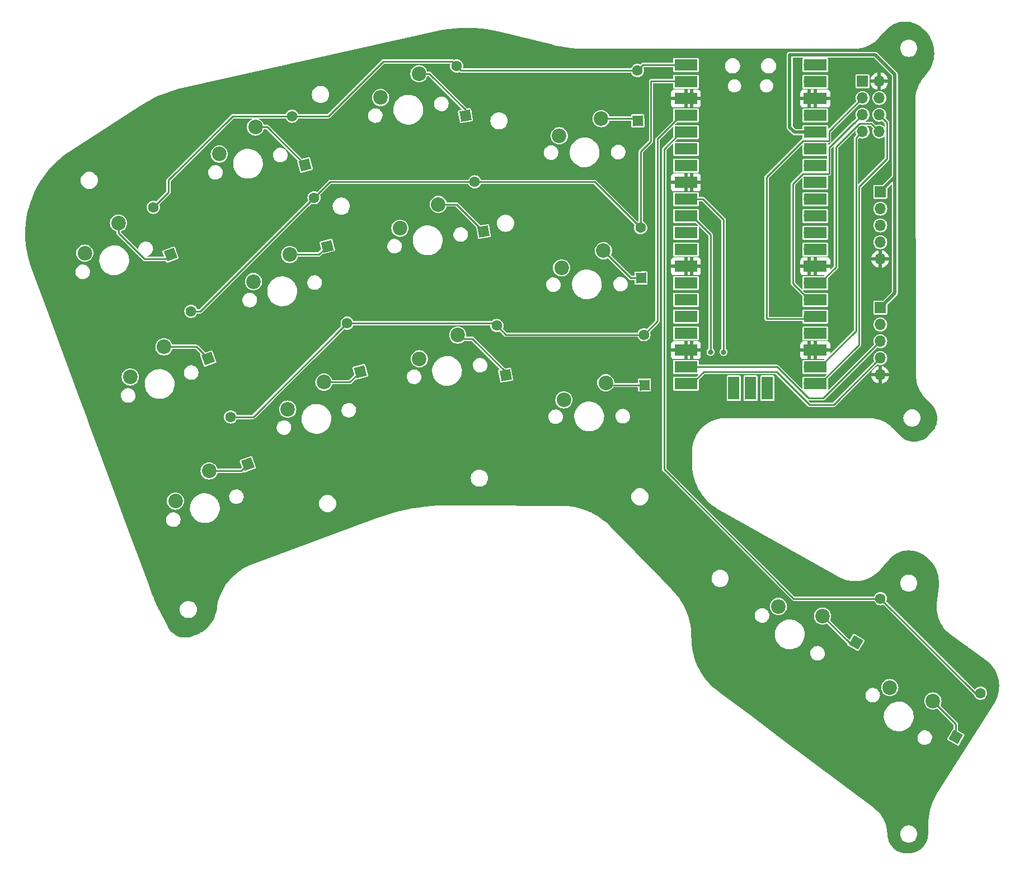
<source format=gbr>
G04 %TF.GenerationSoftware,KiCad,Pcbnew,7.0.2@% jlc*
G04 %TF.CreationDate,2023-06-04T21:47:56+09:00@% jlc*
G04 %TF.ProjectId,architeuthis_dux,61726368-6974-4657-9574-6869735f6475,v1.0.0@% jlc*
G04 %TF.SameCoordinates,Original@% jlc*
G04 %TF.FileFunction,Copper,L1,Top@% jlc*
G04 %TF.FilePolarity,Positive@% jlc*
%FSLAX46Y46*%
G04 Gerber Fmt 4.6, Leading zero omitted, Abs format (unit mm)*
G04 Created by KiCad (PCBNEW 7.0.2) date 2023-06-04 21:47:56*
%MOMM*%
%LPD*%
G01*
G04 APERTURE LIST*
G04 Aperture macros list*
%AMHorizOval*
0 Thick line with rounded ends*
0 $1 width*
0 $2 $3 position (X,Y) of the first rounded end (center of the circle)*
0 $4 $5 position (X,Y) of the second rounded end (center of the circle)*
0 Add line between two ends*
20,1,$1,$2,$3,$4,$5,0*
0 Add two circle primitives to create the rounded ends*
1,1,$1,$2,$3*
1,1,$1,$4,$5*%
%AMRotRect*
0 Rectangle, with rotation*
0 The origin of the aperture is its center*
0 $1 length*
0 $2 width*
0 $3 Rotation angle, in degrees counterclockwise*
0 Add horizontal line*
21,1,$1,$2,0,0,$3*%
G04 Aperture macros list end*
G04 %TA.AperFunction,ComponentPad@% jlc*
%ADD10C,2.200000*%
G04 %TD@% jlc*
G04 %TA.AperFunction,ComponentPad@% jlc*
%ADD11R,1.700000X1.700000*%
G04 %TD@% jlc*
G04 %TA.AperFunction,ComponentPad@% jlc*
%ADD12O,1.700000X1.700000*%
G04 %TD@% jlc*
G04 %TA.AperFunction,SMDPad,CuDef@% jlc*
%ADD13R,3.500000X1.700000*%
G04 %TD@% jlc*
G04 %TA.AperFunction,SMDPad,CuDef@% jlc*
%ADD14R,1.700000X3.500000*%
G04 %TD@% jlc*
G04 %TA.AperFunction,ComponentPad@% jlc*
%ADD15RotRect,1.600000X1.600000X100.000000*%
G04 %TD@% jlc*
G04 %TA.AperFunction,ComponentPad@% jlc*
%ADD16HorizOval,1.600000X0.000000X0.000000X0.000000X0.000000X0*%
G04 %TD@% jlc*
G04 %TA.AperFunction,ComponentPad@% jlc*
%ADD17RotRect,1.600000X1.600000X90.450000*%
G04 %TD@% jlc*
G04 %TA.AperFunction,ComponentPad@% jlc*
%ADD18HorizOval,1.600000X0.000000X0.000000X0.000000X0.000000X0*%
G04 %TD@% jlc*
G04 %TA.AperFunction,ComponentPad@% jlc*
%ADD19RotRect,1.600000X1.600000X110.000000*%
G04 %TD@% jlc*
G04 %TA.AperFunction,ComponentPad@% jlc*
%ADD20HorizOval,1.600000X0.000000X0.000000X0.000000X0.000000X0*%
G04 %TD@% jlc*
G04 %TA.AperFunction,ComponentPad@% jlc*
%ADD21RotRect,1.600000X1.600000X105.000000*%
G04 %TD@% jlc*
G04 %TA.AperFunction,ComponentPad@% jlc*
%ADD22HorizOval,1.600000X0.000000X0.000000X0.000000X0.000000X0*%
G04 %TD@% jlc*
G04 %TA.AperFunction,ComponentPad@% jlc*
%ADD23RotRect,1.600000X1.600000X60.750000*%
G04 %TD@% jlc*
G04 %TA.AperFunction,ComponentPad@% jlc*
%ADD24HorizOval,1.600000X0.000000X0.000000X0.000000X0.000000X0*%
G04 %TD@% jlc*
G04 %TA.AperFunction,ViaPad@% jlc*
%ADD25C,0.800000*%
G04 %TD@% jlc*
G04 %TA.AperFunction,Conductor@% jlc*
%ADD26C,0.250000*%
G04 %TD@% jlc*
G04 %TA.AperFunction,Conductor@% jlc*
%ADD27C,0.500000*%
G04 %TD@% jlc*
G04 APERTURE END LIST*
D10*
G04 %TO.P,SW01,1,1@% jlc*
G04 %TO.N,Net-(D1-K)@% jlc*
X138430000Y-65477630D03*
G04 %TO.P,SW01,2,2@% jlc*
G04 %TO.N,COL2@% jlc*
X133331683Y-70036277D03*
G04 %TD@% jlc*
G04 %TO.P,SW3,1,1@% jlc*
G04 %TO.N,Net-(D3-K)@% jlc*
X183903077Y-42867366D03*
G04 %TO.P,SW3,2,2@% jlc*
G04 %TO.N,COL1@% jlc*
X178090614Y-46471444D03*
G04 %TD@% jlc*
G04 %TO.P,SW14,1,1@% jlc*
G04 %TO.N,Net-(D14-K)@% jlc*
X261660033Y-137855389D03*
G04 %TO.P,SW14,2,2@% jlc*
G04 %TO.N,COL2@% jlc*
X255131999Y-135816058D03*
G04 %TD@% jlc*
G04 %TO.P,SW13,1,1@% jlc*
G04 %TO.N,Net-(D13-K)@% jlc*
X244958594Y-125000000D03*
G04 %TO.P,SW13,2,2@% jlc*
G04 %TO.N,COL3@% jlc*
X238280225Y-123525727D03*
G04 %TD@% jlc*
G04 %TO.P,SW10,1,1@% jlc*
G04 %TO.N,Net-(D10-K)@% jlc*
X169511724Y-89567722D03*
G04 %TO.P,SW10,2,2@% jlc*
G04 %TO.N,COL3@% jlc*
X164035495Y-93664675D03*
G04 %TD@% jlc*
D11*
G04 %TO.P,J2,1,5V@% jlc*
G04 %TO.N,+5V@% jlc*
X253700000Y-60760000D03*
D12*
G04 %TO.P,J2,2,KEY@% jlc*
G04 %TO.N,Net-(J2-KEY)@% jlc*
X253700000Y-63300000D03*
G04 %TO.P,J2,3,S2@% jlc*
G04 %TO.N,Net-(J2-S2)@% jlc*
X253700000Y-65840000D03*
G04 %TO.P,J2,4,S1@% jlc*
G04 %TO.N,Net-(J2-S1)@% jlc*
X253700000Y-68380000D03*
G04 %TO.P,J2,5,GND@% jlc*
G04 %TO.N,GND@% jlc*
X253700000Y-70920000D03*
G04 %TD@% jlc*
D10*
G04 %TO.P,SW5,1,1@% jlc*
G04 %TO.N,Net-(D5-K)@% jlc*
X145307590Y-84217999D03*
G04 %TO.P,SW5,2,2@% jlc*
G04 %TO.N,COL2@% jlc*
X140209273Y-88776646D03*
G04 %TD@% jlc*
G04 %TO.P,SW12,1,1@% jlc*
G04 %TO.N,Net-(D12-K)@% jlc*
X212154017Y-89667212D03*
G04 %TO.P,SW12,2,2@% jlc*
G04 %TO.N,COL0@% jlc*
X205824162Y-92257006D03*
G04 %TD@% jlc*
G04 %TO.P,SW9,1,1@% jlc*
G04 %TO.N,Net-(D9-K)@% jlc*
X152147993Y-103011851D03*
G04 %TO.P,SW9,2,2@% jlc*
G04 %TO.N,COL2@% jlc*
X147049676Y-107570498D03*
G04 %TD@% jlc*
D12*
G04 %TO.P,U1,1,GPIO0@% jlc*
G04 %TO.N,ROW0@% jlc*
X225183000Y-41544000D03*
D13*
X224283000Y-41544000D03*
D12*
G04 %TO.P,U1,2,GPIO1@% jlc*
G04 %TO.N,ROW1@% jlc*
X225183000Y-44084000D03*
D13*
X224283000Y-44084000D03*
D11*
G04 %TO.P,U1,3,GND@% jlc*
G04 %TO.N,GND@% jlc*
X225183000Y-46624000D03*
D13*
X224283000Y-46624000D03*
D12*
G04 %TO.P,U1,4,GPIO2@% jlc*
G04 %TO.N,ROW2@% jlc*
X225183000Y-49164000D03*
D13*
X224283000Y-49164000D03*
D12*
G04 %TO.P,U1,5,GPIO3@% jlc*
G04 %TO.N,ROW3@% jlc*
X225183000Y-51704000D03*
D13*
X224283000Y-51704000D03*
D12*
G04 %TO.P,U1,6,GPIO4@% jlc*
G04 %TO.N,COL0@% jlc*
X225183000Y-54244000D03*
D13*
X224283000Y-54244000D03*
D12*
G04 %TO.P,U1,7,GPIO5@% jlc*
G04 %TO.N,COL1@% jlc*
X225183000Y-56784000D03*
D13*
X224283000Y-56784000D03*
D11*
G04 %TO.P,U1,8,GND@% jlc*
G04 %TO.N,GND@% jlc*
X225183000Y-59324000D03*
D13*
X224283000Y-59324000D03*
D12*
G04 %TO.P,U1,9,GPIO6@% jlc*
G04 %TO.N,COL2@% jlc*
X225183000Y-61864000D03*
D13*
X224283000Y-61864000D03*
D12*
G04 %TO.P,U1,10,GPIO7@% jlc*
G04 %TO.N,COL3@% jlc*
X225183000Y-64404000D03*
D13*
X224283000Y-64404000D03*
D12*
G04 %TO.P,U1,11,GPIO8@% jlc*
G04 %TO.N,Net-(J2-KEY)@% jlc*
X225183000Y-66944000D03*
D13*
X224283000Y-66944000D03*
D12*
G04 %TO.P,U1,12,GPIO9@% jlc*
G04 %TO.N,Net-(J2-S2)@% jlc*
X225183000Y-69484000D03*
D13*
X224283000Y-69484000D03*
D11*
G04 %TO.P,U1,13,GND@% jlc*
G04 %TO.N,GND@% jlc*
X225183000Y-72024000D03*
D13*
X224283000Y-72024000D03*
D12*
G04 %TO.P,U1,14,GPIO10@% jlc*
G04 %TO.N,Net-(J2-S1)@% jlc*
X225183000Y-74564000D03*
D13*
X224283000Y-74564000D03*
D12*
G04 %TO.P,U1,15,GPIO11@% jlc*
G04 %TO.N,unconnected-(U1-GPIO11-Pad15)@% jlc*
X225183000Y-77104000D03*
D13*
X224283000Y-77104000D03*
D12*
G04 %TO.P,U1,16,GPIO12@% jlc*
G04 %TO.N,unconnected-(U1-GPIO12-Pad16)@% jlc*
X225183000Y-79644000D03*
D13*
X224283000Y-79644000D03*
D12*
G04 %TO.P,U1,17,GPIO13@% jlc*
G04 %TO.N,Net-(J3-Pin_2)@% jlc*
X225183000Y-82184000D03*
D13*
X224283000Y-82184000D03*
D11*
G04 %TO.P,U1,18,GND@% jlc*
G04 %TO.N,GND@% jlc*
X225183000Y-84724000D03*
D13*
X224283000Y-84724000D03*
D12*
G04 %TO.P,U1,19,GPIO14@% jlc*
G04 %TO.N,Net-(J3-Pin_3)@% jlc*
X225183000Y-87264000D03*
D13*
X224283000Y-87264000D03*
D12*
G04 %TO.P,U1,20,GPIO15@% jlc*
G04 %TO.N,Net-(J3-Pin_4)@% jlc*
X225183000Y-89804000D03*
D13*
X224283000Y-89804000D03*
D12*
G04 %TO.P,U1,21,GPIO16@% jlc*
G04 %TO.N,Net-(J1-SDA)@% jlc*
X242963000Y-89804000D03*
D13*
X243863000Y-89804000D03*
D12*
G04 %TO.P,U1,22,GPIO17@% jlc*
G04 %TO.N,Net-(J1-GND)@% jlc*
X242963000Y-87264000D03*
D13*
X243863000Y-87264000D03*
D11*
G04 %TO.P,U1,23,GND@% jlc*
G04 %TO.N,GND@% jlc*
X242963000Y-84724000D03*
D13*
X243863000Y-84724000D03*
D12*
G04 %TO.P,U1,24,GPIO18@% jlc*
G04 %TO.N,Net-(J1-CS)@% jlc*
X242963000Y-82184000D03*
D13*
X243863000Y-82184000D03*
D12*
G04 %TO.P,U1,25,GPIO19@% jlc*
G04 %TO.N,Net-(J1-D{slash}C)@% jlc*
X242963000Y-79644000D03*
D13*
X243863000Y-79644000D03*
D12*
G04 %TO.P,U1,26,GPIO20@% jlc*
G04 %TO.N,Net-(J1-SCL)@% jlc*
X242963000Y-77104000D03*
D13*
X243863000Y-77104000D03*
D12*
G04 %TO.P,U1,27,GPIO21@% jlc*
G04 %TO.N,Net-(J1-VCC)@% jlc*
X242963000Y-74564000D03*
D13*
X243863000Y-74564000D03*
D11*
G04 %TO.P,U1,28,GND@% jlc*
G04 %TO.N,GND@% jlc*
X242963000Y-72024000D03*
D13*
X243863000Y-72024000D03*
D12*
G04 %TO.P,U1,29,GPIO22@% jlc*
G04 %TO.N,unconnected-(U1-GPIO22-Pad29)@% jlc*
X242963000Y-69484000D03*
D13*
X243863000Y-69484000D03*
D12*
G04 %TO.P,U1,30,RUN@% jlc*
G04 %TO.N,unconnected-(U1-RUN-Pad30)@% jlc*
X242963000Y-66944000D03*
D13*
X243863000Y-66944000D03*
D12*
G04 %TO.P,U1,31,GPIO26_ADC0@% jlc*
G04 %TO.N,unconnected-(U1-GPIO26_ADC0-Pad31)@% jlc*
X242963000Y-64404000D03*
D13*
X243863000Y-64404000D03*
D12*
G04 %TO.P,U1,32,GPIO27_ADC1@% jlc*
G04 %TO.N,unconnected-(U1-GPIO27_ADC1-Pad32)@% jlc*
X242963000Y-61864000D03*
D13*
X243863000Y-61864000D03*
D11*
G04 %TO.P,U1,33,AGND@% jlc*
G04 %TO.N,unconnected-(U1-AGND-Pad33)@% jlc*
X242963000Y-59324000D03*
D13*
X243863000Y-59324000D03*
D12*
G04 %TO.P,U1,34,GPIO28_ADC2@% jlc*
G04 %TO.N,unconnected-(U1-GPIO28_ADC2-Pad34)@% jlc*
X242963000Y-56784000D03*
D13*
X243863000Y-56784000D03*
D12*
G04 %TO.P,U1,35,ADC_VREF@% jlc*
G04 %TO.N,unconnected-(U1-ADC_VREF-Pad35)@% jlc*
X242963000Y-54244000D03*
D13*
X243863000Y-54244000D03*
D12*
G04 %TO.P,U1,36,3V3@% jlc*
G04 %TO.N,+5V@% jlc*
X242963000Y-51704000D03*
D13*
X243863000Y-51704000D03*
D12*
G04 %TO.P,U1,37,3V3_EN@% jlc*
G04 %TO.N,unconnected-(U1-3V3_EN-Pad37)@% jlc*
X242963000Y-49164000D03*
D13*
X243863000Y-49164000D03*
D11*
G04 %TO.P,U1,38,GND@% jlc*
G04 %TO.N,GND@% jlc*
X242963000Y-46624000D03*
D13*
X243863000Y-46624000D03*
D12*
G04 %TO.P,U1,39,VSYS@% jlc*
G04 %TO.N,VSYS@% jlc*
X242963000Y-44084000D03*
D13*
X243863000Y-44084000D03*
D12*
G04 %TO.P,U1,40,VBUS@% jlc*
G04 %TO.N,unconnected-(U1-VBUS-Pad40)@% jlc*
X242963000Y-41544000D03*
D13*
X243863000Y-41544000D03*
D12*
G04 %TO.P,U1,41,SWCLK@% jlc*
G04 %TO.N,unconnected-(U1-SWCLK-Pad41)@% jlc*
X231533000Y-89574000D03*
D14*
X231533000Y-90474000D03*
D11*
G04 %TO.P,U1,42,GND@% jlc*
G04 %TO.N,unconnected-(U1-GND-Pad42)@% jlc*
X234073000Y-89574000D03*
D14*
X234073000Y-90474000D03*
D12*
G04 %TO.P,U1,43,SWDIO@% jlc*
G04 %TO.N,unconnected-(U1-SWDIO-Pad43)@% jlc*
X236613000Y-89574000D03*
D14*
X236613000Y-90474000D03*
G04 %TD@% jlc*
D11*
G04 %TO.P,J1,1,BUSY@% jlc*
G04 %TO.N,VSYS@% jlc*
X251000000Y-44000000D03*
D12*
G04 %TO.P,J1,2,RES@% jlc*
G04 %TO.N,GND@% jlc*
X253540000Y-44000000D03*
G04 %TO.P,J1,3,D/C@% jlc*
G04 %TO.N,Net-(J1-D{slash}C)@% jlc*
X251000000Y-46540000D03*
G04 %TO.P,J1,4,CS@% jlc*
G04 %TO.N,Net-(J1-CS)@% jlc*
X253540000Y-46540000D03*
G04 %TO.P,J1,5,SCL@% jlc*
G04 %TO.N,Net-(J1-SCL)@% jlc*
X251000000Y-49080000D03*
G04 %TO.P,J1,6,SDA@% jlc*
G04 %TO.N,Net-(J1-SDA)@% jlc*
X253540000Y-49080000D03*
G04 %TO.P,J1,7,GND@% jlc*
G04 %TO.N,Net-(J1-GND)@% jlc*
X251000000Y-51620000D03*
G04 %TO.P,J1,8,VCC@% jlc*
G04 %TO.N,Net-(J1-VCC)@% jlc*
X253540000Y-51620000D03*
G04 %TD@% jlc*
D10*
G04 %TO.P,SW2,1,1@% jlc*
G04 %TO.N,Net-(D2-K)@% jlc*
X159158962Y-50930690D03*
G04 %TO.P,SW2,2,2@% jlc*
G04 %TO.N,COL3@% jlc*
X153682733Y-55027643D03*
G04 %TD@% jlc*
G04 %TO.P,SW4,1,1@% jlc*
G04 %TO.N,Net-(D4-K)@% jlc*
X211455921Y-49673304D03*
G04 %TO.P,SW4,2,2@% jlc*
G04 %TO.N,COL0@% jlc*
X205126066Y-52263098D03*
G04 %TD@% jlc*
G04 %TO.P,SW6,1,1@% jlc*
G04 %TO.N,Net-(D6-K)@% jlc*
X164335343Y-70249205D03*
G04 %TO.P,SW6,2,2@% jlc*
G04 %TO.N,COL3@% jlc*
X158859114Y-74346158D03*
G04 %TD@% jlc*
G04 %TO.P,SW8,1,1@% jlc*
G04 %TO.N,Net-(D8-K)@% jlc*
X211804969Y-69670258D03*
G04 %TO.P,SW8,2,2@% jlc*
G04 %TO.N,COL0@% jlc*
X205475114Y-72260052D03*
G04 %TD@% jlc*
G04 %TO.P,SW7,1,1@% jlc*
G04 %TO.N,Net-(D7-K)@% jlc*
X186834229Y-62652420D03*
G04 %TO.P,SW7,2,2@% jlc*
G04 %TO.N,COL1@% jlc*
X181021766Y-66256498D03*
G04 %TD@% jlc*
D11*
G04 %TO.P,J3,1,Pin_1@% jlc*
G04 %TO.N,+5V@% jlc*
X253700000Y-78300000D03*
D12*
G04 %TO.P,J3,2,Pin_2@% jlc*
G04 %TO.N,Net-(J3-Pin_2)@% jlc*
X253700000Y-80840000D03*
G04 %TO.P,J3,3,Pin_3@% jlc*
G04 %TO.N,Net-(J3-Pin_3)@% jlc*
X253700000Y-83380000D03*
G04 %TO.P,J3,4,Pin_4@% jlc*
G04 %TO.N,Net-(J3-Pin_4)@% jlc*
X253700000Y-85920000D03*
G04 %TO.P,J3,5,Pin_5@% jlc*
G04 %TO.N,GND@% jlc*
X253700000Y-88460000D03*
G04 %TD@% jlc*
D10*
G04 %TO.P,SW11,2,2@% jlc*
G04 %TO.N,COL1@% jlc*
X183952917Y-86041551D03*
G04 %TO.P,SW11,1,1@% jlc*
G04 %TO.N,Net-(D11-K)@% jlc*
X189765380Y-82437473D03*
G04 %TD@% jlc*
D15*
G04 %TO.P,D3,1,K@% jlc*
G04 %TO.N,Net-(D3-K)@% jlc*
X190923199Y-49204235D03*
D16*
G04 %TO.P,D3,2,A@% jlc*
G04 %TO.N,ROW0@% jlc*
X189600000Y-41700000D03*
G04 %TD@% jlc*
D15*
G04 %TO.P,D7,1,K@% jlc*
G04 %TO.N,Net-(D7-K)@% jlc*
X193661600Y-66752118D03*
D16*
G04 %TO.P,D7,2,A@% jlc*
G04 %TO.N,ROW1@% jlc*
X192338401Y-59247883D03*
G04 %TD@% jlc*
D17*
G04 %TO.P,D8,1,K@% jlc*
G04 %TO.N,Net-(D8-K)@% jlc*
X217493633Y-73809883D03*
D18*
G04 %TO.P,D8,2,A@% jlc*
G04 %TO.N,ROW1@% jlc*
X217433786Y-66190118D03*
G04 %TD@% jlc*
D19*
G04 %TO.P,D9,1,K@% jlc*
G04 %TO.N,Net-(D9-K)@% jlc*
X158000000Y-102000000D03*
D20*
G04 %TO.P,D9,2,A@% jlc*
G04 %TO.N,ROW2@% jlc*
X155393807Y-94839542D03*
G04 %TD@% jlc*
D17*
G04 %TO.P,D12,1,K@% jlc*
G04 %TO.N,Net-(D12-K)@% jlc*
X218000000Y-90000000D03*
D18*
G04 %TO.P,D12,2,A@% jlc*
G04 %TO.N,ROW2@% jlc*
X217940153Y-82380235D03*
G04 %TD@% jlc*
D17*
G04 %TO.P,D4,1,K@% jlc*
G04 %TO.N,Net-(D4-K)@% jlc*
X217000000Y-50000000D03*
D18*
G04 %TO.P,D4,2,A@% jlc*
G04 %TO.N,ROW0@% jlc*
X216940153Y-42380235D03*
G04 %TD@% jlc*
D19*
G04 %TO.P,D5,1,K@% jlc*
G04 %TO.N,Net-(D5-K)@% jlc*
X152000000Y-86000000D03*
D20*
G04 %TO.P,D5,2,A@% jlc*
G04 %TO.N,ROW1@% jlc*
X149393807Y-78839542D03*
G04 %TD@% jlc*
D21*
G04 %TO.P,D6,1,K@% jlc*
G04 %TO.N,Net-(D6-K)@% jlc*
X170000000Y-69000000D03*
D22*
G04 %TO.P,D6,2,A@% jlc*
G04 %TO.N,ROW1@% jlc*
X168027799Y-61639645D03*
G04 %TD@% jlc*
D21*
G04 %TO.P,D2,1,K@% jlc*
G04 %TO.N,Net-(D2-K)@% jlc*
X166672201Y-56660355D03*
D22*
G04 %TO.P,D2,2,A@% jlc*
G04 %TO.N,ROW0@% jlc*
X164700000Y-49300000D03*
G04 %TD@% jlc*
D23*
G04 %TO.P,D14,1,K@% jlc*
G04 %TO.N,Net-(D14-K)@% jlc*
X265138353Y-143324210D03*
D24*
G04 %TO.P,D14,2,A@% jlc*
G04 %TO.N,ROW3@% jlc*
X268861647Y-136675790D03*
G04 %TD@% jlc*
D19*
G04 %TO.P,D1,1,K@% jlc*
G04 %TO.N,Net-(D1-K)@% jlc*
X146306193Y-70260458D03*
D20*
G04 %TO.P,D1,2,A@% jlc*
G04 %TO.N,ROW0@% jlc*
X143700000Y-63100000D03*
G04 %TD@% jlc*
D21*
G04 %TO.P,D10,1,K@% jlc*
G04 %TO.N,Net-(D10-K)@% jlc*
X175000000Y-88000000D03*
D22*
G04 %TO.P,D10,2,A@% jlc*
G04 %TO.N,ROW2@% jlc*
X173027799Y-80639645D03*
G04 %TD@% jlc*
D15*
G04 %TO.P,D11,1,K@% jlc*
G04 %TO.N,Net-(D11-K)@% jlc*
X197000000Y-88504235D03*
D16*
G04 %TO.P,D11,2,A@% jlc*
G04 %TO.N,ROW2@% jlc*
X195676801Y-81000000D03*
G04 %TD@% jlc*
D23*
G04 %TO.P,D13,1,K@% jlc*
G04 %TO.N,Net-(D13-K)@% jlc*
X250000000Y-129000000D03*
D24*
G04 %TO.P,D13,2,A@% jlc*
G04 %TO.N,ROW3@% jlc*
X253723294Y-122351580D03*
G04 %TD@% jlc*
D25*
G04 %TO.N,COL2@% jlc*
X230000000Y-85000000D03*
G04 %TO.N,COL3@% jlc*
X228000000Y-85000000D03*
G04 %TD@% jlc*
D26*
G04 %TO.N,Net-(J1-SCL)@% jlc*
X245938000Y-58000000D02*
X242000000Y-58000000D01*
X251000000Y-49080000D02*
X249761802Y-50318198D01*
X249761802Y-50318198D02*
X249681802Y-50318198D01*
X240450000Y-74591000D02*
X242963000Y-77104000D01*
X249681802Y-50318198D02*
X245938000Y-54062000D01*
X242000000Y-58000000D02*
X240450000Y-59550000D01*
X245938000Y-54062000D02*
X245938000Y-58000000D01*
X240450000Y-59550000D02*
X240450000Y-74591000D01*
G04 %TO.N,Net-(J1-VCC)@% jlc*
X252365000Y-50445000D02*
X250513299Y-50445000D01*
X253540000Y-51620000D02*
X252365000Y-50445000D01*
X250513299Y-50445000D02*
X247000000Y-53958299D01*
X244573000Y-74564000D02*
X242963000Y-74564000D01*
X247000000Y-72137000D02*
X244573000Y-74564000D01*
X247000000Y-53958299D02*
X247000000Y-72137000D01*
G04 %TO.N,Net-(J1-D{slash}C)@% jlc*
X236500000Y-58500000D02*
X236500000Y-80000000D01*
X242000000Y-53000000D02*
X236500000Y-58500000D01*
X236500000Y-80000000D02*
X242607000Y-80000000D01*
X245938000Y-51602000D02*
X245938000Y-53000000D01*
X245938000Y-53000000D02*
X242000000Y-53000000D01*
X251000000Y-46540000D02*
X245938000Y-51602000D01*
X242607000Y-80000000D02*
X242963000Y-79644000D01*
G04 %TO.N,ROW2@% jlc*
X195316446Y-80639645D02*
X197057036Y-82380235D01*
X197057036Y-82380235D02*
X217940153Y-82380235D01*
X173027799Y-80639645D02*
X195316446Y-80639645D01*
G04 %TO.N,Net-(D11-K)@% jlc*
X190327907Y-83000000D02*
X189765380Y-82437473D01*
X197000000Y-88000000D02*
X192000000Y-83000000D01*
X192000000Y-83000000D02*
X190327907Y-83000000D01*
G04 %TO.N,Net-(J1-GND)@% jlc*
X244573000Y-87264000D02*
X242963000Y-87264000D01*
X250000000Y-81837000D02*
X244573000Y-87264000D01*
X250000000Y-52620000D02*
X250000000Y-81837000D01*
X251000000Y-51620000D02*
X250000000Y-52620000D01*
G04 %TO.N,Net-(J1-SDA)@% jlc*
X250450000Y-83927000D02*
X244573000Y-89804000D01*
X244573000Y-89804000D02*
X242963000Y-89804000D01*
X250450000Y-60000000D02*
X250450000Y-83927000D01*
X254715000Y-55735000D02*
X250450000Y-60000000D01*
X254715000Y-50255000D02*
X254715000Y-55735000D01*
X253540000Y-49080000D02*
X254715000Y-50255000D01*
G04 %TO.N,Net-(J3-Pin_3)@% jlc*
X253700000Y-83380000D02*
X245080000Y-92000000D01*
X245080000Y-92000000D02*
X242809000Y-92000000D01*
X238073000Y-87264000D02*
X225183000Y-87264000D01*
X242809000Y-92000000D02*
X238073000Y-87264000D01*
G04 %TO.N,Net-(J3-Pin_4)@% jlc*
X246620000Y-93000000D02*
X253700000Y-85920000D01*
X243000000Y-93000000D02*
X246620000Y-93000000D01*
X225183000Y-89804000D02*
X226987000Y-88000000D01*
X226987000Y-88000000D02*
X238000000Y-88000000D01*
X238000000Y-88000000D02*
X243000000Y-93000000D01*
D27*
G04 %TO.N,+5V@% jlc*
X255900000Y-43000000D02*
X255900000Y-58500000D01*
X240000000Y-51000000D02*
X240000000Y-40000000D01*
X240704000Y-51704000D02*
X240000000Y-51000000D01*
X253700000Y-60700000D02*
X255900000Y-58500000D01*
X240000000Y-40000000D02*
X252900000Y-40000000D01*
X242963000Y-51704000D02*
X240704000Y-51704000D01*
X253700000Y-60760000D02*
X253700000Y-60700000D01*
X255900000Y-76100000D02*
X253700000Y-78300000D01*
X255900000Y-58500000D02*
X255900000Y-76100000D01*
X252900000Y-40000000D02*
X255900000Y-43000000D01*
D26*
G04 %TO.N,Net-(D1-K)@% jlc*
X138430000Y-66990667D02*
X138430000Y-65477630D01*
X146306193Y-70260458D02*
X145682028Y-70884623D01*
X145682028Y-70884623D02*
X142323956Y-70884623D01*
X142323956Y-70884623D02*
X138430000Y-66990667D01*
G04 %TO.N,Net-(D2-K)@% jlc*
X159158962Y-50930690D02*
X160942536Y-50930690D01*
X160942536Y-50930690D02*
X166672201Y-56660355D01*
G04 %TO.N,Net-(D3-K)@% jlc*
X183903077Y-42867366D02*
X185458711Y-42867366D01*
X185458711Y-42867366D02*
X190923199Y-48331854D01*
X190923199Y-48331854D02*
X190923199Y-49204235D01*
G04 %TO.N,Net-(D4-K)@% jlc*
X216673304Y-49673304D02*
X217000000Y-50000000D01*
X211455921Y-49673304D02*
X216673304Y-49673304D01*
G04 %TO.N,Net-(D5-K)@% jlc*
X145307590Y-84217999D02*
X150217999Y-84217999D01*
X150217999Y-84217999D02*
X152000000Y-86000000D01*
G04 %TO.N,Net-(D6-K)@% jlc*
X164335343Y-70249205D02*
X168750795Y-70249205D01*
X168750795Y-70249205D02*
X170000000Y-69000000D01*
G04 %TO.N,Net-(D7-K)@% jlc*
X189561902Y-62652420D02*
X193661600Y-66752118D01*
X186834229Y-62652420D02*
X189561902Y-62652420D01*
G04 %TO.N,Net-(D8-K)@% jlc*
X215944594Y-73809883D02*
X217493633Y-73809883D01*
X211804969Y-69670258D02*
X215944594Y-73809883D01*
G04 %TO.N,Net-(D9-K)@% jlc*
X156988149Y-103011851D02*
X158000000Y-102000000D01*
X152147993Y-103011851D02*
X156988149Y-103011851D01*
G04 %TO.N,Net-(D10-K)@% jlc*
X173432278Y-89567722D02*
X169511724Y-89567722D01*
X175000000Y-88000000D02*
X173432278Y-89567722D01*
G04 %TO.N,Net-(D12-K)@% jlc*
X218000000Y-90000000D02*
X212486805Y-90000000D01*
X212486805Y-90000000D02*
X212154017Y-89667212D01*
G04 %TO.N,Net-(D13-K)@% jlc*
X245000000Y-125000000D02*
X249000000Y-129000000D01*
X249000000Y-129000000D02*
X250000000Y-129000000D01*
X244958594Y-125000000D02*
X245000000Y-125000000D01*
G04 %TO.N,Net-(D14-K)@% jlc*
X261676033Y-137855389D02*
X265138353Y-141317709D01*
X265138353Y-141317709D02*
X265138353Y-143324210D01*
G04 %TO.N,ROW0@% jlc*
X217776388Y-41544000D02*
X216940153Y-42380235D01*
X178500000Y-41000000D02*
X170200000Y-49300000D01*
X216940153Y-42380235D02*
X190280235Y-42380235D01*
X170200000Y-49300000D02*
X164700000Y-49300000D01*
X146000000Y-60800000D02*
X143700000Y-63100000D01*
X189600000Y-41700000D02*
X188900000Y-41000000D01*
X190280235Y-42380235D02*
X189600000Y-41700000D01*
X164700000Y-49300000D02*
X155700000Y-49300000D01*
X155700000Y-49300000D02*
X146000000Y-59000000D01*
X188900000Y-41000000D02*
X178500000Y-41000000D01*
X225183000Y-41544000D02*
X217776388Y-41544000D01*
X146000000Y-59000000D02*
X146000000Y-60800000D01*
G04 %TO.N,ROW1@% jlc*
X150827902Y-78839542D02*
X168027799Y-61639645D01*
X210491551Y-59247883D02*
X217433786Y-66190118D01*
X219000000Y-44000000D02*
X223489000Y-44000000D01*
X149393807Y-78839542D02*
X150827902Y-78839542D01*
X170419561Y-59247883D02*
X192338401Y-59247883D01*
X217433786Y-66190118D02*
X217433786Y-54666818D01*
X168027799Y-61639645D02*
X170419561Y-59247883D01*
X219000000Y-53100604D02*
X219000000Y-44000000D01*
X192338401Y-59247883D02*
X210491551Y-59247883D01*
X217433786Y-54666818D02*
X219000000Y-53100604D01*
X223489000Y-44000000D02*
X223573000Y-44084000D01*
X223573000Y-44084000D02*
X225183000Y-44084000D01*
G04 %TO.N,ROW2@% jlc*
X220000000Y-52737000D02*
X223573000Y-49164000D01*
X217940153Y-82380235D02*
X220000000Y-80320388D01*
X155393807Y-94839542D02*
X158827902Y-94839542D01*
X158827902Y-94839542D02*
X173027799Y-80639645D01*
X220000000Y-80320388D02*
X220000000Y-52737000D01*
X223573000Y-49164000D02*
X225183000Y-49164000D01*
G04 %TO.N,ROW3@% jlc*
X240597326Y-122351580D02*
X221000000Y-102754254D01*
X221000000Y-54277000D02*
X223573000Y-51704000D01*
X223573000Y-51704000D02*
X225183000Y-51704000D01*
X253723294Y-122351580D02*
X240597326Y-122351580D01*
X253723294Y-122351580D02*
X268047504Y-136675790D01*
X268047504Y-136675790D02*
X268861647Y-136675790D01*
X221000000Y-102754254D02*
X221000000Y-54277000D01*
G04 %TO.N,COL2@% jlc*
X226864000Y-61864000D02*
X225183000Y-61864000D01*
X230000000Y-65000000D02*
X226864000Y-61864000D01*
X230000000Y-85000000D02*
X230000000Y-65000000D01*
G04 %TO.N,COL3@% jlc*
X228000000Y-85000000D02*
X228000000Y-67221000D01*
X228000000Y-67221000D02*
X225183000Y-64404000D01*
G04 %TD@% jlc*
G04 %TA.AperFunction,Conductor@% jlc*
G04 %TO.N,GND@% jlc*
G36*
X246661930Y-53867691D02*
G01*
X246676282Y-53902339D01*
X246674613Y-53915020D01*
X246670735Y-53929491D01*
X246674314Y-53970386D01*
X246674500Y-53974657D01*
X246674500Y-71981877D01*
X246660148Y-72016525D01*
X246196648Y-72480024D01*
X246162000Y-72494376D01*
X246127352Y-72480024D01*
X246113000Y-72445376D01*
X246113000Y-72274000D01*
X244113000Y-72274000D01*
X244113000Y-73374000D01*
X245184378Y-73374000D01*
X245219026Y-73388352D01*
X245233378Y-73423000D01*
X245219026Y-73457648D01*
X245177526Y-73499148D01*
X245142878Y-73513500D01*
X243017015Y-73513500D01*
X243012212Y-73513264D01*
X242963000Y-73508417D01*
X242913788Y-73513264D01*
X242908985Y-73513500D01*
X242093249Y-73513500D01*
X242034770Y-73525132D01*
X241968447Y-73569447D01*
X241924132Y-73635770D01*
X241912500Y-73694249D01*
X241912500Y-74509985D01*
X241912264Y-74514788D01*
X241908667Y-74551313D01*
X241907417Y-74564000D01*
X241911088Y-74601275D01*
X241912264Y-74613210D01*
X241912500Y-74618013D01*
X241912499Y-75433745D01*
X241920573Y-75474333D01*
X241913256Y-75511115D01*
X241882073Y-75531951D01*
X241845291Y-75524634D01*
X241837866Y-75518540D01*
X240789852Y-74470525D01*
X240775500Y-74435877D01*
X240775500Y-72920507D01*
X241613000Y-72920507D01*
X241613141Y-72923142D01*
X241619401Y-72981372D01*
X241669648Y-73116091D01*
X241755811Y-73231188D01*
X241870908Y-73317351D01*
X242005627Y-73367598D01*
X242063857Y-73373858D01*
X242066492Y-73374000D01*
X242713000Y-73374000D01*
X242713000Y-72470494D01*
X242817839Y-72518373D01*
X242926527Y-72534000D01*
X242999473Y-72534000D01*
X243108161Y-72518373D01*
X243213000Y-72470494D01*
X243213000Y-73374000D01*
X243613000Y-73374000D01*
X243613000Y-72274000D01*
X243408572Y-72274000D01*
X243431682Y-72238040D01*
X243473000Y-72097327D01*
X243473000Y-71950673D01*
X243431682Y-71809960D01*
X243408572Y-71774000D01*
X243613000Y-71774000D01*
X243613000Y-70674000D01*
X244113000Y-70674000D01*
X244113000Y-71774000D01*
X246113000Y-71774000D01*
X246113000Y-71127492D01*
X246112858Y-71124857D01*
X246106598Y-71066627D01*
X246056351Y-70931908D01*
X245970188Y-70816811D01*
X245855091Y-70730648D01*
X245720372Y-70680401D01*
X245662142Y-70674141D01*
X245659508Y-70674000D01*
X244113000Y-70674000D01*
X243613000Y-70674000D01*
X243213000Y-70674000D01*
X243213000Y-71577505D01*
X243108161Y-71529627D01*
X242999473Y-71514000D01*
X242926527Y-71514000D01*
X242817839Y-71529627D01*
X242713000Y-71577505D01*
X242713000Y-70674000D01*
X242066492Y-70674000D01*
X242063857Y-70674141D01*
X242005627Y-70680401D01*
X241870908Y-70730648D01*
X241755811Y-70816811D01*
X241669648Y-70931908D01*
X241619401Y-71066627D01*
X241613141Y-71124857D01*
X241613000Y-71127492D01*
X241613000Y-71774000D01*
X242517428Y-71774000D01*
X242494318Y-71809960D01*
X242453000Y-71950673D01*
X242453000Y-72097327D01*
X242494318Y-72238040D01*
X242517428Y-72274000D01*
X241613000Y-72274000D01*
X241613000Y-72920507D01*
X240775500Y-72920507D01*
X240775500Y-69484000D01*
X241907417Y-69484000D01*
X241912066Y-69531196D01*
X241912264Y-69533210D01*
X241912500Y-69538013D01*
X241912500Y-70353750D01*
X241924132Y-70412229D01*
X241968447Y-70478552D01*
X242001608Y-70500709D01*
X242034769Y-70522867D01*
X242040425Y-70523992D01*
X242093249Y-70534500D01*
X242093252Y-70534500D01*
X242908985Y-70534500D01*
X242913788Y-70534736D01*
X242963000Y-70539583D01*
X243012211Y-70534736D01*
X243017015Y-70534500D01*
X245632751Y-70534500D01*
X245667837Y-70527520D01*
X245691231Y-70522867D01*
X245757552Y-70478552D01*
X245801867Y-70412231D01*
X245813500Y-70353748D01*
X245813500Y-68614252D01*
X245813500Y-68614249D01*
X245801867Y-68555770D01*
X245801867Y-68555769D01*
X245777430Y-68519197D01*
X245757552Y-68489447D01*
X245702295Y-68452526D01*
X245691231Y-68445133D01*
X245691230Y-68445132D01*
X245691229Y-68445132D01*
X245632751Y-68433500D01*
X245632748Y-68433500D01*
X243017015Y-68433500D01*
X243012212Y-68433264D01*
X243006861Y-68432737D01*
X242963000Y-68428417D01*
X242962999Y-68428417D01*
X242913788Y-68433264D01*
X242908985Y-68433500D01*
X242093249Y-68433500D01*
X242034770Y-68445132D01*
X241968447Y-68489447D01*
X241924132Y-68555770D01*
X241912500Y-68614249D01*
X241912500Y-69429985D01*
X241912264Y-69434788D01*
X241908622Y-69471770D01*
X241907417Y-69484000D01*
X240775500Y-69484000D01*
X240775500Y-66944000D01*
X241907417Y-66944000D01*
X241910823Y-66978578D01*
X241912264Y-66993210D01*
X241912500Y-66998013D01*
X241912500Y-67813750D01*
X241924132Y-67872229D01*
X241924132Y-67872230D01*
X241924133Y-67872231D01*
X241935286Y-67888923D01*
X241968447Y-67938552D01*
X242001608Y-67960709D01*
X242034769Y-67982867D01*
X242049389Y-67985775D01*
X242093249Y-67994500D01*
X242093252Y-67994500D01*
X242908985Y-67994500D01*
X242913788Y-67994736D01*
X242963000Y-67999583D01*
X243012211Y-67994736D01*
X243017015Y-67994500D01*
X245632751Y-67994500D01*
X245667837Y-67987520D01*
X245691231Y-67982867D01*
X245757552Y-67938552D01*
X245801867Y-67872231D01*
X245813500Y-67813748D01*
X245813500Y-66074252D01*
X245813500Y-66074250D01*
X245813500Y-66074249D01*
X245801867Y-66015770D01*
X245801867Y-66015769D01*
X245775327Y-65976049D01*
X245757552Y-65949447D01*
X245707923Y-65916286D01*
X245691231Y-65905133D01*
X245691230Y-65905132D01*
X245691229Y-65905132D01*
X245632751Y-65893500D01*
X245632748Y-65893500D01*
X243017015Y-65893500D01*
X243012212Y-65893264D01*
X242963000Y-65888417D01*
X242913788Y-65893264D01*
X242908985Y-65893500D01*
X242093249Y-65893500D01*
X242034770Y-65905132D01*
X241968447Y-65949447D01*
X241924132Y-66015770D01*
X241912500Y-66074249D01*
X241912500Y-66889985D01*
X241912263Y-66894788D01*
X241907417Y-66944000D01*
X240775500Y-66944000D01*
X240775500Y-64403999D01*
X241907417Y-64403999D01*
X241912264Y-64453210D01*
X241912500Y-64458013D01*
X241912500Y-65273750D01*
X241924132Y-65332229D01*
X241968447Y-65398552D01*
X241996588Y-65417355D01*
X242034769Y-65442867D01*
X242049389Y-65445775D01*
X242093249Y-65454500D01*
X242093252Y-65454500D01*
X242908985Y-65454500D01*
X242913788Y-65454736D01*
X242963000Y-65459583D01*
X243012211Y-65454736D01*
X243017015Y-65454500D01*
X245632751Y-65454500D01*
X245667837Y-65447520D01*
X245691231Y-65442867D01*
X245757552Y-65398552D01*
X245801867Y-65332231D01*
X245810172Y-65290480D01*
X245813500Y-65273750D01*
X245813500Y-63534249D01*
X245801867Y-63475770D01*
X245801867Y-63475769D01*
X245776074Y-63437167D01*
X245757552Y-63409447D01*
X245696710Y-63368794D01*
X245691231Y-63365133D01*
X245691230Y-63365132D01*
X245691229Y-63365132D01*
X245632751Y-63353500D01*
X245632748Y-63353500D01*
X243017015Y-63353500D01*
X243012212Y-63353264D01*
X243006861Y-63352737D01*
X242963000Y-63348417D01*
X242962999Y-63348417D01*
X242913788Y-63353264D01*
X242908985Y-63353500D01*
X242093249Y-63353500D01*
X242034770Y-63365132D01*
X241968447Y-63409447D01*
X241924132Y-63475770D01*
X241912500Y-63534249D01*
X241912500Y-64349985D01*
X241912264Y-64354788D01*
X241907417Y-64403999D01*
X240775500Y-64403999D01*
X240775500Y-61863999D01*
X241907417Y-61863999D01*
X241912264Y-61913210D01*
X241912500Y-61918013D01*
X241912500Y-62733750D01*
X241924132Y-62792229D01*
X241968447Y-62858552D01*
X241999218Y-62879112D01*
X242034769Y-62902867D01*
X242049389Y-62905775D01*
X242093249Y-62914500D01*
X242093252Y-62914500D01*
X242908985Y-62914500D01*
X242913788Y-62914736D01*
X242963000Y-62919583D01*
X243012211Y-62914736D01*
X243017015Y-62914500D01*
X245632751Y-62914500D01*
X245667837Y-62907520D01*
X245691231Y-62902867D01*
X245757552Y-62858552D01*
X245801867Y-62792231D01*
X245813500Y-62733748D01*
X245813500Y-60994252D01*
X245813500Y-60994251D01*
X245813500Y-60994249D01*
X245801867Y-60935770D01*
X245801867Y-60935769D01*
X245779709Y-60902608D01*
X245757552Y-60869447D01*
X245696729Y-60828807D01*
X245691231Y-60825133D01*
X245691230Y-60825132D01*
X245691229Y-60825132D01*
X245632751Y-60813500D01*
X245632748Y-60813500D01*
X243017015Y-60813500D01*
X243012212Y-60813264D01*
X242963000Y-60808417D01*
X242913788Y-60813264D01*
X242908985Y-60813500D01*
X242093249Y-60813500D01*
X242034770Y-60825132D01*
X241968447Y-60869447D01*
X241924132Y-60935770D01*
X241912500Y-60994249D01*
X241912500Y-61809985D01*
X241912264Y-61814788D01*
X241907417Y-61863999D01*
X240775500Y-61863999D01*
X240775500Y-59705121D01*
X240789851Y-59670474D01*
X241828852Y-58631472D01*
X241863500Y-58617121D01*
X241898148Y-58631473D01*
X241912500Y-58666121D01*
X241912500Y-60193750D01*
X241924132Y-60252229D01*
X241968447Y-60318552D01*
X242001608Y-60340709D01*
X242034769Y-60362867D01*
X242049389Y-60365775D01*
X242093249Y-60374500D01*
X242093252Y-60374500D01*
X245632751Y-60374500D01*
X245667837Y-60367520D01*
X245691231Y-60362867D01*
X245757552Y-60318552D01*
X245801867Y-60252231D01*
X245813500Y-60193748D01*
X245813500Y-58454252D01*
X245813500Y-58454251D01*
X245813500Y-58454249D01*
X245799966Y-58386209D01*
X245802653Y-58385674D01*
X245798527Y-58364947D01*
X245819359Y-58333762D01*
X245846587Y-58325500D01*
X245995394Y-58325500D01*
X246018545Y-58317073D01*
X246026779Y-58314866D01*
X246051045Y-58310588D01*
X246072380Y-58298269D01*
X246080102Y-58294668D01*
X246103260Y-58286240D01*
X246122131Y-58270404D01*
X246129117Y-58265512D01*
X246150455Y-58253194D01*
X246166289Y-58234322D01*
X246172323Y-58228288D01*
X246191194Y-58212455D01*
X246203510Y-58191119D01*
X246208409Y-58184126D01*
X246224240Y-58165261D01*
X246232664Y-58142113D01*
X246236271Y-58134377D01*
X246248588Y-58113045D01*
X246252864Y-58088786D01*
X246255071Y-58080549D01*
X246263500Y-58057394D01*
X246263500Y-57942606D01*
X246263500Y-54217121D01*
X246277851Y-54182474D01*
X246592635Y-53867690D01*
X246627282Y-53853339D01*
X246661930Y-53867691D01*
G37*
G04 %TD.AperFunction@% jlc*
G04 %TA.AperFunction,Conductor@% jlc*
G36*
X252244526Y-50784852D02*
G01*
X252577718Y-51118044D01*
X252592070Y-51152692D01*
X252586285Y-51175789D01*
X252570939Y-51204500D01*
X252564767Y-51216048D01*
X252504699Y-51414065D01*
X252484417Y-51620000D01*
X252504699Y-51825934D01*
X252559568Y-52006813D01*
X252564768Y-52023954D01*
X252662315Y-52206450D01*
X252793590Y-52366410D01*
X252953550Y-52497685D01*
X253136046Y-52595232D01*
X253207622Y-52616944D01*
X253334065Y-52655300D01*
X253354348Y-52657297D01*
X253540000Y-52675583D01*
X253745934Y-52655300D01*
X253943954Y-52595232D01*
X254126450Y-52497685D01*
X254286410Y-52366410D01*
X254302622Y-52346654D01*
X254335694Y-52328976D01*
X254371583Y-52339861D01*
X254389263Y-52372935D01*
X254389499Y-52377740D01*
X254389499Y-55579877D01*
X254375147Y-55614525D01*
X250409148Y-59580524D01*
X250374500Y-59594876D01*
X250339852Y-59580524D01*
X250325500Y-59545876D01*
X250325500Y-56162805D01*
X250325499Y-52775118D01*
X250339850Y-52740474D01*
X250498045Y-52582279D01*
X250532692Y-52567928D01*
X250555786Y-52573712D01*
X250596046Y-52595232D01*
X250667622Y-52616944D01*
X250794065Y-52655300D01*
X250814347Y-52657297D01*
X251000000Y-52675583D01*
X251205934Y-52655300D01*
X251403954Y-52595232D01*
X251586450Y-52497685D01*
X251746410Y-52366410D01*
X251877685Y-52206450D01*
X251975232Y-52023954D01*
X252035300Y-51825934D01*
X252055583Y-51620000D01*
X252035300Y-51414066D01*
X252024112Y-51377185D01*
X252004322Y-51311945D01*
X251975232Y-51216046D01*
X251877685Y-51033550D01*
X251746410Y-50873590D01*
X251726654Y-50857377D01*
X251708976Y-50824303D01*
X251719862Y-50788415D01*
X251752937Y-50770736D01*
X251757740Y-50770500D01*
X252209878Y-50770500D01*
X252244526Y-50784852D01*
G37*
G04 %TD.AperFunction@% jlc*
G04 %TA.AperFunction,Conductor@% jlc*
G36*
X257506331Y-34966450D02*
G01*
X257872943Y-34987953D01*
X257877527Y-34988441D01*
X258240480Y-35044550D01*
X258244994Y-35045469D01*
X258600991Y-35135676D01*
X258605433Y-35137029D01*
X258951265Y-35260516D01*
X258955558Y-35262282D01*
X259288165Y-35417955D01*
X259292273Y-35420121D01*
X259450456Y-35513344D01*
X259608644Y-35606571D01*
X259612517Y-35609108D01*
X259839175Y-35773445D01*
X259910511Y-35825167D01*
X259912358Y-35826574D01*
X260008121Y-35903184D01*
X260009686Y-35904491D01*
X260316333Y-36171466D01*
X260319293Y-36174268D01*
X260601963Y-36465055D01*
X260604678Y-36468091D01*
X260605573Y-36469180D01*
X260862206Y-36781368D01*
X260864661Y-36784621D01*
X261095266Y-37118223D01*
X261097441Y-37121668D01*
X261299521Y-37473276D01*
X261301393Y-37476871D01*
X261405776Y-37699500D01*
X261473559Y-37844070D01*
X261475134Y-37847829D01*
X261616182Y-38228052D01*
X261617439Y-38231929D01*
X261726396Y-38622549D01*
X261727327Y-38626517D01*
X261803446Y-39024849D01*
X261804044Y-39028881D01*
X261846794Y-39432158D01*
X261847055Y-39436225D01*
X261856143Y-39841675D01*
X261856064Y-39845750D01*
X261831426Y-40250524D01*
X261831010Y-40254579D01*
X261772814Y-40655926D01*
X261772062Y-40659931D01*
X261680713Y-41055053D01*
X261679630Y-41058983D01*
X261555763Y-41445133D01*
X261554358Y-41448959D01*
X261398822Y-41823491D01*
X261397104Y-41827186D01*
X261210983Y-42187492D01*
X261208963Y-42191033D01*
X260993539Y-42534626D01*
X260991232Y-42537986D01*
X260746851Y-42864019D01*
X260745595Y-42865624D01*
X260187621Y-43548857D01*
X260172104Y-43567858D01*
X260158475Y-43584546D01*
X260158438Y-43584611D01*
X260050165Y-43717144D01*
X260050139Y-43717177D01*
X260049565Y-43717881D01*
X260049046Y-43718624D01*
X260049030Y-43718647D01*
X259845242Y-44011136D01*
X259828092Y-44035751D01*
X259827629Y-44036536D01*
X259827622Y-44036548D01*
X259631971Y-44368762D01*
X259631960Y-44368781D01*
X259631492Y-44369577D01*
X259631074Y-44370428D01*
X259631072Y-44370433D01*
X259461323Y-44716566D01*
X259461310Y-44716594D01*
X259460907Y-44717417D01*
X259460564Y-44718275D01*
X259460558Y-44718290D01*
X259317676Y-45076381D01*
X259317671Y-45076393D01*
X259317331Y-45077247D01*
X259317061Y-45078107D01*
X259317054Y-45078129D01*
X259201874Y-45446092D01*
X259201868Y-45446110D01*
X259201599Y-45446973D01*
X259201391Y-45447869D01*
X259201389Y-45447880D01*
X259114595Y-45823530D01*
X259114384Y-45824445D01*
X259114244Y-45825362D01*
X259114243Y-45825371D01*
X259058764Y-46190549D01*
X259056194Y-46207466D01*
X259056124Y-46208395D01*
X259056123Y-46208410D01*
X259027437Y-46592863D01*
X259027436Y-46592876D01*
X259027367Y-46593808D01*
X259027368Y-46594729D01*
X259027368Y-46594752D01*
X259027683Y-46754319D01*
X259027681Y-46754343D01*
X259027743Y-46784428D01*
X259027750Y-46787516D01*
X259027807Y-46819239D01*
X259027816Y-46819293D01*
X259114814Y-88479212D01*
X259114785Y-88479283D01*
X259115276Y-88691904D01*
X259115276Y-88691926D01*
X259115279Y-88692830D01*
X259115350Y-88693740D01*
X259115351Y-88693756D01*
X259143373Y-89051271D01*
X259145483Y-89078190D01*
X259145622Y-89079088D01*
X259145624Y-89079099D01*
X259203406Y-89450492D01*
X259204907Y-89460137D01*
X259205114Y-89461022D01*
X259205118Y-89461039D01*
X259292987Y-89835537D01*
X259292991Y-89835553D01*
X259293204Y-89836459D01*
X259293484Y-89837343D01*
X259293488Y-89837358D01*
X259374006Y-90091703D01*
X259409864Y-90204976D01*
X259410210Y-90205835D01*
X259410217Y-90205855D01*
X259539508Y-90527031D01*
X259554210Y-90563554D01*
X259554622Y-90564388D01*
X259724995Y-90909282D01*
X259725000Y-90909292D01*
X259725408Y-90910117D01*
X259922465Y-91242657D01*
X259922994Y-91243412D01*
X259923001Y-91243423D01*
X260134417Y-91545225D01*
X260144241Y-91559249D01*
X260389450Y-91858058D01*
X260415162Y-91884943D01*
X260498279Y-91971851D01*
X260498310Y-91971897D01*
X261503854Y-93022874D01*
X261503900Y-93022921D01*
X261519933Y-93039679D01*
X261521690Y-93041617D01*
X261655968Y-93197874D01*
X261722744Y-93275581D01*
X261725934Y-93279721D01*
X261900128Y-93532697D01*
X261902860Y-93537157D01*
X261918064Y-93565244D01*
X262049073Y-93807264D01*
X262051315Y-93811993D01*
X262167883Y-94096154D01*
X262169608Y-94101096D01*
X262255200Y-94396067D01*
X262256388Y-94401164D01*
X262310031Y-94703590D01*
X262310668Y-94708785D01*
X262331746Y-95015194D01*
X262331826Y-95020428D01*
X262320100Y-95327348D01*
X262319621Y-95332560D01*
X262275225Y-95636473D01*
X262274193Y-95641604D01*
X262197635Y-95939045D01*
X262196062Y-95944037D01*
X262088211Y-96231623D01*
X262086114Y-96236419D01*
X261948201Y-96510863D01*
X261945604Y-96515407D01*
X261779216Y-96773560D01*
X261776150Y-96777802D01*
X261582350Y-97017755D01*
X261580651Y-97019746D01*
X261054326Y-97604552D01*
X261053943Y-97604974D01*
X261038791Y-97621815D01*
X261036976Y-97623726D01*
X260817191Y-97842997D01*
X260813267Y-97846511D01*
X260572271Y-98040075D01*
X260567993Y-98043148D01*
X260307600Y-98209729D01*
X260303016Y-98212325D01*
X260026255Y-98349987D01*
X260021420Y-98352076D01*
X259731474Y-98459235D01*
X259726442Y-98460793D01*
X259426670Y-98536208D01*
X259421499Y-98537217D01*
X259115364Y-98580015D01*
X259110116Y-98580463D01*
X258801155Y-98590153D01*
X258795888Y-98590035D01*
X258487670Y-98566501D01*
X258482447Y-98565818D01*
X258178534Y-98509334D01*
X258173415Y-98508094D01*
X257877338Y-98419317D01*
X257872381Y-98417536D01*
X257587528Y-98297483D01*
X257582790Y-98295179D01*
X257433415Y-98212325D01*
X257312471Y-98145240D01*
X257308010Y-98142442D01*
X257055345Y-97964350D01*
X257051221Y-97961098D01*
X256818842Y-97756655D01*
X256816911Y-97754862D01*
X256794175Y-97732580D01*
X256794172Y-97732578D01*
X255495443Y-96459822D01*
X255495325Y-96459741D01*
X255380298Y-96347007D01*
X255370339Y-96337246D01*
X255068660Y-96084284D01*
X255064706Y-96081460D01*
X254749061Y-95855998D01*
X254748294Y-95855450D01*
X254411166Y-95652117D01*
X254263183Y-95577840D01*
X254060158Y-95475935D01*
X254060144Y-95475928D01*
X254059302Y-95475506D01*
X253869679Y-95398080D01*
X253695691Y-95327038D01*
X253695684Y-95327035D01*
X253694816Y-95326681D01*
X253398340Y-95231671D01*
X253320812Y-95206826D01*
X253320806Y-95206824D01*
X253319897Y-95206533D01*
X253318973Y-95206314D01*
X253318969Y-95206313D01*
X252937720Y-95116004D01*
X252937710Y-95116002D01*
X252936798Y-95115786D01*
X252935860Y-95115639D01*
X252935853Y-95115638D01*
X252548775Y-95055133D01*
X252548750Y-95055130D01*
X252547822Y-95054985D01*
X252546878Y-95054911D01*
X252546864Y-95054910D01*
X252156239Y-95024566D01*
X252156222Y-95024565D01*
X252155304Y-95024494D01*
X252154363Y-95024494D01*
X251958454Y-95024500D01*
X230324531Y-95024500D01*
X230300000Y-95024500D01*
X230090076Y-95024500D01*
X230089092Y-95024581D01*
X230089080Y-95024582D01*
X229672670Y-95059087D01*
X229672660Y-95059088D01*
X229671661Y-95059171D01*
X229670681Y-95059334D01*
X229670661Y-95059337D01*
X229258543Y-95128108D01*
X229258532Y-95128110D01*
X229257539Y-95128276D01*
X229256568Y-95128521D01*
X229256553Y-95128525D01*
X228851512Y-95231096D01*
X228851504Y-95231098D01*
X228850538Y-95231343D01*
X228849599Y-95231665D01*
X228849580Y-95231671D01*
X228486945Y-95356164D01*
X228453438Y-95367667D01*
X228452536Y-95368062D01*
X228452512Y-95368072D01*
X228069880Y-95535910D01*
X228069861Y-95535919D01*
X228068952Y-95536318D01*
X228068082Y-95536788D01*
X228068055Y-95536802D01*
X227700605Y-95735657D01*
X227700596Y-95735662D01*
X227699706Y-95736144D01*
X227698872Y-95736688D01*
X227698855Y-95736699D01*
X227349064Y-95965230D01*
X227349054Y-95965236D01*
X227348223Y-95965780D01*
X227347446Y-95966384D01*
X227347426Y-95966399D01*
X227017706Y-96223031D01*
X227017694Y-96223040D01*
X227016904Y-96223656D01*
X227016174Y-96224327D01*
X227016161Y-96224339D01*
X226708741Y-96507338D01*
X226708728Y-96507350D01*
X226708011Y-96508011D01*
X226707350Y-96508728D01*
X226707338Y-96508741D01*
X226424339Y-96816161D01*
X226424327Y-96816174D01*
X226423656Y-96816904D01*
X226423040Y-96817694D01*
X226423031Y-96817706D01*
X226166399Y-97147426D01*
X226166384Y-97147446D01*
X226165780Y-97148223D01*
X226165236Y-97149054D01*
X226165230Y-97149064D01*
X225936699Y-97498855D01*
X225936688Y-97498872D01*
X225936144Y-97499706D01*
X225935662Y-97500596D01*
X225935657Y-97500605D01*
X225736802Y-97868055D01*
X225736788Y-97868082D01*
X225736318Y-97868952D01*
X225735919Y-97869861D01*
X225735910Y-97869880D01*
X225568072Y-98252512D01*
X225568062Y-98252536D01*
X225567667Y-98253438D01*
X225567339Y-98254393D01*
X225567338Y-98254396D01*
X225431671Y-98649580D01*
X225431665Y-98649599D01*
X225431343Y-98650538D01*
X225431098Y-98651504D01*
X225431096Y-98651512D01*
X225328525Y-99056553D01*
X225328521Y-99056568D01*
X225328276Y-99057539D01*
X225328110Y-99058532D01*
X225328108Y-99058543D01*
X225259337Y-99470661D01*
X225259334Y-99470681D01*
X225259171Y-99471661D01*
X225259088Y-99472660D01*
X225259087Y-99472670D01*
X225224582Y-99889080D01*
X225224581Y-99889092D01*
X225224500Y-99890076D01*
X225224500Y-99891079D01*
X225224500Y-101933994D01*
X225224516Y-101934089D01*
X225224529Y-102179077D01*
X225224529Y-102179105D01*
X225224530Y-102179898D01*
X225224583Y-102180699D01*
X225224584Y-102180724D01*
X225259910Y-102713140D01*
X225259912Y-102713165D01*
X225259965Y-102713956D01*
X225260069Y-102714740D01*
X225260072Y-102714765D01*
X225329886Y-103238547D01*
X225330679Y-103244496D01*
X225330838Y-103245287D01*
X225330843Y-103245315D01*
X225436202Y-103768390D01*
X225436207Y-103768414D01*
X225436364Y-103769190D01*
X225436573Y-103769960D01*
X225436577Y-103769977D01*
X225537658Y-104142419D01*
X225576554Y-104285736D01*
X225576816Y-104286498D01*
X225576821Y-104286514D01*
X225750373Y-104791108D01*
X225750379Y-104791124D01*
X225750635Y-104791868D01*
X225750940Y-104792595D01*
X225750946Y-104792610D01*
X225878462Y-105096305D01*
X225957844Y-105285364D01*
X226197270Y-105764058D01*
X226271326Y-105890441D01*
X226467462Y-106225168D01*
X226467472Y-106225185D01*
X226467863Y-106225851D01*
X226468311Y-106226511D01*
X226669867Y-106523485D01*
X226768436Y-106668716D01*
X226768930Y-106669349D01*
X227095118Y-107087439D01*
X227097670Y-107090709D01*
X227454120Y-107489979D01*
X227836222Y-107864774D01*
X227836826Y-107865293D01*
X227836833Y-107865299D01*
X228189704Y-108168289D01*
X228242300Y-108213450D01*
X228670571Y-108534475D01*
X229119156Y-108826442D01*
X229323572Y-108940994D01*
X229323581Y-108941001D01*
X229328640Y-108943835D01*
X229328641Y-108943837D01*
X246269622Y-118436059D01*
X247376469Y-119056238D01*
X247413183Y-119076813D01*
X247413540Y-119076956D01*
X247579085Y-119169745D01*
X247976107Y-119349398D01*
X248387064Y-119494365D01*
X248808934Y-119603579D01*
X249238611Y-119676236D01*
X249672934Y-119711801D01*
X250108707Y-119710014D01*
X250542724Y-119670886D01*
X250971790Y-119594706D01*
X251392749Y-119482035D01*
X251802504Y-119333702D01*
X252198038Y-119150797D01*
X252576442Y-118934668D01*
X252934931Y-118686903D01*
X253270867Y-118409328D01*
X253581778Y-118103983D01*
X253723556Y-117938530D01*
X253723556Y-117938531D01*
X253731499Y-117929263D01*
X253807787Y-117840261D01*
X254195661Y-117387741D01*
X255024110Y-116421217D01*
X255025619Y-116419539D01*
X255278118Y-116151731D01*
X255281417Y-116148547D01*
X255557249Y-115906568D01*
X255560848Y-115903701D01*
X255858300Y-115688907D01*
X255862160Y-115686389D01*
X256178594Y-115500681D01*
X256182679Y-115498536D01*
X256515253Y-115343581D01*
X256519531Y-115341830D01*
X256865262Y-115219020D01*
X256869669Y-115217685D01*
X257225451Y-115128120D01*
X257229990Y-115127202D01*
X257592656Y-115071677D01*
X257597268Y-115071194D01*
X257963556Y-115050211D01*
X257968155Y-115050166D01*
X258334813Y-115063914D01*
X258339395Y-115064304D01*
X258703113Y-115112661D01*
X258707643Y-115113484D01*
X259065136Y-115196011D01*
X259069579Y-115197260D01*
X259417661Y-115313220D01*
X259421972Y-115314886D01*
X259556554Y-115374386D01*
X259757559Y-115463252D01*
X259759659Y-115464241D01*
X259845331Y-115507077D01*
X259846979Y-115507901D01*
X259848714Y-115508812D01*
X260175102Y-115688916D01*
X260196084Y-115700494D01*
X260199485Y-115702555D01*
X260529314Y-115921213D01*
X260532537Y-115923544D01*
X260843539Y-116168222D01*
X260846561Y-116170805D01*
X261115642Y-116420373D01*
X261136692Y-116439896D01*
X261139496Y-116442716D01*
X261406859Y-116734463D01*
X261409425Y-116737502D01*
X261652244Y-117049963D01*
X261654555Y-117053200D01*
X261871235Y-117384328D01*
X261873275Y-117387741D01*
X262062381Y-117735336D01*
X262064139Y-117738904D01*
X262224441Y-118100711D01*
X262225903Y-118104410D01*
X262356332Y-118478016D01*
X262357489Y-118481821D01*
X262457188Y-118864769D01*
X262458033Y-118868655D01*
X262526349Y-119258433D01*
X262526876Y-119262375D01*
X262563357Y-119656402D01*
X262563563Y-119660374D01*
X262567967Y-120056071D01*
X262567850Y-120060046D01*
X262540188Y-120454251D01*
X262540008Y-120456232D01*
X262244691Y-123114098D01*
X262244704Y-123114305D01*
X262224435Y-123296435D01*
X262224433Y-123296450D01*
X262224325Y-123297429D01*
X262224296Y-123298402D01*
X262224295Y-123298422D01*
X262216792Y-123553504D01*
X262212192Y-123709877D01*
X262212242Y-123710855D01*
X262212243Y-123710876D01*
X262233522Y-124120960D01*
X262233523Y-124120976D01*
X262233574Y-124121949D01*
X262233702Y-124122910D01*
X262233704Y-124122924D01*
X262280998Y-124476164D01*
X262288330Y-124530927D01*
X262288540Y-124531893D01*
X262288541Y-124531897D01*
X262375889Y-124933144D01*
X262375893Y-124933160D01*
X262376100Y-124934110D01*
X262376385Y-124935048D01*
X262376388Y-124935057D01*
X262487673Y-125300500D01*
X262496304Y-125328840D01*
X262496661Y-125329743D01*
X262496667Y-125329759D01*
X262624491Y-125652734D01*
X262648149Y-125712512D01*
X262648582Y-125713391D01*
X262648586Y-125713399D01*
X262830194Y-126081704D01*
X262830200Y-126081716D01*
X262830633Y-126082593D01*
X262831139Y-126083438D01*
X262831141Y-126083442D01*
X263040363Y-126432987D01*
X263042552Y-126436643D01*
X263043122Y-126437441D01*
X263043129Y-126437451D01*
X263281935Y-126771526D01*
X263281945Y-126771539D01*
X263282507Y-126772325D01*
X263283146Y-126773081D01*
X263283147Y-126773082D01*
X263420854Y-126935957D01*
X263548916Y-127087423D01*
X263549621Y-127088131D01*
X263549630Y-127088141D01*
X263827703Y-127367487D01*
X263840020Y-127379860D01*
X263972355Y-127492787D01*
X264148542Y-127643135D01*
X264153898Y-127647705D01*
X264237600Y-127708095D01*
X264321210Y-127768419D01*
X269635923Y-131604254D01*
X269637565Y-131605492D01*
X269959839Y-131859318D01*
X269962960Y-131861996D01*
X270262030Y-132141216D01*
X270264916Y-132144146D01*
X270539528Y-132447468D01*
X270542157Y-132450629D01*
X270790368Y-132775906D01*
X270792723Y-132779277D01*
X271012780Y-133124211D01*
X271014845Y-133127768D01*
X271205214Y-133489958D01*
X271206972Y-133493675D01*
X271366293Y-133870531D01*
X271367734Y-133874382D01*
X271494900Y-134263281D01*
X271496013Y-134267240D01*
X271590121Y-134665430D01*
X271590898Y-134669468D01*
X271651287Y-135074143D01*
X271651723Y-135078232D01*
X271677970Y-135486557D01*
X271678061Y-135490668D01*
X271669977Y-135899736D01*
X271669724Y-135903840D01*
X271627368Y-136310810D01*
X271626771Y-136314879D01*
X271550441Y-136716856D01*
X271549505Y-136720860D01*
X271439739Y-137115025D01*
X271438470Y-137118937D01*
X271296042Y-137502504D01*
X271294450Y-137506295D01*
X271120364Y-137876566D01*
X271118460Y-137880211D01*
X270913648Y-138235086D01*
X270912583Y-138236846D01*
X262503640Y-151489341D01*
X262503602Y-151489368D01*
X262340289Y-151746737D01*
X262340274Y-151746760D01*
X262339913Y-151747331D01*
X262339588Y-151747913D01*
X262339577Y-151747932D01*
X262062631Y-152244366D01*
X262062296Y-152244967D01*
X262061996Y-152245583D01*
X262061992Y-152245592D01*
X261813545Y-152756877D01*
X261813534Y-152756899D01*
X261813245Y-152757496D01*
X261812992Y-152758100D01*
X261812980Y-152758128D01*
X261593819Y-153282647D01*
X261593808Y-153282674D01*
X261593555Y-153283281D01*
X261593332Y-153283911D01*
X261593325Y-153283931D01*
X261481008Y-153602212D01*
X261403928Y-153820639D01*
X261403747Y-153821260D01*
X261403737Y-153821293D01*
X261245167Y-154367178D01*
X261245161Y-154367199D01*
X261244971Y-154367855D01*
X261244814Y-154368537D01*
X261244812Y-154368545D01*
X261117342Y-154922516D01*
X261117338Y-154922534D01*
X261117190Y-154923179D01*
X261117079Y-154923826D01*
X261117076Y-154923842D01*
X261021110Y-155484166D01*
X261021105Y-155484197D01*
X261020996Y-155484837D01*
X261020921Y-155485494D01*
X261020918Y-155485518D01*
X260956770Y-156050358D01*
X260956768Y-156050381D01*
X260956694Y-156051033D01*
X260956657Y-156051671D01*
X260956655Y-156051705D01*
X260924530Y-156619259D01*
X260924529Y-156619278D01*
X260924491Y-156619958D01*
X260924491Y-156620662D01*
X260924491Y-156620663D01*
X260924500Y-156891564D01*
X260924500Y-157998623D01*
X260924423Y-158001371D01*
X260906265Y-158324691D01*
X260905650Y-158330151D01*
X260851637Y-158648051D01*
X260850414Y-158653408D01*
X260761148Y-158963256D01*
X260759333Y-158968442D01*
X260635935Y-159266351D01*
X260633551Y-159271302D01*
X260477575Y-159553521D01*
X260474651Y-159558174D01*
X260288061Y-159821146D01*
X260284635Y-159825442D01*
X260069766Y-160065881D01*
X260065881Y-160069766D01*
X259825442Y-160284635D01*
X259821146Y-160288061D01*
X259558174Y-160474651D01*
X259553521Y-160477575D01*
X259271302Y-160633551D01*
X259266351Y-160635935D01*
X258968442Y-160759333D01*
X258963256Y-160761148D01*
X258653408Y-160850414D01*
X258648051Y-160851637D01*
X258330151Y-160905650D01*
X258324691Y-160906265D01*
X258001371Y-160924423D01*
X257998623Y-160924500D01*
X257697020Y-160924500D01*
X257694460Y-160924433D01*
X257393020Y-160908660D01*
X257387926Y-160908125D01*
X257091059Y-160861176D01*
X257086049Y-160860113D01*
X256795684Y-160782426D01*
X256790821Y-160780848D01*
X256510163Y-160673279D01*
X256505486Y-160671201D01*
X256237579Y-160534917D01*
X256233142Y-160532359D01*
X255980941Y-160368865D01*
X255976794Y-160365858D01*
X255743033Y-160176928D01*
X255739223Y-160173505D01*
X255526451Y-159961195D01*
X255523020Y-159957392D01*
X255333589Y-159724051D01*
X255330573Y-159719912D01*
X255166527Y-159468062D01*
X255163959Y-159463630D01*
X255130477Y-159398164D01*
X255027092Y-159196018D01*
X255025003Y-159191343D01*
X254993023Y-159108444D01*
X254916821Y-158910912D01*
X254915237Y-158906066D01*
X254836921Y-158615879D01*
X254835847Y-158610875D01*
X254790422Y-158327643D01*
X254788168Y-158313591D01*
X254787831Y-158311062D01*
X254778791Y-158226692D01*
X254754503Y-158000000D01*
X256694532Y-158000000D01*
X256714365Y-158226696D01*
X256773260Y-158446495D01*
X256869430Y-158652731D01*
X256999955Y-158839142D01*
X257160857Y-159000044D01*
X257160860Y-159000046D01*
X257160861Y-159000047D01*
X257347266Y-159130568D01*
X257347267Y-159130568D01*
X257347268Y-159130569D01*
X257553504Y-159226739D01*
X257773303Y-159285634D01*
X257773304Y-159285634D01*
X257773308Y-159285635D01*
X257943216Y-159300500D01*
X257944292Y-159300500D01*
X258055708Y-159300500D01*
X258056784Y-159300500D01*
X258226692Y-159285635D01*
X258446496Y-159226739D01*
X258652734Y-159130568D01*
X258839139Y-159000047D01*
X259000047Y-158839139D01*
X259130568Y-158652734D01*
X259226739Y-158446496D01*
X259285635Y-158226692D01*
X259305468Y-158000000D01*
X259285635Y-157773308D01*
X259226739Y-157553504D01*
X259130568Y-157347266D01*
X259000047Y-157160861D01*
X259000046Y-157160860D01*
X259000044Y-157160857D01*
X258839142Y-156999955D01*
X258652731Y-156869430D01*
X258446495Y-156773260D01*
X258226696Y-156714365D01*
X258057850Y-156699593D01*
X258057844Y-156699592D01*
X258056784Y-156699500D01*
X257943216Y-156699500D01*
X257942156Y-156699592D01*
X257942149Y-156699593D01*
X257773303Y-156714365D01*
X257553504Y-156773260D01*
X257347268Y-156869430D01*
X257160857Y-156999955D01*
X256999955Y-157160857D01*
X256869430Y-157347268D01*
X256773260Y-157553504D01*
X256714365Y-157773303D01*
X256694532Y-158000000D01*
X254754503Y-158000000D01*
X254705342Y-157541163D01*
X254705341Y-157541162D01*
X254704426Y-157532615D01*
X254704381Y-157532462D01*
X254684494Y-157347240D01*
X254606292Y-156937940D01*
X254494805Y-156536428D01*
X254350784Y-156145403D01*
X254292544Y-156020058D01*
X254175617Y-155768403D01*
X254175197Y-155767499D01*
X253969228Y-155405259D01*
X253734261Y-155061118D01*
X253471877Y-154737395D01*
X253183843Y-154436267D01*
X253105949Y-154367178D01*
X252872861Y-154160437D01*
X252872097Y-154159759D01*
X252734665Y-154056634D01*
X252734633Y-154056599D01*
X238453754Y-143345941D01*
X259318266Y-143345941D01*
X259326265Y-143513886D01*
X259328266Y-143555874D01*
X259377815Y-143760117D01*
X259377816Y-143760119D01*
X259465124Y-143951296D01*
X259465125Y-143951297D01*
X259587033Y-144122494D01*
X259739144Y-144267531D01*
X259915946Y-144381155D01*
X259915948Y-144381156D01*
X260111063Y-144459268D01*
X260317435Y-144499043D01*
X260317437Y-144499043D01*
X260473787Y-144499043D01*
X260474945Y-144499043D01*
X260631738Y-144484071D01*
X260833395Y-144424859D01*
X261020202Y-144328554D01*
X261185406Y-144198635D01*
X261323039Y-144039799D01*
X261428124Y-143857787D01*
X261496864Y-143659176D01*
X261526774Y-143451145D01*
X261516774Y-143241213D01*
X261467224Y-143036967D01*
X261379916Y-142845790D01*
X261258006Y-142674591D01*
X261105898Y-142529557D01*
X261105895Y-142529554D01*
X260929093Y-142415930D01*
X260733980Y-142337819D01*
X260733979Y-142337818D01*
X260733977Y-142337818D01*
X260527605Y-142298043D01*
X260370095Y-142298043D01*
X260368945Y-142298152D01*
X260368941Y-142298153D01*
X260213301Y-142313015D01*
X260011645Y-142372226D01*
X259824836Y-142468532D01*
X259659635Y-142598449D01*
X259521999Y-142757288D01*
X259416915Y-142939298D01*
X259348175Y-143137910D01*
X259318266Y-143345937D01*
X259318266Y-143345940D01*
X259318266Y-143345941D01*
X238453754Y-143345941D01*
X234348019Y-140266640D01*
X254228725Y-140266640D01*
X254258884Y-140566433D01*
X254328733Y-140859532D01*
X254437025Y-141140705D01*
X254581827Y-141404936D01*
X254582791Y-141406245D01*
X254582796Y-141406252D01*
X254745212Y-141626684D01*
X254760556Y-141647509D01*
X254970022Y-141864095D01*
X255206487Y-142050829D01*
X255299456Y-142105894D01*
X255464320Y-142203544D01*
X255464323Y-142203545D01*
X255465732Y-142204380D01*
X255743130Y-142322007D01*
X256033731Y-142401611D01*
X256332349Y-142441771D01*
X256333991Y-142441771D01*
X256557426Y-142441771D01*
X256558246Y-142441771D01*
X256783636Y-142426683D01*
X257078905Y-142366667D01*
X257363539Y-142267831D01*
X257632461Y-142131939D01*
X257880871Y-141961415D01*
X258104335Y-141759303D01*
X258298867Y-141529210D01*
X258460995Y-141275241D01*
X258587825Y-141001929D01*
X258677095Y-140714150D01*
X258727211Y-140417041D01*
X258737279Y-140115902D01*
X258707120Y-139816109D01*
X258637271Y-139523010D01*
X258528979Y-139241837D01*
X258384177Y-138977606D01*
X258380162Y-138972157D01*
X258206421Y-138736354D01*
X258205448Y-138735033D01*
X258166277Y-138694531D01*
X257997127Y-138519631D01*
X257995982Y-138518447D01*
X257984030Y-138509009D01*
X257760800Y-138332726D01*
X257760798Y-138332724D01*
X257759517Y-138331713D01*
X257758111Y-138330880D01*
X257501683Y-138178997D01*
X257501674Y-138178992D01*
X257500272Y-138178162D01*
X257498764Y-138177522D01*
X257498761Y-138177521D01*
X257224382Y-138061174D01*
X257224376Y-138061171D01*
X257222874Y-138060535D01*
X257221296Y-138060102D01*
X257221294Y-138060102D01*
X256933852Y-137981363D01*
X256933844Y-137981361D01*
X256932273Y-137980931D01*
X256930660Y-137980714D01*
X256930650Y-137980712D01*
X256635280Y-137940989D01*
X256635272Y-137940988D01*
X256633655Y-137940771D01*
X256407758Y-137940771D01*
X256406957Y-137940824D01*
X256406945Y-137940825D01*
X256183994Y-137955750D01*
X256183991Y-137955750D01*
X256182368Y-137955859D01*
X256180775Y-137956182D01*
X256180766Y-137956184D01*
X255888709Y-138015547D01*
X255888698Y-138015549D01*
X255887099Y-138015875D01*
X255885555Y-138016410D01*
X255885548Y-138016413D01*
X255604016Y-138114172D01*
X255604010Y-138114174D01*
X255602465Y-138114711D01*
X255600998Y-138115452D01*
X255600994Y-138115454D01*
X255335008Y-138249862D01*
X255334999Y-138249866D01*
X255333543Y-138250603D01*
X255332200Y-138251524D01*
X255332193Y-138251529D01*
X255086486Y-138420197D01*
X255086474Y-138420206D01*
X255085133Y-138421127D01*
X255083924Y-138422220D01*
X255083917Y-138422226D01*
X254862882Y-138622141D01*
X254862875Y-138622148D01*
X254861669Y-138623239D01*
X254860620Y-138624479D01*
X254860611Y-138624489D01*
X254668190Y-138852085D01*
X254668181Y-138852096D01*
X254667137Y-138853332D01*
X254666267Y-138854694D01*
X254666258Y-138854707D01*
X254505886Y-139105926D01*
X254505881Y-139105934D01*
X254505009Y-139107301D01*
X254504328Y-139108767D01*
X254504320Y-139108783D01*
X254378868Y-139379127D01*
X254378865Y-139379134D01*
X254378179Y-139380613D01*
X254377695Y-139382171D01*
X254377695Y-139382173D01*
X254289393Y-139666829D01*
X254289390Y-139666840D01*
X254288909Y-139668392D01*
X254288636Y-139670005D01*
X254288636Y-139670009D01*
X254239065Y-139963885D01*
X254239064Y-139963893D01*
X254238793Y-139965501D01*
X254238738Y-139967125D01*
X254238738Y-139967132D01*
X254228779Y-140265000D01*
X254228779Y-140265012D01*
X254228725Y-140266640D01*
X234348019Y-140266640D01*
X229901028Y-136931397D01*
X251439229Y-136931397D01*
X251445380Y-137060517D01*
X251449229Y-137141330D01*
X251498778Y-137345573D01*
X251498779Y-137345575D01*
X251586087Y-137536752D01*
X251586088Y-137536753D01*
X251707996Y-137707950D01*
X251860107Y-137852987D01*
X252036909Y-137966611D01*
X252036911Y-137966612D01*
X252232026Y-138044724D01*
X252438398Y-138084499D01*
X252438400Y-138084499D01*
X252594750Y-138084499D01*
X252595908Y-138084499D01*
X252752701Y-138069527D01*
X252954358Y-138010315D01*
X253141165Y-137914010D01*
X253215707Y-137855389D01*
X260354565Y-137855389D01*
X260374398Y-138082085D01*
X260433293Y-138301884D01*
X260529463Y-138508120D01*
X260659988Y-138694531D01*
X260820890Y-138855433D01*
X260820893Y-138855435D01*
X260820894Y-138855436D01*
X261007299Y-138985957D01*
X261007300Y-138985957D01*
X261007301Y-138985958D01*
X261213537Y-139082128D01*
X261433336Y-139141023D01*
X261433337Y-139141023D01*
X261433341Y-139141024D01*
X261660033Y-139160857D01*
X261886725Y-139141024D01*
X262106529Y-139082128D01*
X262304526Y-138989799D01*
X262341990Y-138988164D01*
X262359879Y-138999561D01*
X264798501Y-141438183D01*
X264812853Y-141472831D01*
X264812853Y-141990349D01*
X264798501Y-142024997D01*
X264783350Y-142031987D01*
X264784447Y-142034139D01*
X264704693Y-142074776D01*
X264665965Y-142120120D01*
X263864874Y-143550568D01*
X263846447Y-143607281D01*
X263852214Y-143680539D01*
X263852707Y-143686800D01*
X263888919Y-143757870D01*
X263934261Y-143796596D01*
X263934263Y-143796597D01*
X265364711Y-144597688D01*
X265421424Y-144616115D01*
X265421424Y-144616114D01*
X265421425Y-144616115D01*
X265500943Y-144609856D01*
X265572013Y-144573644D01*
X265610739Y-144528302D01*
X266411832Y-143097849D01*
X266430258Y-143041138D01*
X266423999Y-142961620D01*
X266387787Y-142890550D01*
X266342445Y-142851824D01*
X266342443Y-142851822D01*
X266342442Y-142851822D01*
X265488910Y-142373821D01*
X265465692Y-142344370D01*
X265463852Y-142331069D01*
X265463852Y-141862910D01*
X265463852Y-141334044D01*
X265464039Y-141329795D01*
X265467617Y-141288902D01*
X265456993Y-141249254D01*
X265456067Y-141245080D01*
X265448941Y-141204664D01*
X265444895Y-141197656D01*
X265440000Y-141185837D01*
X265437907Y-141178025D01*
X265437906Y-141178024D01*
X265414359Y-141144395D01*
X265412071Y-141140803D01*
X265412014Y-141140705D01*
X265391547Y-141105254D01*
X265360097Y-141078864D01*
X265356946Y-141075976D01*
X262814382Y-138533412D01*
X262800030Y-138498764D01*
X262804620Y-138478059D01*
X262886772Y-138301885D01*
X262945668Y-138082081D01*
X262965501Y-137855389D01*
X262945668Y-137628697D01*
X262944745Y-137625253D01*
X262886772Y-137408893D01*
X262790602Y-137202657D01*
X262733793Y-137121525D01*
X262660080Y-137016250D01*
X262660079Y-137016249D01*
X262660077Y-137016246D01*
X262499175Y-136855344D01*
X262312764Y-136724819D01*
X262106528Y-136628649D01*
X261886729Y-136569754D01*
X261660033Y-136549921D01*
X261433336Y-136569754D01*
X261213537Y-136628649D01*
X261007301Y-136724819D01*
X260820890Y-136855344D01*
X260659988Y-137016246D01*
X260529463Y-137202657D01*
X260433293Y-137408893D01*
X260374398Y-137628692D01*
X260354565Y-137855389D01*
X253215707Y-137855389D01*
X253306369Y-137784091D01*
X253444002Y-137625255D01*
X253549087Y-137443243D01*
X253617827Y-137244632D01*
X253647737Y-137036601D01*
X253637737Y-136826669D01*
X253588187Y-136622423D01*
X253500879Y-136431246D01*
X253378969Y-136260047D01*
X253226861Y-136115013D01*
X253226858Y-136115010D01*
X253050056Y-136001386D01*
X252854943Y-135923275D01*
X252854942Y-135923274D01*
X252854940Y-135923274D01*
X252648568Y-135883499D01*
X252491058Y-135883499D01*
X252489908Y-135883608D01*
X252489904Y-135883609D01*
X252334264Y-135898471D01*
X252132608Y-135957682D01*
X251945799Y-136053988D01*
X251780598Y-136183905D01*
X251642962Y-136342744D01*
X251537878Y-136524754D01*
X251469138Y-136723366D01*
X251439229Y-136931393D01*
X251439229Y-136931396D01*
X251439229Y-136931397D01*
X229901028Y-136931397D01*
X229109923Y-136338068D01*
X229090886Y-136323790D01*
X229089766Y-136322924D01*
X228686708Y-136001386D01*
X228628058Y-135954598D01*
X228625825Y-135952705D01*
X228500536Y-135839880D01*
X228474082Y-135816058D01*
X253826531Y-135816058D01*
X253846364Y-136042754D01*
X253905259Y-136262553D01*
X254001429Y-136468789D01*
X254131954Y-136655200D01*
X254292856Y-136816102D01*
X254292859Y-136816104D01*
X254292860Y-136816105D01*
X254479265Y-136946626D01*
X254479266Y-136946626D01*
X254479267Y-136946627D01*
X254685503Y-137042797D01*
X254905302Y-137101692D01*
X254905303Y-137101692D01*
X254905307Y-137101693D01*
X255131999Y-137121526D01*
X255358691Y-137101693D01*
X255578495Y-137042797D01*
X255784733Y-136946626D01*
X255971138Y-136816105D01*
X256132046Y-136655197D01*
X256262567Y-136468792D01*
X256358738Y-136262554D01*
X256417634Y-136042750D01*
X256437467Y-135816058D01*
X256417634Y-135589366D01*
X256358738Y-135369562D01*
X256262567Y-135163324D01*
X256132046Y-134976919D01*
X256132045Y-134976918D01*
X256132043Y-134976915D01*
X255971141Y-134816013D01*
X255784730Y-134685488D01*
X255578494Y-134589318D01*
X255358695Y-134530423D01*
X255131999Y-134510590D01*
X254905302Y-134530423D01*
X254685503Y-134589318D01*
X254479267Y-134685488D01*
X254292856Y-134816013D01*
X254131954Y-134976915D01*
X254001429Y-135163326D01*
X253905259Y-135369562D01*
X253846364Y-135589361D01*
X253826531Y-135816058D01*
X228474082Y-135816058D01*
X228187493Y-135557978D01*
X228185394Y-135555971D01*
X227771420Y-135135788D01*
X227769447Y-135133663D01*
X227381291Y-134689507D01*
X227379433Y-134687249D01*
X227258101Y-134530423D01*
X227018491Y-134220720D01*
X227016778Y-134218363D01*
X226880870Y-134019170D01*
X226684340Y-133731125D01*
X226682763Y-133728659D01*
X226542224Y-133493675D01*
X226379995Y-133222424D01*
X226378572Y-133219874D01*
X226106585Y-132696499D01*
X226105316Y-132693869D01*
X225865052Y-132155171D01*
X225863940Y-132152464D01*
X225754676Y-131861996D01*
X225656262Y-131600373D01*
X225655317Y-131597611D01*
X225603054Y-131428693D01*
X225480974Y-131034116D01*
X225480195Y-131031303D01*
X225470116Y-130990174D01*
X225368622Y-130575998D01*
X243094829Y-130575998D01*
X243102828Y-130743943D01*
X243104829Y-130785931D01*
X243154378Y-130990174D01*
X243154379Y-130990176D01*
X243241687Y-131181353D01*
X243241688Y-131181354D01*
X243363596Y-131352551D01*
X243515707Y-131497588D01*
X243683609Y-131605492D01*
X243692511Y-131611213D01*
X243887626Y-131689325D01*
X244093998Y-131729100D01*
X244094000Y-131729100D01*
X244250350Y-131729100D01*
X244251508Y-131729100D01*
X244408301Y-131714128D01*
X244609958Y-131654916D01*
X244796765Y-131558611D01*
X244961969Y-131428692D01*
X245099602Y-131269856D01*
X245204687Y-131087844D01*
X245273427Y-130889233D01*
X245303337Y-130681202D01*
X245293337Y-130471270D01*
X245243787Y-130267024D01*
X245156479Y-130075847D01*
X245034569Y-129904648D01*
X244882461Y-129759614D01*
X244882458Y-129759611D01*
X244705656Y-129645987D01*
X244510543Y-129567876D01*
X244510542Y-129567875D01*
X244510540Y-129567875D01*
X244304168Y-129528100D01*
X244146658Y-129528100D01*
X244145508Y-129528209D01*
X244145504Y-129528210D01*
X243989864Y-129543072D01*
X243788208Y-129602283D01*
X243601399Y-129698589D01*
X243436198Y-129828506D01*
X243298562Y-129987345D01*
X243193478Y-130169355D01*
X243124738Y-130367967D01*
X243094829Y-130575994D01*
X243094829Y-130575997D01*
X243094829Y-130575998D01*
X225368622Y-130575998D01*
X225339802Y-130458392D01*
X225339193Y-130455538D01*
X225233256Y-129875281D01*
X225232823Y-129872437D01*
X225161713Y-129286840D01*
X225161450Y-129283964D01*
X225125383Y-128694431D01*
X225125319Y-128693053D01*
X225098815Y-127844920D01*
X237745730Y-127844920D01*
X237745893Y-127846548D01*
X237745894Y-127846553D01*
X237759054Y-127977366D01*
X237775889Y-128144713D01*
X237845738Y-128437812D01*
X237846325Y-128439338D01*
X237846327Y-128439342D01*
X237890642Y-128554403D01*
X237954030Y-128718985D01*
X238098832Y-128983216D01*
X238099796Y-128984525D01*
X238099801Y-128984532D01*
X238240364Y-129175305D01*
X238277561Y-129225789D01*
X238487027Y-129442375D01*
X238488315Y-129443392D01*
X238488316Y-129443393D01*
X238525032Y-129472387D01*
X238723492Y-129629109D01*
X238724897Y-129629941D01*
X238981325Y-129781824D01*
X238981328Y-129781825D01*
X238982737Y-129782660D01*
X239260135Y-129900287D01*
X239550736Y-129979891D01*
X239849354Y-130020051D01*
X239850996Y-130020051D01*
X240074431Y-130020051D01*
X240075251Y-130020051D01*
X240300641Y-130004963D01*
X240595910Y-129944947D01*
X240880544Y-129846111D01*
X241149466Y-129710219D01*
X241397876Y-129539695D01*
X241621340Y-129337583D01*
X241815872Y-129107490D01*
X241978000Y-128853521D01*
X242104830Y-128580209D01*
X242194100Y-128292430D01*
X242244216Y-127995321D01*
X242254284Y-127694182D01*
X242224125Y-127394389D01*
X242154276Y-127101290D01*
X242045984Y-126820117D01*
X241901182Y-126555886D01*
X241813918Y-126437451D01*
X241805073Y-126425446D01*
X241722453Y-126313313D01*
X241512987Y-126096727D01*
X241391140Y-126000506D01*
X241277805Y-125911006D01*
X241277803Y-125911004D01*
X241276522Y-125909993D01*
X241275116Y-125909160D01*
X241018688Y-125757277D01*
X241018679Y-125757272D01*
X241017277Y-125756442D01*
X241015769Y-125755802D01*
X241015766Y-125755801D01*
X240741387Y-125639454D01*
X240741381Y-125639451D01*
X240739879Y-125638815D01*
X240738301Y-125638382D01*
X240738299Y-125638382D01*
X240450857Y-125559643D01*
X240450849Y-125559641D01*
X240449278Y-125559211D01*
X240447665Y-125558994D01*
X240447655Y-125558992D01*
X240152285Y-125519269D01*
X240152277Y-125519268D01*
X240150660Y-125519051D01*
X239924763Y-125519051D01*
X239923962Y-125519104D01*
X239923950Y-125519105D01*
X239700999Y-125534030D01*
X239700996Y-125534030D01*
X239699373Y-125534139D01*
X239697780Y-125534462D01*
X239697771Y-125534464D01*
X239405714Y-125593827D01*
X239405703Y-125593829D01*
X239404104Y-125594155D01*
X239402560Y-125594690D01*
X239402553Y-125594693D01*
X239121021Y-125692452D01*
X239121015Y-125692454D01*
X239119470Y-125692991D01*
X239118003Y-125693732D01*
X239117999Y-125693734D01*
X238852013Y-125828142D01*
X238852004Y-125828146D01*
X238850548Y-125828883D01*
X238849205Y-125829804D01*
X238849198Y-125829809D01*
X238603491Y-125998477D01*
X238603479Y-125998486D01*
X238602138Y-125999407D01*
X238600929Y-126000500D01*
X238600922Y-126000506D01*
X238379887Y-126200421D01*
X238379880Y-126200428D01*
X238378674Y-126201519D01*
X238377625Y-126202759D01*
X238377616Y-126202769D01*
X238185195Y-126430365D01*
X238185186Y-126430376D01*
X238184142Y-126431612D01*
X238183272Y-126432974D01*
X238183263Y-126432987D01*
X238022891Y-126684206D01*
X238022886Y-126684214D01*
X238022014Y-126685581D01*
X238021333Y-126687047D01*
X238021325Y-126687063D01*
X237895873Y-126957407D01*
X237895870Y-126957414D01*
X237895184Y-126958893D01*
X237894700Y-126960451D01*
X237894700Y-126960453D01*
X237806398Y-127245109D01*
X237806395Y-127245120D01*
X237805914Y-127246672D01*
X237805641Y-127248285D01*
X237805641Y-127248289D01*
X237756070Y-127542165D01*
X237756069Y-127542173D01*
X237755798Y-127543781D01*
X237755743Y-127545405D01*
X237755743Y-127545412D01*
X237745784Y-127843280D01*
X237745784Y-127843292D01*
X237745730Y-127844920D01*
X225098815Y-127844920D01*
X225096390Y-127767327D01*
X225096389Y-127767324D01*
X225096121Y-127758747D01*
X225096096Y-127758625D01*
X225095845Y-127750566D01*
X225087826Y-127493510D01*
X225037189Y-126921219D01*
X224954029Y-126352744D01*
X224838615Y-125789929D01*
X224691323Y-125234605D01*
X224568043Y-124857900D01*
X234696677Y-124857900D01*
X234703446Y-124999999D01*
X234706677Y-125067833D01*
X234756226Y-125272076D01*
X234756227Y-125272078D01*
X234843535Y-125463255D01*
X234859100Y-125485113D01*
X234965444Y-125634453D01*
X235117555Y-125779490D01*
X235294357Y-125893114D01*
X235294359Y-125893115D01*
X235489474Y-125971227D01*
X235695846Y-126011002D01*
X235695848Y-126011002D01*
X235852198Y-126011002D01*
X235853356Y-126011002D01*
X236010149Y-125996030D01*
X236211806Y-125936818D01*
X236398613Y-125840513D01*
X236563817Y-125710594D01*
X236701450Y-125551758D01*
X236806535Y-125369746D01*
X236875275Y-125171135D01*
X236899880Y-124999999D01*
X243653126Y-124999999D01*
X243672959Y-125226696D01*
X243731854Y-125446495D01*
X243828024Y-125652731D01*
X243958549Y-125839142D01*
X244119451Y-126000044D01*
X244119454Y-126000046D01*
X244119455Y-126000047D01*
X244305860Y-126130568D01*
X244305861Y-126130568D01*
X244305862Y-126130569D01*
X244512098Y-126226739D01*
X244731897Y-126285634D01*
X244731898Y-126285634D01*
X244731902Y-126285635D01*
X244958594Y-126305468D01*
X245185286Y-126285635D01*
X245405090Y-126226739D01*
X245611328Y-126130568D01*
X245612296Y-126129889D01*
X245613223Y-126129683D01*
X245615214Y-126128756D01*
X245615419Y-126129197D01*
X245648908Y-126121770D01*
X245675051Y-126135377D01*
X247196682Y-127657009D01*
X248714978Y-129175305D01*
X248729330Y-129209953D01*
X248726932Y-129225094D01*
X248708094Y-129283071D01*
X248712472Y-129338680D01*
X248714354Y-129362590D01*
X248750566Y-129433660D01*
X248795908Y-129472386D01*
X249010538Y-129592585D01*
X250226358Y-130273478D01*
X250283071Y-130291905D01*
X250283071Y-130291904D01*
X250283072Y-130291905D01*
X250362590Y-130285646D01*
X250433660Y-130249434D01*
X250472386Y-130204092D01*
X251273479Y-128773639D01*
X251291905Y-128716928D01*
X251285646Y-128637410D01*
X251249434Y-128566340D01*
X251204092Y-128527614D01*
X251204090Y-128527612D01*
X251204089Y-128527612D01*
X249773641Y-127726521D01*
X249716928Y-127708094D01*
X249637410Y-127714354D01*
X249566340Y-127750566D01*
X249527613Y-127795908D01*
X249102835Y-128554403D01*
X249073384Y-128577620D01*
X249036140Y-128573212D01*
X249025435Y-128565108D01*
X246121023Y-125660696D01*
X246106671Y-125626048D01*
X246111262Y-125605339D01*
X246185333Y-125446496D01*
X246224452Y-125300500D01*
X246244228Y-125226696D01*
X246244228Y-125226695D01*
X246244229Y-125226692D01*
X246264062Y-125000000D01*
X246244229Y-124773308D01*
X246238644Y-124752466D01*
X246185333Y-124553504D01*
X246089163Y-124347268D01*
X246043259Y-124281710D01*
X245958641Y-124160861D01*
X245958640Y-124160860D01*
X245958638Y-124160857D01*
X245797736Y-123999955D01*
X245611325Y-123869430D01*
X245405089Y-123773260D01*
X245185290Y-123714365D01*
X244958594Y-123694532D01*
X244731897Y-123714365D01*
X244512098Y-123773260D01*
X244305862Y-123869430D01*
X244119451Y-123999955D01*
X243958549Y-124160857D01*
X243828024Y-124347268D01*
X243731854Y-124553504D01*
X243672959Y-124773303D01*
X243653126Y-124999999D01*
X236899880Y-124999999D01*
X236905185Y-124963104D01*
X236895185Y-124753172D01*
X236845635Y-124548926D01*
X236758327Y-124357749D01*
X236636417Y-124186550D01*
X236484309Y-124041516D01*
X236484306Y-124041513D01*
X236307504Y-123927889D01*
X236112391Y-123849778D01*
X236112390Y-123849777D01*
X236112388Y-123849777D01*
X235906016Y-123810002D01*
X235748506Y-123810002D01*
X235747356Y-123810111D01*
X235747352Y-123810112D01*
X235591712Y-123824974D01*
X235390056Y-123884185D01*
X235203247Y-123980491D01*
X235038046Y-124110408D01*
X234900410Y-124269247D01*
X234795326Y-124451257D01*
X234726586Y-124649869D01*
X234696677Y-124857896D01*
X234696677Y-124857899D01*
X234696677Y-124857900D01*
X224568043Y-124857900D01*
X224512630Y-124688574D01*
X224499988Y-124656295D01*
X224378960Y-124347266D01*
X224303118Y-124153612D01*
X224063467Y-123631455D01*
X224007440Y-123525726D01*
X236974757Y-123525726D01*
X236994590Y-123752423D01*
X237053485Y-123972222D01*
X237149655Y-124178458D01*
X237280180Y-124364869D01*
X237441082Y-124525771D01*
X237441085Y-124525773D01*
X237441086Y-124525774D01*
X237627491Y-124656295D01*
X237627492Y-124656295D01*
X237627493Y-124656296D01*
X237833729Y-124752466D01*
X238053528Y-124811361D01*
X238053529Y-124811361D01*
X238053533Y-124811362D01*
X238280225Y-124831195D01*
X238506917Y-124811362D01*
X238726721Y-124752466D01*
X238932959Y-124656295D01*
X239119364Y-124525774D01*
X239280272Y-124364866D01*
X239410793Y-124178461D01*
X239506964Y-123972223D01*
X239565860Y-123752419D01*
X239585693Y-123525727D01*
X239565860Y-123299035D01*
X239565163Y-123296435D01*
X239506964Y-123079231D01*
X239410794Y-122872995D01*
X239408299Y-122869432D01*
X239280272Y-122686588D01*
X239280271Y-122686587D01*
X239280269Y-122686584D01*
X239119367Y-122525682D01*
X238932956Y-122395157D01*
X238726720Y-122298987D01*
X238506921Y-122240092D01*
X238325563Y-122224225D01*
X238280225Y-122220259D01*
X238280224Y-122220259D01*
X238053528Y-122240092D01*
X237833729Y-122298987D01*
X237627493Y-122395157D01*
X237441082Y-122525682D01*
X237280180Y-122686584D01*
X237149655Y-122872995D01*
X237053485Y-123079231D01*
X236994590Y-123299030D01*
X236974757Y-123525726D01*
X224007440Y-123525726D01*
X223794455Y-123123800D01*
X223496957Y-122632297D01*
X223171940Y-122158542D01*
X222820458Y-121704075D01*
X222443654Y-121270371D01*
X222253046Y-121074732D01*
X222121682Y-120939888D01*
X220499956Y-119275202D01*
X228160190Y-119275202D01*
X228180023Y-119501898D01*
X228238918Y-119721697D01*
X228335088Y-119927933D01*
X228465613Y-120114344D01*
X228626515Y-120275246D01*
X228626518Y-120275248D01*
X228626519Y-120275249D01*
X228812924Y-120405770D01*
X228812925Y-120405770D01*
X228812926Y-120405771D01*
X229019162Y-120501941D01*
X229238961Y-120560836D01*
X229238962Y-120560836D01*
X229238966Y-120560837D01*
X229408874Y-120575702D01*
X229409950Y-120575702D01*
X229521366Y-120575702D01*
X229522442Y-120575702D01*
X229692350Y-120560837D01*
X229912154Y-120501941D01*
X230118392Y-120405770D01*
X230304797Y-120275249D01*
X230465705Y-120114341D01*
X230596226Y-119927936D01*
X230692397Y-119721698D01*
X230751293Y-119501894D01*
X230771126Y-119275202D01*
X230751293Y-119048510D01*
X230747953Y-119036046D01*
X230692397Y-118828706D01*
X230596227Y-118622470D01*
X230495080Y-118478016D01*
X230465705Y-118436063D01*
X230465704Y-118436062D01*
X230465702Y-118436059D01*
X230304800Y-118275157D01*
X230118389Y-118144632D01*
X229912153Y-118048462D01*
X229692354Y-117989567D01*
X229523508Y-117974795D01*
X229523502Y-117974794D01*
X229522442Y-117974702D01*
X229408874Y-117974702D01*
X229407814Y-117974794D01*
X229407807Y-117974795D01*
X229238961Y-117989567D01*
X229019162Y-118048462D01*
X228812926Y-118144632D01*
X228626515Y-118275157D01*
X228465613Y-118436059D01*
X228335088Y-118622470D01*
X228238918Y-118828706D01*
X228180023Y-119048505D01*
X228160190Y-119275202D01*
X220499956Y-119275202D01*
X212797213Y-111368413D01*
X212797189Y-111368355D01*
X212583712Y-111149260D01*
X212583225Y-111148760D01*
X212186621Y-110785389D01*
X212161881Y-110762722D01*
X212161878Y-110762720D01*
X212161381Y-110762264D01*
X211718288Y-110400325D01*
X211255373Y-110064110D01*
X210950172Y-109867886D01*
X210774731Y-109755089D01*
X210774722Y-109755083D01*
X210774127Y-109754701D01*
X210363822Y-109522697D01*
X210276715Y-109473443D01*
X210276710Y-109473440D01*
X210276101Y-109473096D01*
X210275486Y-109472793D01*
X210275471Y-109472785D01*
X209878000Y-109276920D01*
X209762900Y-109220202D01*
X209762250Y-109219926D01*
X209762234Y-109219919D01*
X209236831Y-108997111D01*
X209236807Y-108997101D01*
X209236176Y-108996834D01*
X209235539Y-108996605D01*
X209235512Y-108996595D01*
X208698276Y-108803942D01*
X208698253Y-108803934D01*
X208697627Y-108803710D01*
X208148989Y-108641455D01*
X208148327Y-108641299D01*
X208148314Y-108641296D01*
X207592692Y-108510745D01*
X207592691Y-108510744D01*
X207592028Y-108510589D01*
X207591364Y-108510472D01*
X207591353Y-108510470D01*
X207029224Y-108411656D01*
X207029209Y-108411653D01*
X207028539Y-108411536D01*
X207027875Y-108411457D01*
X207027856Y-108411455D01*
X206461020Y-108344694D01*
X206461008Y-108344693D01*
X206460338Y-108344614D01*
X206459653Y-108344572D01*
X206459636Y-108344571D01*
X205889947Y-108310079D01*
X205889915Y-108310077D01*
X205889255Y-108310038D01*
X205888590Y-108310035D01*
X205888575Y-108310035D01*
X205637883Y-108309086D01*
X205637868Y-108309083D01*
X191832769Y-108257954D01*
X188237133Y-108244637D01*
X188237132Y-108244637D01*
X188228717Y-108244606D01*
X188228644Y-108244618D01*
X187759043Y-108242868D01*
X187758266Y-108242885D01*
X186776647Y-108271336D01*
X186775831Y-108271379D01*
X185795704Y-108331882D01*
X185794915Y-108331950D01*
X184817263Y-108424444D01*
X184816475Y-108424539D01*
X183842369Y-108548921D01*
X183841555Y-108549045D01*
X182872061Y-108705181D01*
X182871295Y-108705324D01*
X181907376Y-108893057D01*
X181906576Y-108893233D01*
X180949344Y-109112348D01*
X180948575Y-109112544D01*
X179998988Y-109362821D01*
X179998214Y-109363045D01*
X179057321Y-109644208D01*
X179056580Y-109644450D01*
X178125350Y-109956208D01*
X178124584Y-109956485D01*
X177690473Y-110117788D01*
X158533527Y-117235125D01*
X158523728Y-117238766D01*
X158503374Y-117246328D01*
X158503151Y-117246459D01*
X158266380Y-117334407D01*
X158266362Y-117334414D01*
X158265620Y-117334690D01*
X158264880Y-117335023D01*
X158264870Y-117335028D01*
X157764401Y-117560859D01*
X157764386Y-117560866D01*
X157763640Y-117561203D01*
X157762916Y-117561590D01*
X157762906Y-117561596D01*
X157278991Y-117820989D01*
X157278968Y-117821002D01*
X157278256Y-117821384D01*
X157277566Y-117821816D01*
X157277557Y-117821822D01*
X156812412Y-118113591D01*
X156812395Y-118113602D01*
X156811723Y-118114024D01*
X156811081Y-118114490D01*
X156811064Y-118114502D01*
X156366879Y-118437274D01*
X156366866Y-118437283D01*
X156366207Y-118437763D01*
X156365580Y-118438286D01*
X156365560Y-118438303D01*
X155944416Y-118790563D01*
X155944407Y-118790570D01*
X155943777Y-118791098D01*
X155943192Y-118791658D01*
X155943180Y-118791670D01*
X155546989Y-119171819D01*
X155546975Y-119171833D01*
X155546398Y-119172387D01*
X155545860Y-119172978D01*
X155545849Y-119172990D01*
X155176454Y-119579263D01*
X155176440Y-119579279D01*
X155175914Y-119579858D01*
X155175431Y-119580467D01*
X155175414Y-119580488D01*
X154834552Y-120010980D01*
X154834541Y-120010993D01*
X154834046Y-120011620D01*
X154833597Y-120012272D01*
X154833583Y-120012293D01*
X154522841Y-120464998D01*
X154522834Y-120465008D01*
X154522383Y-120465666D01*
X154521984Y-120466340D01*
X154521971Y-120466362D01*
X154242798Y-120939165D01*
X154242787Y-120939184D01*
X154242372Y-120939888D01*
X154242001Y-120940625D01*
X154241995Y-120940638D01*
X153995693Y-121431326D01*
X153995682Y-121431349D01*
X153995315Y-121432081D01*
X153994994Y-121432845D01*
X153994985Y-121432866D01*
X153782680Y-121939190D01*
X153782671Y-121939211D01*
X153782358Y-121939960D01*
X153782094Y-121940732D01*
X153782090Y-121940744D01*
X153604762Y-122460373D01*
X153604757Y-122460389D01*
X153604492Y-122461166D01*
X153604281Y-122461956D01*
X153604274Y-122461980D01*
X153462758Y-122992465D01*
X153462754Y-122992482D01*
X153462542Y-122993277D01*
X153462385Y-122994082D01*
X153462383Y-122994091D01*
X153357324Y-123533015D01*
X153357318Y-123533046D01*
X153357168Y-123533821D01*
X153357068Y-123534615D01*
X153357065Y-123534639D01*
X153345048Y-123630830D01*
X153326437Y-123779789D01*
X153326438Y-123779789D01*
X153316063Y-123862796D01*
X153315754Y-123864893D01*
X153245232Y-124281710D01*
X153244345Y-124285854D01*
X153138343Y-124693972D01*
X153137102Y-124698024D01*
X152996223Y-125095477D01*
X152994635Y-125099407D01*
X152819947Y-125483187D01*
X152818026Y-125486964D01*
X152610834Y-125854207D01*
X152608594Y-125857805D01*
X152370437Y-126205781D01*
X152367895Y-126209171D01*
X152100562Y-126535267D01*
X152097736Y-126538425D01*
X151803229Y-126840198D01*
X151800140Y-126843101D01*
X151480654Y-127118299D01*
X151477327Y-127120923D01*
X151135258Y-127367487D01*
X151131716Y-127369814D01*
X150769620Y-127585899D01*
X150765890Y-127587911D01*
X150386491Y-127771894D01*
X150382602Y-127773577D01*
X149987933Y-127924389D01*
X149985937Y-127925102D01*
X149451511Y-128103245D01*
X149429510Y-128110578D01*
X149426948Y-128111355D01*
X149122343Y-128194695D01*
X149117105Y-128195824D01*
X148806558Y-128245191D01*
X148801227Y-128245742D01*
X148487135Y-128260903D01*
X148481777Y-128260868D01*
X148167924Y-128241641D01*
X148162601Y-128241022D01*
X147852700Y-128187633D01*
X147847477Y-128186435D01*
X147545287Y-128099533D01*
X147540225Y-128097773D01*
X147467907Y-128068094D01*
X147249302Y-127978380D01*
X147244481Y-127976085D01*
X147003729Y-127844920D01*
X146968348Y-127825644D01*
X146963790Y-127822827D01*
X146712301Y-127647705D01*
X146705734Y-127643132D01*
X146701514Y-127639837D01*
X146639728Y-127585899D01*
X146464629Y-127433040D01*
X146460791Y-127429301D01*
X146247900Y-127197869D01*
X146244493Y-127193732D01*
X146058150Y-126940440D01*
X146055216Y-126935957D01*
X145896775Y-126662327D01*
X145895496Y-126659972D01*
X145889941Y-126649041D01*
X145881643Y-126632712D01*
X144543707Y-124000000D01*
X147694532Y-124000000D01*
X147714365Y-124226696D01*
X147773260Y-124446495D01*
X147869430Y-124652731D01*
X147869431Y-124652733D01*
X147869432Y-124652734D01*
X147871926Y-124656296D01*
X147999955Y-124839142D01*
X148160857Y-125000044D01*
X148160860Y-125000046D01*
X148160861Y-125000047D01*
X148347266Y-125130568D01*
X148347267Y-125130568D01*
X148347268Y-125130569D01*
X148553504Y-125226739D01*
X148773303Y-125285634D01*
X148773304Y-125285634D01*
X148773308Y-125285635D01*
X148943216Y-125300500D01*
X148944292Y-125300500D01*
X149055708Y-125300500D01*
X149056784Y-125300500D01*
X149226692Y-125285635D01*
X149446496Y-125226739D01*
X149652734Y-125130568D01*
X149839139Y-125000047D01*
X150000047Y-124839139D01*
X150130568Y-124652734D01*
X150226739Y-124446496D01*
X150285635Y-124226692D01*
X150305468Y-124000000D01*
X150285635Y-123773308D01*
X150285622Y-123773261D01*
X150226739Y-123553504D01*
X150130569Y-123347268D01*
X150123802Y-123337604D01*
X150000047Y-123160861D01*
X150000046Y-123160860D01*
X150000044Y-123160857D01*
X149839142Y-122999955D01*
X149710840Y-122910118D01*
X149652734Y-122869432D01*
X149652733Y-122869431D01*
X149652731Y-122869430D01*
X149446495Y-122773260D01*
X149226696Y-122714365D01*
X149057850Y-122699593D01*
X149057844Y-122699592D01*
X149056784Y-122699500D01*
X148943216Y-122699500D01*
X148942156Y-122699592D01*
X148942149Y-122699593D01*
X148773303Y-122714365D01*
X148553504Y-122773260D01*
X148347268Y-122869430D01*
X148160857Y-122999955D01*
X147999955Y-123160857D01*
X147869430Y-123347268D01*
X147773260Y-123553504D01*
X147714365Y-123773303D01*
X147694532Y-124000000D01*
X144543707Y-124000000D01*
X144492933Y-123900090D01*
X144269096Y-123443392D01*
X144239078Y-123382143D01*
X144238515Y-123380951D01*
X144000233Y-122856890D01*
X143999677Y-122855616D01*
X143983278Y-122816588D01*
X143776716Y-122324978D01*
X143776185Y-122323662D01*
X143743885Y-122240092D01*
X143568440Y-121786163D01*
X143559898Y-121763086D01*
X142757771Y-119594890D01*
X139333570Y-110339081D01*
X145620744Y-110339081D01*
X145628744Y-110507026D01*
X145630744Y-110549014D01*
X145680293Y-110753257D01*
X145680294Y-110753259D01*
X145767602Y-110944436D01*
X145767603Y-110944437D01*
X145889511Y-111115634D01*
X146041622Y-111260671D01*
X146218424Y-111374295D01*
X146218426Y-111374296D01*
X146413541Y-111452408D01*
X146619913Y-111492183D01*
X146619915Y-111492183D01*
X146776265Y-111492183D01*
X146777423Y-111492183D01*
X146934216Y-111477211D01*
X147135873Y-111417999D01*
X147322680Y-111321694D01*
X147487884Y-111191775D01*
X147625517Y-111032939D01*
X147730602Y-110850927D01*
X147799342Y-110652316D01*
X147829252Y-110444285D01*
X147819252Y-110234353D01*
X147769702Y-110030107D01*
X147682394Y-109838930D01*
X147560484Y-109667731D01*
X147408376Y-109522697D01*
X147408373Y-109522694D01*
X147231571Y-109409070D01*
X147036458Y-109330959D01*
X147036457Y-109330958D01*
X147036455Y-109330958D01*
X146830083Y-109291183D01*
X146672573Y-109291183D01*
X146671423Y-109291292D01*
X146671419Y-109291293D01*
X146515779Y-109306155D01*
X146314123Y-109365366D01*
X146127314Y-109461672D01*
X145962113Y-109591589D01*
X145824477Y-109750428D01*
X145719393Y-109932438D01*
X145650653Y-110131050D01*
X145620744Y-110339077D01*
X145620744Y-110339080D01*
X145620744Y-110339081D01*
X139333570Y-110339081D01*
X138309328Y-107570497D01*
X145744208Y-107570497D01*
X145764041Y-107797194D01*
X145822936Y-108016993D01*
X145919106Y-108223229D01*
X145919107Y-108223231D01*
X145919108Y-108223232D01*
X145952821Y-108271379D01*
X146049631Y-108409640D01*
X146210533Y-108570542D01*
X146210536Y-108570544D01*
X146210537Y-108570545D01*
X146396942Y-108701066D01*
X146396943Y-108701066D01*
X146396944Y-108701067D01*
X146603180Y-108797237D01*
X146822979Y-108856132D01*
X146822980Y-108856132D01*
X146822984Y-108856133D01*
X147049676Y-108875966D01*
X147276368Y-108856133D01*
X147496172Y-108797237D01*
X147641240Y-108729590D01*
X149244359Y-108729590D01*
X149244522Y-108731218D01*
X149244523Y-108731223D01*
X149271244Y-108996834D01*
X149274518Y-109029383D01*
X149274897Y-109030976D01*
X149274898Y-109030978D01*
X149294336Y-109112544D01*
X149344367Y-109322482D01*
X149344954Y-109324008D01*
X149344956Y-109324012D01*
X149448012Y-109591589D01*
X149452659Y-109603655D01*
X149453446Y-109605091D01*
X149581591Y-109838928D01*
X149597461Y-109867886D01*
X149598425Y-109869195D01*
X149598430Y-109869202D01*
X149760846Y-110089634D01*
X149776190Y-110110459D01*
X149985656Y-110327045D01*
X149986944Y-110328062D01*
X149986945Y-110328063D01*
X150107501Y-110423265D01*
X150222121Y-110513779D01*
X150223526Y-110514611D01*
X150479954Y-110666494D01*
X150479957Y-110666495D01*
X150481366Y-110667330D01*
X150758764Y-110784957D01*
X151049365Y-110864561D01*
X151347983Y-110904721D01*
X151349625Y-110904721D01*
X151573060Y-110904721D01*
X151573880Y-110904721D01*
X151799270Y-110889633D01*
X152094539Y-110829617D01*
X152379173Y-110730781D01*
X152648095Y-110594889D01*
X152896505Y-110424365D01*
X153119969Y-110222253D01*
X153314501Y-109992160D01*
X153476629Y-109738191D01*
X153603459Y-109464879D01*
X153692729Y-109177100D01*
X153742845Y-108879991D01*
X153752913Y-108578852D01*
X153722754Y-108279059D01*
X153652905Y-107985960D01*
X153544613Y-107704787D01*
X153399811Y-107440556D01*
X153328521Y-107343801D01*
X153280285Y-107278334D01*
X153221082Y-107197983D01*
X153180823Y-107156356D01*
X153012761Y-106982581D01*
X153011616Y-106981397D01*
X152996373Y-106969360D01*
X152863151Y-106864156D01*
X155168021Y-106864156D01*
X155173557Y-106980378D01*
X155178021Y-107074089D01*
X155227570Y-107278332D01*
X155239576Y-107304622D01*
X155314879Y-107469511D01*
X155329454Y-107489979D01*
X155436788Y-107640709D01*
X155588899Y-107785746D01*
X155711869Y-107864774D01*
X155765703Y-107899371D01*
X155960818Y-107977483D01*
X156167190Y-108017258D01*
X156167192Y-108017258D01*
X156323542Y-108017258D01*
X156324700Y-108017258D01*
X156481493Y-108002286D01*
X156683150Y-107943074D01*
X156686025Y-107941592D01*
X168759936Y-107941592D01*
X168779769Y-108168289D01*
X168838664Y-108388088D01*
X168934834Y-108594324D01*
X169065359Y-108780735D01*
X169226261Y-108941637D01*
X169226264Y-108941639D01*
X169226265Y-108941640D01*
X169412670Y-109072161D01*
X169412671Y-109072161D01*
X169412672Y-109072162D01*
X169618908Y-109168332D01*
X169838707Y-109227227D01*
X169838708Y-109227227D01*
X169838712Y-109227228D01*
X170008620Y-109242093D01*
X170009696Y-109242093D01*
X170121112Y-109242093D01*
X170122188Y-109242093D01*
X170292096Y-109227228D01*
X170511900Y-109168332D01*
X170718138Y-109072161D01*
X170904543Y-108941640D01*
X171065451Y-108780732D01*
X171195972Y-108594327D01*
X171292143Y-108388089D01*
X171351039Y-108168285D01*
X171370872Y-107941593D01*
X171351039Y-107714901D01*
X171348738Y-107706315D01*
X171292143Y-107495097D01*
X171195973Y-107288861D01*
X171132340Y-107197983D01*
X171065451Y-107102454D01*
X171065450Y-107102453D01*
X171065448Y-107102450D01*
X170904546Y-106941548D01*
X170887574Y-106929664D01*
X216017038Y-106929664D01*
X216036871Y-107156360D01*
X216095766Y-107376159D01*
X216191936Y-107582395D01*
X216322461Y-107768806D01*
X216483363Y-107929708D01*
X216483366Y-107929710D01*
X216483367Y-107929711D01*
X216669772Y-108060232D01*
X216669773Y-108060232D01*
X216669774Y-108060233D01*
X216876010Y-108156403D01*
X217095809Y-108215298D01*
X217095810Y-108215298D01*
X217095814Y-108215299D01*
X217265722Y-108230164D01*
X217266798Y-108230164D01*
X217378214Y-108230164D01*
X217379290Y-108230164D01*
X217549198Y-108215299D01*
X217769002Y-108156403D01*
X217975240Y-108060232D01*
X218161645Y-107929711D01*
X218322553Y-107768803D01*
X218453074Y-107582398D01*
X218549245Y-107376160D01*
X218608141Y-107156356D01*
X218627974Y-106929664D01*
X218608141Y-106702972D01*
X218598784Y-106668052D01*
X218549245Y-106483168D01*
X218453075Y-106276932D01*
X218452074Y-106275503D01*
X218322553Y-106090525D01*
X218322552Y-106090524D01*
X218322550Y-106090521D01*
X218161648Y-105929619D01*
X218056555Y-105856033D01*
X217975240Y-105799096D01*
X217975239Y-105799095D01*
X217975237Y-105799094D01*
X217769001Y-105702924D01*
X217549202Y-105644029D01*
X217380356Y-105629257D01*
X217380350Y-105629256D01*
X217379290Y-105629164D01*
X217265722Y-105629164D01*
X217264662Y-105629256D01*
X217264655Y-105629257D01*
X217095809Y-105644029D01*
X216876010Y-105702924D01*
X216669774Y-105799094D01*
X216483363Y-105929619D01*
X216322461Y-106090521D01*
X216191936Y-106276932D01*
X216095766Y-106483168D01*
X216036871Y-106702967D01*
X216017038Y-106929664D01*
X170887574Y-106929664D01*
X170718135Y-106811023D01*
X170511899Y-106714853D01*
X170292100Y-106655958D01*
X170123254Y-106641186D01*
X170123248Y-106641185D01*
X170122188Y-106641093D01*
X170008620Y-106641093D01*
X170007560Y-106641185D01*
X170007553Y-106641186D01*
X169838707Y-106655958D01*
X169618908Y-106714853D01*
X169412672Y-106811023D01*
X169226261Y-106941548D01*
X169065359Y-107102450D01*
X168934834Y-107288861D01*
X168838664Y-107495097D01*
X168779769Y-107714896D01*
X168759936Y-107941592D01*
X156686025Y-107941592D01*
X156869957Y-107846769D01*
X157035161Y-107716850D01*
X157172794Y-107558014D01*
X157277879Y-107376002D01*
X157346619Y-107177391D01*
X157376529Y-106969360D01*
X157366529Y-106759428D01*
X157316979Y-106555182D01*
X157229671Y-106364005D01*
X157107761Y-106192806D01*
X156955653Y-106047772D01*
X156955650Y-106047769D01*
X156778848Y-105934145D01*
X156583735Y-105856034D01*
X156583734Y-105856033D01*
X156583732Y-105856033D01*
X156377360Y-105816258D01*
X156219850Y-105816258D01*
X156218700Y-105816367D01*
X156218696Y-105816368D01*
X156063056Y-105831230D01*
X155861400Y-105890441D01*
X155674591Y-105986747D01*
X155509390Y-106116664D01*
X155371754Y-106275503D01*
X155266670Y-106457513D01*
X155197930Y-106656125D01*
X155168021Y-106864152D01*
X155168021Y-106864155D01*
X155168021Y-106864156D01*
X152863151Y-106864156D01*
X152776434Y-106795676D01*
X152776432Y-106795674D01*
X152775151Y-106794663D01*
X152715663Y-106759428D01*
X152517317Y-106641947D01*
X152517308Y-106641942D01*
X152515906Y-106641112D01*
X152514398Y-106640472D01*
X152514395Y-106640471D01*
X152240016Y-106524124D01*
X152240010Y-106524121D01*
X152238508Y-106523485D01*
X152236930Y-106523052D01*
X152236928Y-106523052D01*
X151949486Y-106444313D01*
X151949478Y-106444311D01*
X151947907Y-106443881D01*
X151946294Y-106443664D01*
X151946284Y-106443662D01*
X151650914Y-106403939D01*
X151650906Y-106403938D01*
X151649289Y-106403721D01*
X151423392Y-106403721D01*
X151422591Y-106403774D01*
X151422579Y-106403775D01*
X151199628Y-106418700D01*
X151199625Y-106418700D01*
X151198002Y-106418809D01*
X151196409Y-106419132D01*
X151196400Y-106419134D01*
X150904343Y-106478497D01*
X150904332Y-106478499D01*
X150902733Y-106478825D01*
X150901189Y-106479360D01*
X150901182Y-106479363D01*
X150619650Y-106577122D01*
X150619644Y-106577124D01*
X150618099Y-106577661D01*
X150616632Y-106578402D01*
X150616628Y-106578404D01*
X150350642Y-106712812D01*
X150350633Y-106712816D01*
X150349177Y-106713553D01*
X150347834Y-106714474D01*
X150347827Y-106714479D01*
X150102120Y-106883147D01*
X150102108Y-106883156D01*
X150100767Y-106884077D01*
X150099558Y-106885170D01*
X150099551Y-106885176D01*
X149878516Y-107085091D01*
X149878509Y-107085098D01*
X149877303Y-107086189D01*
X149876254Y-107087429D01*
X149876245Y-107087439D01*
X149683824Y-107315035D01*
X149683815Y-107315046D01*
X149682771Y-107316282D01*
X149681901Y-107317644D01*
X149681892Y-107317657D01*
X149521520Y-107568876D01*
X149521515Y-107568884D01*
X149520643Y-107570251D01*
X149519962Y-107571717D01*
X149519954Y-107571733D01*
X149394502Y-107842077D01*
X149394499Y-107842084D01*
X149393813Y-107843563D01*
X149393329Y-107845121D01*
X149393329Y-107845123D01*
X149305027Y-108129779D01*
X149305024Y-108129790D01*
X149304543Y-108131342D01*
X149304270Y-108132955D01*
X149304270Y-108132959D01*
X149254699Y-108426835D01*
X149254698Y-108426843D01*
X149254427Y-108428451D01*
X149254372Y-108430075D01*
X149254372Y-108430082D01*
X149244413Y-108727950D01*
X149244413Y-108727962D01*
X149244359Y-108729590D01*
X147641240Y-108729590D01*
X147702410Y-108701066D01*
X147888815Y-108570545D01*
X148049723Y-108409637D01*
X148180244Y-108223232D01*
X148276415Y-108016994D01*
X148335311Y-107797190D01*
X148355144Y-107570498D01*
X148335311Y-107343806D01*
X148328304Y-107317657D01*
X148276415Y-107124002D01*
X148180245Y-106917766D01*
X148157425Y-106885176D01*
X148049723Y-106731359D01*
X148049722Y-106731358D01*
X148049720Y-106731355D01*
X147888818Y-106570453D01*
X147727521Y-106457513D01*
X147702410Y-106439930D01*
X147702409Y-106439929D01*
X147702407Y-106439928D01*
X147496171Y-106343758D01*
X147276372Y-106284863D01*
X147049676Y-106265030D01*
X146822979Y-106284863D01*
X146603180Y-106343758D01*
X146396944Y-106439928D01*
X146210533Y-106570453D01*
X146049631Y-106731355D01*
X145919106Y-106917766D01*
X145822936Y-107124002D01*
X145764041Y-107343801D01*
X145744208Y-107570497D01*
X138309328Y-107570497D01*
X136622850Y-103011850D01*
X150842525Y-103011850D01*
X150862358Y-103238547D01*
X150921253Y-103458346D01*
X151017423Y-103664582D01*
X151147948Y-103850993D01*
X151308850Y-104011895D01*
X151308853Y-104011897D01*
X151308854Y-104011898D01*
X151495259Y-104142419D01*
X151495260Y-104142419D01*
X151495261Y-104142420D01*
X151701497Y-104238590D01*
X151921296Y-104297485D01*
X151921297Y-104297485D01*
X151921301Y-104297486D01*
X152147993Y-104317319D01*
X152374685Y-104297486D01*
X152594489Y-104238590D01*
X152800727Y-104142419D01*
X152866648Y-104096261D01*
X191730733Y-104096261D01*
X191750566Y-104322957D01*
X191809461Y-104542756D01*
X191905631Y-104748992D01*
X192036156Y-104935403D01*
X192197058Y-105096305D01*
X192197061Y-105096307D01*
X192197062Y-105096308D01*
X192383467Y-105226829D01*
X192383468Y-105226829D01*
X192383469Y-105226830D01*
X192589705Y-105323000D01*
X192809504Y-105381895D01*
X192809505Y-105381895D01*
X192809509Y-105381896D01*
X192979417Y-105396761D01*
X192980493Y-105396761D01*
X193091909Y-105396761D01*
X193092985Y-105396761D01*
X193262893Y-105381896D01*
X193482697Y-105323000D01*
X193688935Y-105226829D01*
X193875340Y-105096308D01*
X194036248Y-104935400D01*
X194166769Y-104748995D01*
X194262940Y-104542757D01*
X194321836Y-104322953D01*
X194341669Y-104096261D01*
X194321836Y-103869569D01*
X194262940Y-103649765D01*
X194166769Y-103443527D01*
X194036248Y-103257122D01*
X194036247Y-103257121D01*
X194036245Y-103257118D01*
X193875343Y-103096216D01*
X193688932Y-102965691D01*
X193482696Y-102869521D01*
X193262897Y-102810626D01*
X193094051Y-102795854D01*
X193094045Y-102795853D01*
X193092985Y-102795761D01*
X192979417Y-102795761D01*
X192978357Y-102795853D01*
X192978350Y-102795854D01*
X192809504Y-102810626D01*
X192589705Y-102869521D01*
X192383469Y-102965691D01*
X192197058Y-103096216D01*
X192036156Y-103257118D01*
X191905631Y-103443529D01*
X191809461Y-103649765D01*
X191750566Y-103869564D01*
X191730733Y-104096261D01*
X152866648Y-104096261D01*
X152987132Y-104011898D01*
X153148040Y-103850990D01*
X153278561Y-103664585D01*
X153374732Y-103458347D01*
X153397421Y-103373669D01*
X153420252Y-103343916D01*
X153444752Y-103337351D01*
X156971790Y-103337351D01*
X156976060Y-103337536D01*
X157016956Y-103341115D01*
X157056611Y-103330488D01*
X157060772Y-103329566D01*
X157101194Y-103322439D01*
X157108201Y-103318392D01*
X157120014Y-103313499D01*
X157127833Y-103311405D01*
X157161479Y-103287844D01*
X157165034Y-103285580D01*
X157200604Y-103265045D01*
X157227003Y-103233582D01*
X157229870Y-103230454D01*
X157298935Y-103161389D01*
X157333582Y-103147038D01*
X157362368Y-103158962D01*
X157363282Y-103157717D01*
X157371142Y-103163480D01*
X157435467Y-103210644D01*
X157512945Y-103229604D01*
X157571880Y-103220533D01*
X159112502Y-102659792D01*
X159163480Y-102628858D01*
X159210644Y-102564533D01*
X159229604Y-102487055D01*
X159220533Y-102428120D01*
X159021500Y-101881283D01*
X158887436Y-101512945D01*
X158659792Y-100887498D01*
X158628858Y-100836520D01*
X158564533Y-100789356D01*
X158487055Y-100770396D01*
X158487054Y-100770396D01*
X158428119Y-100779466D01*
X156887499Y-101340207D01*
X156836519Y-101371142D01*
X156789356Y-101435466D01*
X156770396Y-101512945D01*
X156779466Y-101571880D01*
X157085890Y-102413772D01*
X157084254Y-102451239D01*
X157074493Y-102465179D01*
X156867675Y-102671999D01*
X156833027Y-102686351D01*
X153444752Y-102686351D01*
X153410104Y-102671999D01*
X153397422Y-102650033D01*
X153374732Y-102565356D01*
X153374348Y-102564533D01*
X153278561Y-102359117D01*
X153148040Y-102172712D01*
X153148039Y-102172711D01*
X153148037Y-102172708D01*
X152987135Y-102011806D01*
X152876007Y-101933994D01*
X152800727Y-101881283D01*
X152800726Y-101881282D01*
X152800724Y-101881281D01*
X152594488Y-101785111D01*
X152374689Y-101726216D01*
X152193331Y-101710349D01*
X152147993Y-101706383D01*
X152147992Y-101706383D01*
X151921296Y-101726216D01*
X151701497Y-101785111D01*
X151495261Y-101881281D01*
X151308850Y-102011806D01*
X151147948Y-102172708D01*
X151017423Y-102359119D01*
X150921253Y-102565355D01*
X150862358Y-102785154D01*
X150842525Y-103011850D01*
X136622850Y-103011850D01*
X134174649Y-96394224D01*
X162361916Y-96394224D01*
X162368672Y-96536048D01*
X162371916Y-96604157D01*
X162421465Y-96808400D01*
X162421466Y-96808402D01*
X162508774Y-96999579D01*
X162521717Y-97017755D01*
X162630683Y-97170777D01*
X162782794Y-97315814D01*
X162886600Y-97382526D01*
X162959598Y-97429439D01*
X163154713Y-97507551D01*
X163361085Y-97547326D01*
X163361087Y-97547326D01*
X163517437Y-97547326D01*
X163518595Y-97547326D01*
X163675388Y-97532354D01*
X163877045Y-97473142D01*
X164063852Y-97376837D01*
X164229056Y-97246918D01*
X164366689Y-97088082D01*
X164471774Y-96906070D01*
X164540514Y-96707459D01*
X164570424Y-96499428D01*
X164560424Y-96289496D01*
X164510874Y-96085250D01*
X164423566Y-95894073D01*
X164301656Y-95722874D01*
X164149548Y-95577840D01*
X164149545Y-95577837D01*
X163972743Y-95464213D01*
X163777630Y-95386102D01*
X163777629Y-95386101D01*
X163777627Y-95386101D01*
X163571255Y-95346326D01*
X163413745Y-95346326D01*
X163412595Y-95346435D01*
X163412591Y-95346436D01*
X163256951Y-95361298D01*
X163055295Y-95420509D01*
X162868486Y-95516815D01*
X162703285Y-95646732D01*
X162565649Y-95805571D01*
X162460565Y-95987581D01*
X162391825Y-96186193D01*
X162361916Y-96394220D01*
X162361916Y-96394223D01*
X162361916Y-96394224D01*
X134174649Y-96394224D01*
X133599492Y-94839542D01*
X154388466Y-94839542D01*
X154407782Y-95035674D01*
X154464993Y-95224270D01*
X154557897Y-95398081D01*
X154682923Y-95550425D01*
X154835267Y-95675451D01*
X154947905Y-95735657D01*
X155009080Y-95768356D01*
X155109071Y-95798688D01*
X155197674Y-95825566D01*
X155215259Y-95827297D01*
X155393807Y-95844883D01*
X155589939Y-95825566D01*
X155778534Y-95768356D01*
X155952345Y-95675452D01*
X156104690Y-95550425D01*
X156229717Y-95398080D01*
X156322621Y-95224269D01*
X156327739Y-95207395D01*
X166118796Y-95207395D01*
X166118959Y-95209023D01*
X166118960Y-95209028D01*
X166142849Y-95446495D01*
X166148955Y-95507188D01*
X166149334Y-95508781D01*
X166149335Y-95508783D01*
X166165792Y-95577840D01*
X166218804Y-95800287D01*
X166219391Y-95801813D01*
X166219393Y-95801817D01*
X166282781Y-95966399D01*
X166327096Y-96081460D01*
X166327883Y-96082896D01*
X166461991Y-96327614D01*
X166471898Y-96345691D01*
X166472862Y-96347000D01*
X166472867Y-96347007D01*
X166612154Y-96536048D01*
X166650627Y-96588264D01*
X166651769Y-96589444D01*
X166651770Y-96589446D01*
X166679243Y-96617853D01*
X166860093Y-96804850D01*
X166861381Y-96805867D01*
X166861382Y-96805868D01*
X166981938Y-96901070D01*
X167096558Y-96991584D01*
X167144105Y-97019746D01*
X167354391Y-97144299D01*
X167354394Y-97144300D01*
X167355803Y-97145135D01*
X167633201Y-97262762D01*
X167923802Y-97342366D01*
X168222420Y-97382526D01*
X168224062Y-97382526D01*
X168447497Y-97382526D01*
X168448317Y-97382526D01*
X168673707Y-97367438D01*
X168968976Y-97307422D01*
X169253610Y-97208586D01*
X169522532Y-97072694D01*
X169770942Y-96902170D01*
X169994406Y-96700058D01*
X170188938Y-96469965D01*
X170351066Y-96215996D01*
X170477896Y-95942684D01*
X170567166Y-95654905D01*
X170617282Y-95357796D01*
X170627350Y-95056657D01*
X170597191Y-94756864D01*
X170527342Y-94463765D01*
X170419050Y-94182592D01*
X170274248Y-93918361D01*
X170238195Y-93869430D01*
X170160973Y-93764623D01*
X172175722Y-93764623D01*
X172183045Y-93918361D01*
X172185722Y-93974556D01*
X172235271Y-94178799D01*
X172235272Y-94178801D01*
X172322580Y-94369978D01*
X172376235Y-94445326D01*
X172444489Y-94541176D01*
X172596600Y-94686213D01*
X172773402Y-94799837D01*
X172773404Y-94799838D01*
X172968519Y-94877950D01*
X173174891Y-94917725D01*
X173174893Y-94917725D01*
X173331243Y-94917725D01*
X173332401Y-94917725D01*
X173489194Y-94902753D01*
X173690851Y-94843541D01*
X173863956Y-94754300D01*
X203469896Y-94754300D01*
X203477057Y-94904640D01*
X203479896Y-94964233D01*
X203529445Y-95168476D01*
X203529446Y-95168478D01*
X203616754Y-95359655D01*
X203622748Y-95368072D01*
X203738663Y-95530853D01*
X203890774Y-95675890D01*
X204067576Y-95789514D01*
X204067578Y-95789515D01*
X204262693Y-95867627D01*
X204469065Y-95907402D01*
X204469067Y-95907402D01*
X204625417Y-95907402D01*
X204626575Y-95907402D01*
X204783368Y-95892430D01*
X204985025Y-95833218D01*
X205171832Y-95736913D01*
X205337036Y-95606994D01*
X205474669Y-95448158D01*
X205579754Y-95266146D01*
X205648494Y-95067535D01*
X205678404Y-94859504D01*
X205677588Y-94842373D01*
X207399716Y-94842373D01*
X207399879Y-94844001D01*
X207399880Y-94844006D01*
X207424902Y-95092735D01*
X207429875Y-95142166D01*
X207430254Y-95143759D01*
X207430255Y-95143761D01*
X207451068Y-95231096D01*
X207499724Y-95435265D01*
X207500311Y-95436791D01*
X207500313Y-95436795D01*
X207592398Y-95675888D01*
X207608016Y-95716438D01*
X207608803Y-95717874D01*
X207744658Y-95965780D01*
X207752818Y-95980669D01*
X207753782Y-95981978D01*
X207753787Y-95981985D01*
X207904249Y-96186193D01*
X207931547Y-96223242D01*
X208141013Y-96439828D01*
X208377478Y-96626562D01*
X208378883Y-96627394D01*
X208635311Y-96779277D01*
X208635314Y-96779278D01*
X208636723Y-96780113D01*
X208914121Y-96897740D01*
X209204722Y-96977344D01*
X209503340Y-97017504D01*
X209504982Y-97017504D01*
X209728417Y-97017504D01*
X209729237Y-97017504D01*
X209954627Y-97002416D01*
X210249896Y-96942400D01*
X210534530Y-96843564D01*
X210803452Y-96707672D01*
X211051862Y-96537148D01*
X211275326Y-96335036D01*
X211469858Y-96104943D01*
X211631986Y-95850974D01*
X211758816Y-95577662D01*
X211848086Y-95289883D01*
X211898202Y-94992774D01*
X211908270Y-94691635D01*
X211906547Y-94674504D01*
X213629582Y-94674504D01*
X213637500Y-94840733D01*
X213639582Y-94884437D01*
X213689131Y-95088680D01*
X213689132Y-95088682D01*
X213776440Y-95279859D01*
X213796549Y-95308098D01*
X213898349Y-95451057D01*
X214050460Y-95596094D01*
X214227262Y-95709718D01*
X214227264Y-95709719D01*
X214422379Y-95787831D01*
X214628751Y-95827606D01*
X214628753Y-95827606D01*
X214785103Y-95827606D01*
X214786261Y-95827606D01*
X214943054Y-95812634D01*
X215144711Y-95753422D01*
X215331518Y-95657117D01*
X215496722Y-95527198D01*
X215634355Y-95368362D01*
X215739440Y-95186350D01*
X215808180Y-94987739D01*
X215838090Y-94779708D01*
X215828090Y-94569776D01*
X215778540Y-94365530D01*
X215691232Y-94174353D01*
X215569322Y-94003154D01*
X215520231Y-93956346D01*
X215417211Y-93858117D01*
X215240409Y-93744493D01*
X215045296Y-93666382D01*
X215045295Y-93666381D01*
X215045293Y-93666381D01*
X214838921Y-93626606D01*
X214681411Y-93626606D01*
X214680261Y-93626715D01*
X214680257Y-93626716D01*
X214524617Y-93641578D01*
X214322961Y-93700789D01*
X214136152Y-93797095D01*
X213970951Y-93927012D01*
X213833315Y-94085851D01*
X213728231Y-94267861D01*
X213659491Y-94466473D01*
X213629582Y-94674500D01*
X213629582Y-94674503D01*
X213629582Y-94674504D01*
X211906547Y-94674504D01*
X211878111Y-94391842D01*
X211808262Y-94098743D01*
X211699970Y-93817570D01*
X211555168Y-93553339D01*
X211543247Y-93537160D01*
X211433032Y-93387575D01*
X211376439Y-93310766D01*
X211342827Y-93276012D01*
X211168118Y-93095364D01*
X211166973Y-93094180D01*
X211117519Y-93055127D01*
X210931791Y-92908459D01*
X210931789Y-92908457D01*
X210930508Y-92907446D01*
X210886838Y-92881580D01*
X210672674Y-92754730D01*
X210672665Y-92754725D01*
X210671263Y-92753895D01*
X210669755Y-92753255D01*
X210669752Y-92753254D01*
X210395373Y-92636907D01*
X210395367Y-92636904D01*
X210393865Y-92636268D01*
X210392287Y-92635835D01*
X210392285Y-92635835D01*
X210104843Y-92557096D01*
X210104835Y-92557094D01*
X210103264Y-92556664D01*
X210101651Y-92556447D01*
X210101641Y-92556445D01*
X209806271Y-92516722D01*
X209806263Y-92516721D01*
X209804646Y-92516504D01*
X209578749Y-92516504D01*
X209577948Y-92516557D01*
X209577936Y-92516558D01*
X209354985Y-92531483D01*
X209354982Y-92531483D01*
X209353359Y-92531592D01*
X209351766Y-92531915D01*
X209351757Y-92531917D01*
X209059700Y-92591280D01*
X209059689Y-92591282D01*
X209058090Y-92591608D01*
X209056546Y-92592143D01*
X209056539Y-92592146D01*
X208775007Y-92689905D01*
X208775001Y-92689907D01*
X208773456Y-92690444D01*
X208771989Y-92691185D01*
X208771985Y-92691187D01*
X208505999Y-92825595D01*
X208505990Y-92825599D01*
X208504534Y-92826336D01*
X208503191Y-92827257D01*
X208503184Y-92827262D01*
X208257477Y-92995930D01*
X208257465Y-92995939D01*
X208256124Y-92996860D01*
X208254915Y-92997953D01*
X208254908Y-92997959D01*
X208033873Y-93197874D01*
X208033866Y-93197881D01*
X208032660Y-93198972D01*
X208031611Y-93200212D01*
X208031602Y-93200222D01*
X207839181Y-93427818D01*
X207839172Y-93427829D01*
X207838128Y-93429065D01*
X207837258Y-93430427D01*
X207837249Y-93430440D01*
X207676877Y-93681659D01*
X207676872Y-93681667D01*
X207676000Y-93683034D01*
X207675319Y-93684500D01*
X207675311Y-93684516D01*
X207549859Y-93954860D01*
X207549856Y-93954867D01*
X207549170Y-93956346D01*
X207548686Y-93957904D01*
X207548686Y-93957906D01*
X207460384Y-94242562D01*
X207460381Y-94242573D01*
X207459900Y-94244125D01*
X207459627Y-94245738D01*
X207459627Y-94245742D01*
X207410056Y-94539618D01*
X207410055Y-94539626D01*
X207409784Y-94541234D01*
X207409729Y-94542858D01*
X207409729Y-94542865D01*
X207399770Y-94840733D01*
X207399770Y-94840745D01*
X207399716Y-94842373D01*
X205677588Y-94842373D01*
X205668404Y-94649572D01*
X205618854Y-94445326D01*
X205531546Y-94254149D01*
X205409636Y-94082950D01*
X205276857Y-93956346D01*
X205257525Y-93937913D01*
X205080723Y-93824289D01*
X204885610Y-93746178D01*
X204885609Y-93746177D01*
X204885607Y-93746177D01*
X204679235Y-93706402D01*
X204521725Y-93706402D01*
X204520575Y-93706511D01*
X204520571Y-93706512D01*
X204364931Y-93721374D01*
X204163275Y-93780585D01*
X203976466Y-93876891D01*
X203811265Y-94006808D01*
X203673629Y-94165647D01*
X203568545Y-94347657D01*
X203499805Y-94546269D01*
X203469896Y-94754296D01*
X203469896Y-94754299D01*
X203469896Y-94754300D01*
X173863956Y-94754300D01*
X173877658Y-94747236D01*
X174042862Y-94617317D01*
X174180495Y-94458481D01*
X174285580Y-94276469D01*
X174354320Y-94077858D01*
X174384230Y-93869827D01*
X174374230Y-93659895D01*
X174324680Y-93455649D01*
X174237372Y-93264472D01*
X174115462Y-93093273D01*
X174075246Y-93054927D01*
X173963351Y-92948236D01*
X173786549Y-92834612D01*
X173591436Y-92756501D01*
X173591435Y-92756500D01*
X173591433Y-92756500D01*
X173385061Y-92716725D01*
X173227551Y-92716725D01*
X173226401Y-92716834D01*
X173226397Y-92716835D01*
X173070757Y-92731697D01*
X172869101Y-92790908D01*
X172682292Y-92887214D01*
X172517091Y-93017131D01*
X172379455Y-93175970D01*
X172274371Y-93357980D01*
X172205631Y-93556592D01*
X172175722Y-93764619D01*
X172175722Y-93764622D01*
X172175722Y-93764623D01*
X170160973Y-93764623D01*
X170123943Y-93714365D01*
X170095519Y-93675788D01*
X170080148Y-93659895D01*
X169887198Y-93460386D01*
X169886053Y-93459202D01*
X169795350Y-93387575D01*
X169650871Y-93273481D01*
X169650869Y-93273479D01*
X169649588Y-93272468D01*
X169648182Y-93271635D01*
X169391754Y-93119752D01*
X169391745Y-93119747D01*
X169390343Y-93118917D01*
X169388835Y-93118277D01*
X169388832Y-93118276D01*
X169114453Y-93001929D01*
X169114447Y-93001926D01*
X169112945Y-93001290D01*
X169111367Y-93000857D01*
X169111365Y-93000857D01*
X168823923Y-92922118D01*
X168823915Y-92922116D01*
X168822344Y-92921686D01*
X168820731Y-92921469D01*
X168820721Y-92921467D01*
X168525351Y-92881744D01*
X168525343Y-92881743D01*
X168523726Y-92881526D01*
X168297829Y-92881526D01*
X168297028Y-92881579D01*
X168297016Y-92881580D01*
X168074065Y-92896505D01*
X168074062Y-92896505D01*
X168072439Y-92896614D01*
X168070846Y-92896937D01*
X168070837Y-92896939D01*
X167778780Y-92956302D01*
X167778769Y-92956304D01*
X167777170Y-92956630D01*
X167775626Y-92957165D01*
X167775619Y-92957168D01*
X167494087Y-93054927D01*
X167494081Y-93054929D01*
X167492536Y-93055466D01*
X167491069Y-93056207D01*
X167491065Y-93056209D01*
X167225079Y-93190617D01*
X167225070Y-93190621D01*
X167223614Y-93191358D01*
X167222271Y-93192279D01*
X167222264Y-93192284D01*
X166976557Y-93360952D01*
X166976545Y-93360961D01*
X166975204Y-93361882D01*
X166973995Y-93362975D01*
X166973988Y-93362981D01*
X166752953Y-93562896D01*
X166752946Y-93562903D01*
X166751740Y-93563994D01*
X166750691Y-93565234D01*
X166750682Y-93565244D01*
X166558261Y-93792840D01*
X166558252Y-93792851D01*
X166557208Y-93794087D01*
X166556338Y-93795449D01*
X166556329Y-93795462D01*
X166395957Y-94046681D01*
X166395952Y-94046689D01*
X166395080Y-94048056D01*
X166394399Y-94049522D01*
X166394391Y-94049538D01*
X166268939Y-94319882D01*
X166268936Y-94319889D01*
X166268250Y-94321368D01*
X166267766Y-94322926D01*
X166267766Y-94322928D01*
X166179464Y-94607584D01*
X166179461Y-94607595D01*
X166178980Y-94609147D01*
X166178707Y-94610760D01*
X166178707Y-94610764D01*
X166129136Y-94904640D01*
X166129135Y-94904648D01*
X166128864Y-94906256D01*
X166128809Y-94907880D01*
X166128809Y-94907887D01*
X166118850Y-95205755D01*
X166118850Y-95205767D01*
X166118796Y-95207395D01*
X156327739Y-95207395D01*
X156330038Y-95199817D01*
X156353830Y-95170828D01*
X156376928Y-95165042D01*
X158811543Y-95165042D01*
X158815813Y-95165227D01*
X158856709Y-95168806D01*
X158896364Y-95158179D01*
X158900525Y-95157257D01*
X158940947Y-95150130D01*
X158947954Y-95146083D01*
X158959767Y-95141190D01*
X158967586Y-95139096D01*
X159001232Y-95115535D01*
X159004787Y-95113271D01*
X159040357Y-95092736D01*
X159066756Y-95061273D01*
X159069623Y-95058145D01*
X160463093Y-93664675D01*
X162730027Y-93664675D01*
X162749860Y-93891371D01*
X162808755Y-94111170D01*
X162904925Y-94317406D01*
X162904926Y-94317408D01*
X162904927Y-94317409D01*
X162925833Y-94347266D01*
X163035450Y-94503817D01*
X163196352Y-94664719D01*
X163196355Y-94664721D01*
X163196356Y-94664722D01*
X163382761Y-94795243D01*
X163382762Y-94795243D01*
X163382763Y-94795244D01*
X163588999Y-94891414D01*
X163808798Y-94950309D01*
X163808799Y-94950309D01*
X163808803Y-94950310D01*
X164035495Y-94970143D01*
X164262187Y-94950310D01*
X164481991Y-94891414D01*
X164688229Y-94795243D01*
X164874634Y-94664722D01*
X165035542Y-94503814D01*
X165166063Y-94317409D01*
X165262234Y-94111171D01*
X165321130Y-93891367D01*
X165340963Y-93664675D01*
X165321130Y-93437983D01*
X165318740Y-93429065D01*
X165262234Y-93218179D01*
X165166064Y-93011943D01*
X165159052Y-93001929D01*
X165035542Y-92825536D01*
X165035541Y-92825535D01*
X165035539Y-92825532D01*
X164874637Y-92664630D01*
X164688226Y-92534105D01*
X164481990Y-92437935D01*
X164262191Y-92379040D01*
X164035495Y-92359207D01*
X163808798Y-92379040D01*
X163588999Y-92437935D01*
X163382763Y-92534105D01*
X163196352Y-92664630D01*
X163035450Y-92825532D01*
X162904925Y-93011943D01*
X162808755Y-93218179D01*
X162749860Y-93437978D01*
X162730027Y-93664675D01*
X160463093Y-93664675D01*
X161870762Y-92257006D01*
X204518694Y-92257006D01*
X204538527Y-92483702D01*
X204597422Y-92703501D01*
X204693592Y-92909737D01*
X204824117Y-93096148D01*
X204985019Y-93257050D01*
X204985022Y-93257052D01*
X204985023Y-93257053D01*
X205171428Y-93387574D01*
X205171429Y-93387574D01*
X205171430Y-93387575D01*
X205377666Y-93483745D01*
X205597465Y-93542640D01*
X205597466Y-93542640D01*
X205597470Y-93542641D01*
X205824162Y-93562474D01*
X206050854Y-93542641D01*
X206071310Y-93537160D01*
X206097304Y-93530194D01*
X206270658Y-93483745D01*
X206476896Y-93387574D01*
X206663301Y-93257053D01*
X206824209Y-93096145D01*
X206954730Y-92909740D01*
X207050901Y-92703502D01*
X207109797Y-92483698D01*
X207129630Y-92257006D01*
X207109797Y-92030314D01*
X207094144Y-91971897D01*
X207050901Y-91810510D01*
X206954731Y-91604274D01*
X206938140Y-91580580D01*
X206824209Y-91417867D01*
X206824208Y-91417866D01*
X206824206Y-91417863D01*
X206663304Y-91256961D01*
X206476893Y-91126436D01*
X206270657Y-91030266D01*
X206050858Y-90971371D01*
X205824162Y-90951538D01*
X205597465Y-90971371D01*
X205377666Y-91030266D01*
X205171430Y-91126436D01*
X204985019Y-91256961D01*
X204824117Y-91417863D01*
X204693592Y-91604274D01*
X204597422Y-91810510D01*
X204538527Y-92030309D01*
X204518694Y-92257006D01*
X161870762Y-92257006D01*
X164560046Y-89567722D01*
X168206256Y-89567722D01*
X168226089Y-89794418D01*
X168284984Y-90014217D01*
X168381154Y-90220453D01*
X168511679Y-90406864D01*
X168672581Y-90567766D01*
X168672584Y-90567768D01*
X168672585Y-90567769D01*
X168858990Y-90698290D01*
X168858991Y-90698290D01*
X168858992Y-90698291D01*
X169065228Y-90794461D01*
X169285027Y-90853356D01*
X169285028Y-90853356D01*
X169285032Y-90853357D01*
X169511724Y-90873190D01*
X169738416Y-90853357D01*
X169739260Y-90853131D01*
X169834614Y-90827581D01*
X169958220Y-90794461D01*
X170164458Y-90698290D01*
X170350863Y-90567769D01*
X170511771Y-90406861D01*
X170642292Y-90220456D01*
X170738463Y-90014218D01*
X170753747Y-89957179D01*
X170761153Y-89929540D01*
X170783983Y-89899787D01*
X170808483Y-89893222D01*
X173415919Y-89893222D01*
X173420189Y-89893407D01*
X173461085Y-89896986D01*
X173500740Y-89886359D01*
X173504901Y-89885437D01*
X173545323Y-89878310D01*
X173552330Y-89874263D01*
X173564143Y-89869370D01*
X173571962Y-89867276D01*
X173605608Y-89843715D01*
X173609163Y-89841451D01*
X173644733Y-89820916D01*
X173671132Y-89789453D01*
X173673999Y-89786325D01*
X174289196Y-89171128D01*
X174323843Y-89156777D01*
X174339589Y-89159377D01*
X174407632Y-89182475D01*
X174467133Y-89178575D01*
X176050764Y-88754242D01*
X176104244Y-88727869D01*
X176119131Y-88710893D01*
X182039024Y-88710893D01*
X182044606Y-88828069D01*
X182049024Y-88920826D01*
X182098573Y-89125069D01*
X182098574Y-89125071D01*
X182185882Y-89316248D01*
X182201929Y-89338783D01*
X182307791Y-89487446D01*
X182459902Y-89632483D01*
X182636704Y-89746107D01*
X182636706Y-89746108D01*
X182831821Y-89824220D01*
X183038193Y-89863995D01*
X183038195Y-89863995D01*
X183194545Y-89863995D01*
X183195703Y-89863995D01*
X183352496Y-89849023D01*
X183554153Y-89789811D01*
X183740960Y-89693506D01*
X183906164Y-89563587D01*
X184043797Y-89404751D01*
X184148882Y-89222739D01*
X184217622Y-89024128D01*
X184247532Y-88816097D01*
X184237532Y-88606165D01*
X184187982Y-88401919D01*
X184100674Y-88210742D01*
X183978764Y-88039543D01*
X183891914Y-87956732D01*
X185891824Y-87956732D01*
X185891987Y-87958360D01*
X185891988Y-87958365D01*
X185919605Y-88232890D01*
X185921983Y-88256525D01*
X185922362Y-88258118D01*
X185922363Y-88258120D01*
X185953585Y-88389133D01*
X185991832Y-88549624D01*
X185992419Y-88551150D01*
X185992421Y-88551154D01*
X186099073Y-88828069D01*
X186100124Y-88830797D01*
X186100911Y-88832233D01*
X186236196Y-89079099D01*
X186244926Y-89095028D01*
X186245890Y-89096337D01*
X186245895Y-89096344D01*
X186347411Y-89234122D01*
X186423655Y-89337601D01*
X186424797Y-89338781D01*
X186424798Y-89338783D01*
X186512414Y-89429377D01*
X186633121Y-89554187D01*
X186634409Y-89555204D01*
X186634410Y-89555205D01*
X186731509Y-89631883D01*
X186869586Y-89740921D01*
X186884889Y-89749985D01*
X187127419Y-89893636D01*
X187127422Y-89893637D01*
X187128831Y-89894472D01*
X187406229Y-90012099D01*
X187696830Y-90091703D01*
X187995448Y-90131863D01*
X187997090Y-90131863D01*
X188220525Y-90131863D01*
X188221345Y-90131863D01*
X188446735Y-90116775D01*
X188742004Y-90056759D01*
X189026638Y-89957923D01*
X189295560Y-89822031D01*
X189521092Y-89667212D01*
X210848549Y-89667212D01*
X210849187Y-89674500D01*
X210868382Y-89893908D01*
X210927277Y-90113707D01*
X211023447Y-90319943D01*
X211153972Y-90506354D01*
X211314874Y-90667256D01*
X211314877Y-90667258D01*
X211314878Y-90667259D01*
X211501283Y-90797780D01*
X211501284Y-90797780D01*
X211501285Y-90797781D01*
X211707521Y-90893951D01*
X211927320Y-90952846D01*
X211927321Y-90952846D01*
X211927325Y-90952847D01*
X212154017Y-90972680D01*
X212380709Y-90952847D01*
X212384091Y-90951941D01*
X212439470Y-90937102D01*
X212600513Y-90893951D01*
X212806751Y-90797780D01*
X212993156Y-90667259D01*
X213154064Y-90506351D01*
X213266065Y-90346394D01*
X213297695Y-90326244D01*
X213306204Y-90325500D01*
X216953410Y-90325500D01*
X216988058Y-90339852D01*
X217002408Y-90374115D01*
X217005968Y-90827577D01*
X217005969Y-90827581D01*
X217018061Y-90885970D01*
X217062896Y-90951941D01*
X217129563Y-90995734D01*
X217188135Y-91006907D01*
X217188135Y-91006906D01*
X217188136Y-91006907D01*
X217516023Y-91004331D01*
X218827581Y-90994031D01*
X218885970Y-90981939D01*
X218951941Y-90937104D01*
X218995734Y-90870437D01*
X219006907Y-90811865D01*
X218994031Y-89172419D01*
X218981939Y-89114030D01*
X218937104Y-89048059D01*
X218900212Y-89023825D01*
X218870436Y-89004265D01*
X218811863Y-88993092D01*
X217172422Y-89005968D01*
X217134673Y-89013785D01*
X217114030Y-89018061D01*
X217048059Y-89062896D01*
X217048058Y-89062897D01*
X217004265Y-89129563D01*
X216993092Y-89188136D01*
X216996525Y-89625115D01*
X216982446Y-89659875D01*
X216947912Y-89674498D01*
X216947527Y-89674500D01*
X213505023Y-89674500D01*
X213470375Y-89660148D01*
X213456209Y-89629771D01*
X213439652Y-89440520D01*
X213436666Y-89429377D01*
X213380756Y-89220716D01*
X213284586Y-89014480D01*
X213277434Y-89004266D01*
X213154064Y-88828073D01*
X213154063Y-88828072D01*
X213154061Y-88828069D01*
X212993159Y-88667167D01*
X212825753Y-88549949D01*
X212806751Y-88536644D01*
X212806750Y-88536643D01*
X212806748Y-88536642D01*
X212600512Y-88440472D01*
X212380713Y-88381577D01*
X212174088Y-88363500D01*
X212154017Y-88361744D01*
X212154016Y-88361744D01*
X211927320Y-88381577D01*
X211707521Y-88440472D01*
X211501285Y-88536642D01*
X211314874Y-88667167D01*
X211153972Y-88828069D01*
X211023447Y-89014480D01*
X210927277Y-89220716D01*
X210868382Y-89440515D01*
X210850019Y-89650407D01*
X210848549Y-89667212D01*
X189521092Y-89667212D01*
X189543970Y-89651507D01*
X189767434Y-89449395D01*
X189961966Y-89219302D01*
X190124094Y-88965333D01*
X190250924Y-88692021D01*
X190340194Y-88404242D01*
X190390310Y-88107133D01*
X190400378Y-87805994D01*
X190370219Y-87506201D01*
X190300370Y-87213102D01*
X190197739Y-86946628D01*
X192044670Y-86946628D01*
X192050174Y-87062181D01*
X192054670Y-87156561D01*
X192104219Y-87360804D01*
X192111427Y-87376587D01*
X192191528Y-87551983D01*
X192228464Y-87603852D01*
X192313437Y-87723181D01*
X192465548Y-87868218D01*
X192617037Y-87965574D01*
X192642352Y-87981843D01*
X192837467Y-88059955D01*
X193043839Y-88099730D01*
X193043841Y-88099730D01*
X193200191Y-88099730D01*
X193201349Y-88099730D01*
X193358142Y-88084758D01*
X193559799Y-88025546D01*
X193746606Y-87929241D01*
X193911810Y-87799322D01*
X194049443Y-87640486D01*
X194154528Y-87458474D01*
X194223268Y-87259863D01*
X194253178Y-87051832D01*
X194243178Y-86841900D01*
X194193628Y-86637654D01*
X194106320Y-86446477D01*
X193984410Y-86275278D01*
X193832302Y-86130244D01*
X193832299Y-86130241D01*
X193655497Y-86016617D01*
X193460384Y-85938506D01*
X193460383Y-85938505D01*
X193460381Y-85938505D01*
X193254009Y-85898730D01*
X193096499Y-85898730D01*
X193095349Y-85898839D01*
X193095345Y-85898840D01*
X192939705Y-85913702D01*
X192738049Y-85972913D01*
X192551240Y-86069219D01*
X192386039Y-86199136D01*
X192248403Y-86357975D01*
X192143319Y-86539985D01*
X192074579Y-86738597D01*
X192044670Y-86946624D01*
X192044670Y-86946627D01*
X192044670Y-86946628D01*
X190197739Y-86946628D01*
X190192078Y-86931929D01*
X190047276Y-86667698D01*
X190025139Y-86637654D01*
X189914908Y-86488047D01*
X189868547Y-86425125D01*
X189803604Y-86357975D01*
X189675129Y-86225133D01*
X189659081Y-86208539D01*
X189647176Y-86199138D01*
X189423899Y-86022818D01*
X189423897Y-86022816D01*
X189422616Y-86021805D01*
X189421210Y-86020972D01*
X189164782Y-85869089D01*
X189164773Y-85869084D01*
X189163371Y-85868254D01*
X189161863Y-85867614D01*
X189161860Y-85867613D01*
X188887481Y-85751266D01*
X188887475Y-85751263D01*
X188885973Y-85750627D01*
X188884395Y-85750194D01*
X188884393Y-85750194D01*
X188596951Y-85671455D01*
X188596943Y-85671453D01*
X188595372Y-85671023D01*
X188593759Y-85670806D01*
X188593749Y-85670804D01*
X188298379Y-85631081D01*
X188298371Y-85631080D01*
X188296754Y-85630863D01*
X188070857Y-85630863D01*
X188070056Y-85630916D01*
X188070044Y-85630917D01*
X187847093Y-85645842D01*
X187847090Y-85645842D01*
X187845467Y-85645951D01*
X187843874Y-85646274D01*
X187843865Y-85646276D01*
X187551808Y-85705639D01*
X187551797Y-85705641D01*
X187550198Y-85705967D01*
X187548654Y-85706502D01*
X187548647Y-85706505D01*
X187267115Y-85804264D01*
X187267109Y-85804266D01*
X187265564Y-85804803D01*
X187264097Y-85805544D01*
X187264093Y-85805546D01*
X186998107Y-85939954D01*
X186998098Y-85939958D01*
X186996642Y-85940695D01*
X186995299Y-85941616D01*
X186995292Y-85941621D01*
X186749585Y-86110289D01*
X186749573Y-86110298D01*
X186748232Y-86111219D01*
X186747023Y-86112312D01*
X186747016Y-86112318D01*
X186525981Y-86312233D01*
X186525974Y-86312240D01*
X186524768Y-86313331D01*
X186523719Y-86314571D01*
X186523710Y-86314581D01*
X186331289Y-86542177D01*
X186331280Y-86542188D01*
X186330236Y-86543424D01*
X186329366Y-86544786D01*
X186329357Y-86544799D01*
X186168985Y-86796018D01*
X186168980Y-86796026D01*
X186168108Y-86797393D01*
X186167427Y-86798859D01*
X186167419Y-86798875D01*
X186041967Y-87069219D01*
X186041964Y-87069226D01*
X186041278Y-87070705D01*
X186040794Y-87072263D01*
X186040794Y-87072265D01*
X185952492Y-87356921D01*
X185952489Y-87356932D01*
X185952008Y-87358484D01*
X185951735Y-87360097D01*
X185951735Y-87360101D01*
X185902164Y-87653977D01*
X185902163Y-87653985D01*
X185901892Y-87655593D01*
X185901837Y-87657217D01*
X185901837Y-87657224D01*
X185891878Y-87955092D01*
X185891878Y-87955104D01*
X185891824Y-87956732D01*
X183891914Y-87956732D01*
X183826656Y-87894509D01*
X183826653Y-87894506D01*
X183649851Y-87780882D01*
X183454738Y-87702771D01*
X183454737Y-87702770D01*
X183454735Y-87702770D01*
X183248363Y-87662995D01*
X183090853Y-87662995D01*
X183089703Y-87663104D01*
X183089699Y-87663105D01*
X182934059Y-87677967D01*
X182732403Y-87737178D01*
X182545594Y-87833484D01*
X182380393Y-87963401D01*
X182242757Y-88122240D01*
X182137673Y-88304250D01*
X182068933Y-88502862D01*
X182039024Y-88710889D01*
X182039024Y-88710892D01*
X182039024Y-88710893D01*
X176119131Y-88710893D01*
X176156835Y-88667899D01*
X176156834Y-88667899D01*
X176156836Y-88667898D01*
X176182475Y-88592368D01*
X176181628Y-88579447D01*
X176178575Y-88532867D01*
X175754242Y-86949236D01*
X175727869Y-86895756D01*
X175727868Y-86895755D01*
X175667898Y-86843163D01*
X175592368Y-86817524D01*
X175532865Y-86821425D01*
X173949238Y-87245757D01*
X173895755Y-87272131D01*
X173843163Y-87332101D01*
X173817524Y-87407631D01*
X173821425Y-87467134D01*
X174078495Y-88426530D01*
X174073600Y-88463712D01*
X174065813Y-88473860D01*
X173311804Y-89227870D01*
X173277156Y-89242222D01*
X170808483Y-89242222D01*
X170773835Y-89227870D01*
X170761153Y-89205904D01*
X170738463Y-89121227D01*
X170735107Y-89114031D01*
X170642292Y-88914988D01*
X170511771Y-88728583D01*
X170511770Y-88728582D01*
X170511768Y-88728579D01*
X170350866Y-88567677D01*
X170164455Y-88437152D01*
X169958219Y-88340982D01*
X169738420Y-88282087D01*
X169511724Y-88262254D01*
X169285027Y-88282087D01*
X169065228Y-88340982D01*
X168858992Y-88437152D01*
X168672581Y-88567677D01*
X168511679Y-88728579D01*
X168381154Y-88914990D01*
X168284984Y-89121226D01*
X168226089Y-89341025D01*
X168206256Y-89567722D01*
X164560046Y-89567722D01*
X168086217Y-86041551D01*
X182647449Y-86041551D01*
X182650288Y-86074000D01*
X182667282Y-86268247D01*
X182726177Y-86488046D01*
X182822347Y-86694282D01*
X182952872Y-86880693D01*
X183113774Y-87041595D01*
X183113777Y-87041597D01*
X183113778Y-87041598D01*
X183300183Y-87172119D01*
X183300184Y-87172119D01*
X183300185Y-87172120D01*
X183506421Y-87268290D01*
X183726220Y-87327185D01*
X183726221Y-87327185D01*
X183726225Y-87327186D01*
X183952917Y-87347019D01*
X184179609Y-87327186D01*
X184399413Y-87268290D01*
X184605651Y-87172119D01*
X184792056Y-87041598D01*
X184952964Y-86880690D01*
X185083485Y-86694285D01*
X185179656Y-86488047D01*
X185238552Y-86268243D01*
X185258385Y-86041551D01*
X185238552Y-85814859D01*
X185221512Y-85751266D01*
X185179656Y-85595055D01*
X185083486Y-85388819D01*
X185055302Y-85348568D01*
X184952964Y-85202412D01*
X184952963Y-85202411D01*
X184952961Y-85202408D01*
X184792059Y-85041506D01*
X184605648Y-84910981D01*
X184399412Y-84814811D01*
X184179613Y-84755916D01*
X183998255Y-84740049D01*
X183952917Y-84736083D01*
X183952916Y-84736083D01*
X183726220Y-84755916D01*
X183506421Y-84814811D01*
X183300185Y-84910981D01*
X183113774Y-85041506D01*
X182952872Y-85202408D01*
X182822347Y-85388819D01*
X182726177Y-85595055D01*
X182667282Y-85814854D01*
X182649088Y-86022818D01*
X182647449Y-86041551D01*
X168086217Y-86041551D01*
X171690296Y-82437472D01*
X188459912Y-82437472D01*
X188479745Y-82664169D01*
X188538640Y-82883968D01*
X188634810Y-83090204D01*
X188765335Y-83276615D01*
X188926237Y-83437517D01*
X188926240Y-83437519D01*
X188926241Y-83437520D01*
X189112646Y-83568041D01*
X189112647Y-83568041D01*
X189112648Y-83568042D01*
X189318884Y-83664212D01*
X189538683Y-83723107D01*
X189538684Y-83723107D01*
X189538688Y-83723108D01*
X189765380Y-83742941D01*
X189992072Y-83723108D01*
X190211876Y-83664212D01*
X190418114Y-83568041D01*
X190604519Y-83437520D01*
X190702187Y-83339851D01*
X190736835Y-83325500D01*
X191844878Y-83325500D01*
X191879526Y-83339852D01*
X196107118Y-87567444D01*
X196121470Y-87602092D01*
X196107118Y-87636740D01*
X196080980Y-87650347D01*
X196018975Y-87661281D01*
X195963394Y-87682894D01*
X195905777Y-87738052D01*
X195873652Y-87811061D01*
X195872351Y-87870672D01*
X196020505Y-88710893D01*
X196157048Y-89485264D01*
X196157897Y-89487447D01*
X196178659Y-89540840D01*
X196233817Y-89598457D01*
X196306826Y-89630582D01*
X196366437Y-89631883D01*
X196366437Y-89631882D01*
X196366441Y-89631883D01*
X197981029Y-89347187D01*
X198036604Y-89325576D01*
X198094222Y-89270417D01*
X198126347Y-89197409D01*
X198127648Y-89137794D01*
X197842952Y-87523206D01*
X197821341Y-87467631D01*
X197821340Y-87467630D01*
X197821340Y-87467629D01*
X197766182Y-87410012D01*
X197693173Y-87377887D01*
X197633562Y-87376586D01*
X196981446Y-87491571D01*
X196944832Y-87483453D01*
X196938289Y-87477963D01*
X192241724Y-82781398D01*
X192238847Y-82778259D01*
X192212455Y-82746806D01*
X192176911Y-82726284D01*
X192173306Y-82723988D01*
X192147503Y-82705921D01*
X192139684Y-82700446D01*
X192139683Y-82700445D01*
X192139682Y-82700445D01*
X192131867Y-82698351D01*
X192120050Y-82693456D01*
X192113044Y-82689411D01*
X192072632Y-82682285D01*
X192068460Y-82681360D01*
X192028809Y-82670735D01*
X191987912Y-82674314D01*
X191983641Y-82674500D01*
X191103585Y-82674500D01*
X191068937Y-82660148D01*
X191054585Y-82625500D01*
X191054771Y-82621229D01*
X191058696Y-82576367D01*
X191070848Y-82437473D01*
X191051015Y-82210781D01*
X191043866Y-82184102D01*
X190992119Y-81990977D01*
X190895949Y-81784741D01*
X190848996Y-81717685D01*
X190765427Y-81598334D01*
X190765426Y-81598333D01*
X190765424Y-81598330D01*
X190604522Y-81437428D01*
X190418111Y-81306903D01*
X190211875Y-81210733D01*
X189992076Y-81151838D01*
X189810718Y-81135971D01*
X189765380Y-81132005D01*
X189765379Y-81132005D01*
X189538683Y-81151838D01*
X189318884Y-81210733D01*
X189112648Y-81306903D01*
X188926237Y-81437428D01*
X188765335Y-81598330D01*
X188634810Y-81784741D01*
X188538640Y-81990977D01*
X188479745Y-82210776D01*
X188459912Y-82437472D01*
X171690296Y-82437472D01*
X172562790Y-81564978D01*
X172597437Y-81550627D01*
X172620535Y-81556413D01*
X172643070Y-81568458D01*
X172643072Y-81568459D01*
X172741543Y-81598330D01*
X172831666Y-81625669D01*
X172849251Y-81627400D01*
X173027799Y-81644986D01*
X173223931Y-81625669D01*
X173412526Y-81568459D01*
X173586337Y-81475555D01*
X173738682Y-81350528D01*
X173863709Y-81198183D01*
X173956613Y-81024372D01*
X173964030Y-80999920D01*
X173987822Y-80970931D01*
X174010920Y-80965145D01*
X194623616Y-80965145D01*
X194658264Y-80979497D01*
X194672380Y-81009342D01*
X194690776Y-81196132D01*
X194747987Y-81384728D01*
X194840891Y-81558539D01*
X194965917Y-81710883D01*
X195118261Y-81835909D01*
X195118263Y-81835910D01*
X195292074Y-81928814D01*
X195398546Y-81961112D01*
X195480668Y-81986024D01*
X195498253Y-81987755D01*
X195676801Y-82005341D01*
X195872933Y-81986024D01*
X196061528Y-81928814D01*
X196084061Y-81916768D01*
X196121383Y-81913091D01*
X196141809Y-81925334D01*
X196815305Y-82598830D01*
X196818193Y-82601982D01*
X196844578Y-82633427D01*
X196844580Y-82633428D01*
X196844581Y-82633429D01*
X196880152Y-82653966D01*
X196883712Y-82656234D01*
X196909533Y-82674314D01*
X196917352Y-82679789D01*
X196925164Y-82681882D01*
X196936983Y-82686777D01*
X196941545Y-82689411D01*
X196943991Y-82690823D01*
X196984411Y-82697949D01*
X196988581Y-82698875D01*
X197028227Y-82709499D01*
X197028228Y-82709498D01*
X197028229Y-82709499D01*
X197069124Y-82705920D01*
X197073395Y-82705735D01*
X216957032Y-82705735D01*
X216991680Y-82720087D01*
X217003922Y-82740511D01*
X217011339Y-82764963D01*
X217104243Y-82938774D01*
X217229269Y-83091118D01*
X217381613Y-83216144D01*
X217425463Y-83239582D01*
X217555426Y-83309049D01*
X217656969Y-83339852D01*
X217744020Y-83366259D01*
X217761605Y-83367990D01*
X217940153Y-83385576D01*
X218136285Y-83366259D01*
X218324880Y-83309049D01*
X218498691Y-83216145D01*
X218651036Y-83091118D01*
X218776063Y-82938773D01*
X218868967Y-82764962D01*
X218926177Y-82576367D01*
X218945494Y-82380235D01*
X218926177Y-82184103D01*
X218926145Y-82183999D01*
X218876384Y-82019959D01*
X218868967Y-81995508D01*
X218863897Y-81986023D01*
X218856921Y-81972971D01*
X218853245Y-81935649D01*
X218865485Y-81915227D01*
X220218605Y-80562107D01*
X220221747Y-80559229D01*
X220253194Y-80532843D01*
X220273729Y-80497273D01*
X220275993Y-80493718D01*
X220299554Y-80460072D01*
X220301648Y-80452253D01*
X220306541Y-80440440D01*
X220310588Y-80433433D01*
X220317715Y-80393011D01*
X220318640Y-80388840D01*
X220322483Y-80374500D01*
X220329264Y-80349195D01*
X220325685Y-80308295D01*
X220325499Y-80304048D01*
X220325499Y-52892120D01*
X220339850Y-52857474D01*
X222248852Y-50948473D01*
X222283500Y-50934121D01*
X222318148Y-50948473D01*
X222332500Y-50983121D01*
X222332500Y-52463876D01*
X222318148Y-52498524D01*
X220781403Y-54035269D01*
X220778252Y-54038156D01*
X220746807Y-54064542D01*
X220726278Y-54100098D01*
X220723982Y-54103701D01*
X220700446Y-54137314D01*
X220698351Y-54145133D01*
X220693459Y-54156944D01*
X220689411Y-54163955D01*
X220682287Y-54204357D01*
X220681363Y-54208528D01*
X220670735Y-54248192D01*
X220674314Y-54289087D01*
X220674500Y-54293358D01*
X220674500Y-102737894D01*
X220674314Y-102742165D01*
X220670735Y-102783063D01*
X220681360Y-102822714D01*
X220682285Y-102826886D01*
X220689411Y-102867298D01*
X220693456Y-102874304D01*
X220698351Y-102886121D01*
X220700445Y-102893936D01*
X220723988Y-102927560D01*
X220726284Y-102931165D01*
X220746806Y-102966710D01*
X220778253Y-102993097D01*
X220781405Y-102995985D01*
X240355600Y-122570181D01*
X240358488Y-122573332D01*
X240384871Y-122604774D01*
X240420414Y-122625295D01*
X240424015Y-122627589D01*
X240457640Y-122651133D01*
X240457642Y-122651134D01*
X240463821Y-122652789D01*
X240465454Y-122653227D01*
X240477273Y-122658122D01*
X240484279Y-122662167D01*
X240484281Y-122662168D01*
X240524718Y-122669297D01*
X240528860Y-122670216D01*
X240554476Y-122677080D01*
X240568518Y-122680843D01*
X240568518Y-122680842D01*
X240568519Y-122680843D01*
X240609405Y-122677266D01*
X240613676Y-122677080D01*
X252740173Y-122677080D01*
X252774821Y-122691432D01*
X252787063Y-122711856D01*
X252794480Y-122736308D01*
X252887384Y-122910119D01*
X253012410Y-123062463D01*
X253164754Y-123187489D01*
X253164756Y-123187490D01*
X253338567Y-123280394D01*
X253400018Y-123299035D01*
X253527161Y-123337604D01*
X253546478Y-123339506D01*
X253723294Y-123356921D01*
X253919426Y-123337604D01*
X254108021Y-123280394D01*
X254130554Y-123268348D01*
X254167876Y-123264671D01*
X254188302Y-123276914D01*
X267805773Y-136894385D01*
X267808661Y-136897537D01*
X267835047Y-136928983D01*
X267870599Y-136949509D01*
X267874190Y-136951796D01*
X267892904Y-136964900D01*
X267911688Y-136990813D01*
X267932833Y-137060517D01*
X268025737Y-137234329D01*
X268150763Y-137386673D01*
X268303107Y-137511699D01*
X268303109Y-137511700D01*
X268476920Y-137604604D01*
X268544997Y-137625255D01*
X268665514Y-137661814D01*
X268683099Y-137663545D01*
X268861647Y-137681131D01*
X269057779Y-137661814D01*
X269246374Y-137604604D01*
X269420185Y-137511700D01*
X269572530Y-137386673D01*
X269697557Y-137234328D01*
X269790461Y-137060517D01*
X269847671Y-136871922D01*
X269866988Y-136675790D01*
X269847671Y-136479658D01*
X269790461Y-136291063D01*
X269697557Y-136117252D01*
X269697556Y-136117250D01*
X269572530Y-135964906D01*
X269420186Y-135839880D01*
X269246375Y-135746976D01*
X269057779Y-135689765D01*
X268861647Y-135670449D01*
X268665514Y-135689765D01*
X268476918Y-135746976D01*
X268303107Y-135839880D01*
X268150765Y-135964904D01*
X268025575Y-136117448D01*
X267992501Y-136135126D01*
X267956612Y-136124239D01*
X267953050Y-136121010D01*
X254648628Y-122816588D01*
X254634276Y-122781940D01*
X254640063Y-122758840D01*
X254652108Y-122736307D01*
X254709318Y-122547712D01*
X254728635Y-122351580D01*
X254709318Y-122155448D01*
X254652108Y-121966853D01*
X254638153Y-121940744D01*
X254559203Y-121793040D01*
X254434177Y-121640696D01*
X254281833Y-121515670D01*
X254108022Y-121422766D01*
X253919426Y-121365555D01*
X253740878Y-121347970D01*
X253723294Y-121346239D01*
X253723293Y-121346239D01*
X253527161Y-121365555D01*
X253338565Y-121422766D01*
X253164754Y-121515670D01*
X253012410Y-121640696D01*
X252887384Y-121793040D01*
X252794480Y-121966851D01*
X252787063Y-121991304D01*
X252763271Y-122020294D01*
X252740173Y-122026080D01*
X240752449Y-122026080D01*
X240717801Y-122011728D01*
X238706073Y-120000000D01*
X256694532Y-120000000D01*
X256714365Y-120226696D01*
X256773260Y-120446495D01*
X256869430Y-120652731D01*
X256999955Y-120839142D01*
X257160857Y-121000044D01*
X257160860Y-121000046D01*
X257160861Y-121000047D01*
X257347266Y-121130568D01*
X257347267Y-121130568D01*
X257347268Y-121130569D01*
X257553504Y-121226739D01*
X257773303Y-121285634D01*
X257773304Y-121285634D01*
X257773308Y-121285635D01*
X257943216Y-121300500D01*
X257944292Y-121300500D01*
X258055708Y-121300500D01*
X258056784Y-121300500D01*
X258226692Y-121285635D01*
X258446496Y-121226739D01*
X258652734Y-121130568D01*
X258839139Y-121000047D01*
X259000047Y-120839139D01*
X259130568Y-120652734D01*
X259226739Y-120446496D01*
X259285635Y-120226692D01*
X259305468Y-120000000D01*
X259285635Y-119773308D01*
X259269154Y-119711801D01*
X259226739Y-119553504D01*
X259130569Y-119347268D01*
X259121322Y-119334062D01*
X259000047Y-119160861D01*
X259000046Y-119160860D01*
X259000044Y-119160857D01*
X258839142Y-118999955D01*
X258652731Y-118869430D01*
X258446495Y-118773260D01*
X258226696Y-118714365D01*
X258057850Y-118699593D01*
X258057844Y-118699592D01*
X258056784Y-118699500D01*
X257943216Y-118699500D01*
X257942156Y-118699592D01*
X257942149Y-118699593D01*
X257773303Y-118714365D01*
X257553504Y-118773260D01*
X257347268Y-118869430D01*
X257160857Y-118999955D01*
X256999955Y-119160857D01*
X256869430Y-119347268D01*
X256773260Y-119553504D01*
X256714365Y-119773303D01*
X256694532Y-120000000D01*
X238706073Y-120000000D01*
X221339852Y-102633779D01*
X221325500Y-102599131D01*
X221325500Y-95000000D01*
X257194532Y-95000000D01*
X257214365Y-95226696D01*
X257273260Y-95446495D01*
X257369430Y-95652731D01*
X257369431Y-95652733D01*
X257369432Y-95652734D01*
X257385646Y-95675890D01*
X257499955Y-95839142D01*
X257660857Y-96000044D01*
X257660860Y-96000046D01*
X257660861Y-96000047D01*
X257847266Y-96130568D01*
X257847267Y-96130568D01*
X257847268Y-96130569D01*
X258053504Y-96226739D01*
X258273303Y-96285634D01*
X258273304Y-96285634D01*
X258273308Y-96285635D01*
X258443216Y-96300500D01*
X258444292Y-96300500D01*
X258555708Y-96300500D01*
X258556784Y-96300500D01*
X258726692Y-96285635D01*
X258946496Y-96226739D01*
X259152734Y-96130568D01*
X259339139Y-96000047D01*
X259500047Y-95839139D01*
X259630568Y-95652734D01*
X259726739Y-95446496D01*
X259785635Y-95226692D01*
X259805468Y-95000000D01*
X259785635Y-94773308D01*
X259781665Y-94758493D01*
X259726739Y-94553504D01*
X259630569Y-94347268D01*
X259613526Y-94322928D01*
X259500047Y-94160861D01*
X259500046Y-94160860D01*
X259500044Y-94160857D01*
X259339142Y-93999955D01*
X259234970Y-93927014D01*
X259152734Y-93869432D01*
X259152733Y-93869431D01*
X259152731Y-93869430D01*
X258946495Y-93773260D01*
X258726696Y-93714365D01*
X258557850Y-93699593D01*
X258557844Y-93699592D01*
X258556784Y-93699500D01*
X258443216Y-93699500D01*
X258442156Y-93699592D01*
X258442149Y-93699593D01*
X258273303Y-93714365D01*
X258053504Y-93773260D01*
X257847268Y-93869430D01*
X257660857Y-93999955D01*
X257499955Y-94160857D01*
X257369430Y-94347268D01*
X257273260Y-94553504D01*
X257214365Y-94773303D01*
X257194532Y-95000000D01*
X221325500Y-95000000D01*
X221325500Y-90673750D01*
X222332500Y-90673750D01*
X222344132Y-90732229D01*
X222388447Y-90798552D01*
X222405286Y-90809803D01*
X222454769Y-90842867D01*
X222469389Y-90845775D01*
X222513249Y-90854500D01*
X222513252Y-90854500D01*
X225128985Y-90854500D01*
X225133788Y-90854736D01*
X225183000Y-90859583D01*
X225232211Y-90854736D01*
X225237015Y-90854500D01*
X226052751Y-90854500D01*
X226087837Y-90847520D01*
X226111231Y-90842867D01*
X226177552Y-90798552D01*
X226221867Y-90732231D01*
X226233500Y-90673748D01*
X226233500Y-89858013D01*
X226233736Y-89853210D01*
X226234148Y-89849023D01*
X226238583Y-89804000D01*
X226233736Y-89754788D01*
X226233500Y-89749985D01*
X226233500Y-89573999D01*
X230477417Y-89573999D01*
X230482264Y-89623210D01*
X230482500Y-89628013D01*
X230482500Y-92243750D01*
X230494132Y-92302229D01*
X230494132Y-92302230D01*
X230494133Y-92302231D01*
X230499717Y-92310588D01*
X230538447Y-92368552D01*
X230554144Y-92379040D01*
X230604769Y-92412867D01*
X230619389Y-92415775D01*
X230663249Y-92424500D01*
X230663252Y-92424500D01*
X232402751Y-92424500D01*
X232437837Y-92417520D01*
X232461231Y-92412867D01*
X232527552Y-92368552D01*
X232571867Y-92302231D01*
X232583500Y-92243750D01*
X233022499Y-92243750D01*
X233034132Y-92302229D01*
X233034132Y-92302230D01*
X233034133Y-92302231D01*
X233039717Y-92310588D01*
X233078447Y-92368552D01*
X233094144Y-92379040D01*
X233144769Y-92412867D01*
X233159389Y-92415775D01*
X233203249Y-92424500D01*
X233203252Y-92424500D01*
X234942751Y-92424500D01*
X234977837Y-92417520D01*
X235001231Y-92412867D01*
X235067552Y-92368552D01*
X235111867Y-92302231D01*
X235121621Y-92253194D01*
X235123500Y-92243750D01*
X235123500Y-89573999D01*
X235557417Y-89573999D01*
X235562264Y-89623210D01*
X235562500Y-89628013D01*
X235562500Y-92243750D01*
X235574132Y-92302229D01*
X235574132Y-92302230D01*
X235574133Y-92302231D01*
X235579717Y-92310588D01*
X235618447Y-92368552D01*
X235634144Y-92379040D01*
X235684769Y-92412867D01*
X235699389Y-92415775D01*
X235743249Y-92424500D01*
X235743252Y-92424500D01*
X237482751Y-92424500D01*
X237517837Y-92417520D01*
X237541231Y-92412867D01*
X237607552Y-92368552D01*
X237651867Y-92302231D01*
X237661621Y-92253194D01*
X237663500Y-92243750D01*
X237663500Y-89628013D01*
X237663736Y-89623210D01*
X237666174Y-89598457D01*
X237668583Y-89574000D01*
X237663736Y-89524788D01*
X237663500Y-89519985D01*
X237663500Y-88704249D01*
X237654775Y-88660389D01*
X237651867Y-88645769D01*
X237616185Y-88592368D01*
X237607552Y-88579447D01*
X237543489Y-88536642D01*
X237541231Y-88535133D01*
X237541230Y-88535132D01*
X237541229Y-88535132D01*
X237482751Y-88523500D01*
X237482748Y-88523500D01*
X236667015Y-88523500D01*
X236662212Y-88523264D01*
X236641083Y-88521183D01*
X236613000Y-88518417D01*
X236612999Y-88518417D01*
X236563788Y-88523264D01*
X236558985Y-88523500D01*
X235743249Y-88523500D01*
X235684770Y-88535132D01*
X235618447Y-88579447D01*
X235574132Y-88645770D01*
X235562499Y-88704249D01*
X235562500Y-89519985D01*
X235562264Y-89524788D01*
X235557417Y-89573999D01*
X235123500Y-89573999D01*
X235123500Y-88704249D01*
X235114775Y-88660389D01*
X235111867Y-88645769D01*
X235076185Y-88592368D01*
X235067552Y-88579447D01*
X235003489Y-88536642D01*
X235001231Y-88535133D01*
X235001230Y-88535132D01*
X235001229Y-88535132D01*
X234942751Y-88523500D01*
X234942748Y-88523500D01*
X233203252Y-88523500D01*
X233203249Y-88523500D01*
X233144770Y-88535132D01*
X233078447Y-88579447D01*
X233034132Y-88645770D01*
X233022499Y-88704249D01*
X233022499Y-92243750D01*
X232583500Y-92243750D01*
X232583500Y-92243748D01*
X232583500Y-89627992D01*
X232583733Y-89623233D01*
X232588583Y-89574000D01*
X232583736Y-89524788D01*
X232583500Y-89519985D01*
X232583500Y-88704249D01*
X232574775Y-88660389D01*
X232571867Y-88645769D01*
X232536185Y-88592368D01*
X232527552Y-88579447D01*
X232463489Y-88536642D01*
X232461231Y-88535133D01*
X232461230Y-88535132D01*
X232461229Y-88535132D01*
X232402751Y-88523500D01*
X232402748Y-88523500D01*
X231587015Y-88523500D01*
X231582212Y-88523264D01*
X231561083Y-88521183D01*
X231533000Y-88518417D01*
X231532999Y-88518417D01*
X231483788Y-88523264D01*
X231478985Y-88523500D01*
X230663249Y-88523500D01*
X230604770Y-88535132D01*
X230538447Y-88579447D01*
X230494132Y-88645770D01*
X230482500Y-88704249D01*
X230482500Y-89519985D01*
X230482264Y-89524788D01*
X230477417Y-89573999D01*
X226233500Y-89573999D01*
X226233500Y-89234122D01*
X226247852Y-89199474D01*
X227107475Y-88339852D01*
X227142123Y-88325500D01*
X237844878Y-88325500D01*
X237879526Y-88339852D01*
X242758269Y-93218595D01*
X242761157Y-93221747D01*
X242787542Y-93253192D01*
X242787544Y-93253193D01*
X242787545Y-93253194D01*
X242823116Y-93273731D01*
X242826676Y-93275999D01*
X242860315Y-93299553D01*
X242860316Y-93299554D01*
X242868128Y-93301647D01*
X242879947Y-93306542D01*
X242885214Y-93309583D01*
X242886955Y-93310588D01*
X242927375Y-93317714D01*
X242931545Y-93318640D01*
X242971191Y-93329264D01*
X242971192Y-93329263D01*
X242971193Y-93329264D01*
X243012091Y-93325686D01*
X243016362Y-93325500D01*
X246603641Y-93325500D01*
X246607911Y-93325685D01*
X246648807Y-93329264D01*
X246688462Y-93318637D01*
X246692623Y-93317715D01*
X246733045Y-93310588D01*
X246740052Y-93306541D01*
X246751865Y-93301648D01*
X246759684Y-93299554D01*
X246793330Y-93275993D01*
X246796885Y-93273729D01*
X246832455Y-93253194D01*
X246858854Y-93221731D01*
X246861721Y-93218603D01*
X251370324Y-88710000D01*
X252369363Y-88710000D01*
X252426568Y-88923489D01*
X252526400Y-89137581D01*
X252661888Y-89331077D01*
X252828922Y-89498111D01*
X253022418Y-89633599D01*
X253236509Y-89733431D01*
X253450000Y-89790634D01*
X253450000Y-88895501D01*
X253557685Y-88944680D01*
X253664237Y-88960000D01*
X253735763Y-88960000D01*
X253842315Y-88944680D01*
X253950000Y-88895501D01*
X253950000Y-89790634D01*
X254163490Y-89733431D01*
X254377581Y-89633599D01*
X254571077Y-89498111D01*
X254738111Y-89331077D01*
X254873599Y-89137581D01*
X254973431Y-88923489D01*
X255030636Y-88710000D01*
X254133686Y-88710000D01*
X254159493Y-88669844D01*
X254200000Y-88531889D01*
X254200000Y-88388111D01*
X254159493Y-88250156D01*
X254133686Y-88210000D01*
X255030636Y-88210000D01*
X255030636Y-88209999D01*
X254973431Y-87996510D01*
X254873601Y-87782424D01*
X254738108Y-87588919D01*
X254571077Y-87421888D01*
X254377581Y-87286400D01*
X254163489Y-87186568D01*
X253950000Y-87129363D01*
X253950000Y-88024498D01*
X253842315Y-87975320D01*
X253735763Y-87960000D01*
X253664237Y-87960000D01*
X253557685Y-87975320D01*
X253450000Y-88024498D01*
X253450000Y-87129363D01*
X253449999Y-87129363D01*
X253236510Y-87186568D01*
X253022424Y-87286398D01*
X252828919Y-87421891D01*
X252661891Y-87588919D01*
X252526398Y-87782424D01*
X252426568Y-87996510D01*
X252369363Y-88209999D01*
X252369364Y-88210000D01*
X253266314Y-88210000D01*
X253240507Y-88250156D01*
X253200000Y-88388111D01*
X253200000Y-88531889D01*
X253240507Y-88669844D01*
X253266314Y-88710000D01*
X252369363Y-88710000D01*
X251370324Y-88710000D01*
X253198045Y-86882279D01*
X253232692Y-86867928D01*
X253255786Y-86873712D01*
X253296046Y-86895232D01*
X253391370Y-86924148D01*
X253494065Y-86955300D01*
X253512529Y-86957118D01*
X253700000Y-86975583D01*
X253905934Y-86955300D01*
X254103954Y-86895232D01*
X254286450Y-86797685D01*
X254446410Y-86666410D01*
X254577685Y-86506450D01*
X254675232Y-86323954D01*
X254735300Y-86125934D01*
X254755583Y-85920000D01*
X254735300Y-85714066D01*
X254733006Y-85706505D01*
X254677807Y-85524536D01*
X254675232Y-85516046D01*
X254577685Y-85333550D01*
X254446410Y-85173590D01*
X254286450Y-85042315D01*
X254103954Y-84944768D01*
X254103953Y-84944767D01*
X254103952Y-84944767D01*
X253905934Y-84884699D01*
X253700000Y-84864417D01*
X253494065Y-84884699D01*
X253296047Y-84944767D01*
X253113550Y-85042315D01*
X252953590Y-85173590D01*
X252822315Y-85333550D01*
X252724767Y-85516047D01*
X252664699Y-85714065D01*
X252644417Y-85920000D01*
X252664699Y-86125934D01*
X252724768Y-86323955D01*
X252746284Y-86364208D01*
X252749960Y-86401530D01*
X252737718Y-86421954D01*
X246499526Y-92660148D01*
X246464878Y-92674500D01*
X243155122Y-92674500D01*
X243120474Y-92660148D01*
X242869474Y-92409148D01*
X242855122Y-92374500D01*
X242869474Y-92339852D01*
X242904122Y-92325500D01*
X245063641Y-92325500D01*
X245067911Y-92325685D01*
X245108807Y-92329264D01*
X245148462Y-92318637D01*
X245152623Y-92317715D01*
X245193045Y-92310588D01*
X245200052Y-92306541D01*
X245211865Y-92301648D01*
X245219684Y-92299554D01*
X245253330Y-92275993D01*
X245256885Y-92273729D01*
X245292455Y-92253194D01*
X245318854Y-92221731D01*
X245321721Y-92218603D01*
X253198045Y-84342279D01*
X253232692Y-84327928D01*
X253255786Y-84333712D01*
X253296046Y-84355232D01*
X253395056Y-84385266D01*
X253494065Y-84415300D01*
X253514347Y-84417297D01*
X253700000Y-84435583D01*
X253905934Y-84415300D01*
X254103954Y-84355232D01*
X254286450Y-84257685D01*
X254446410Y-84126410D01*
X254577685Y-83966450D01*
X254675232Y-83783954D01*
X254735300Y-83585934D01*
X254755583Y-83380000D01*
X254735300Y-83174066D01*
X254675232Y-82976046D01*
X254577685Y-82793550D01*
X254446410Y-82633590D01*
X254286450Y-82502315D01*
X254103954Y-82404768D01*
X254103953Y-82404767D01*
X254103952Y-82404767D01*
X253905934Y-82344699D01*
X253718463Y-82326235D01*
X253700000Y-82324417D01*
X253699999Y-82324417D01*
X253494065Y-82344699D01*
X253296047Y-82404767D01*
X253113550Y-82502315D01*
X252953590Y-82633590D01*
X252822315Y-82793550D01*
X252724767Y-82976047D01*
X252664699Y-83174065D01*
X252648371Y-83339852D01*
X252644417Y-83380000D01*
X252644966Y-83385575D01*
X252664699Y-83585934D01*
X252724768Y-83783955D01*
X252746284Y-83824208D01*
X252749960Y-83861530D01*
X252737718Y-83881954D01*
X245894837Y-90724836D01*
X245860189Y-90739188D01*
X245825541Y-90724836D01*
X245811189Y-90690188D01*
X245812129Y-90680635D01*
X245813500Y-90673748D01*
X245813500Y-89044121D01*
X245827852Y-89009473D01*
X248208468Y-86628857D01*
X250668605Y-84168719D01*
X250671747Y-84165841D01*
X250703194Y-84139455D01*
X250723729Y-84103885D01*
X250725993Y-84100330D01*
X250749554Y-84066684D01*
X250751648Y-84058865D01*
X250756541Y-84047052D01*
X250760588Y-84040045D01*
X250767716Y-83999616D01*
X250768641Y-83995446D01*
X250769752Y-83991302D01*
X250779263Y-83955807D01*
X250775686Y-83914919D01*
X250775500Y-83910649D01*
X250775500Y-80839999D01*
X252644417Y-80839999D01*
X252664699Y-81045934D01*
X252724767Y-81243952D01*
X252724768Y-81243954D01*
X252822315Y-81426450D01*
X252953590Y-81586410D01*
X253113550Y-81717685D01*
X253296046Y-81815232D01*
X253317359Y-81821697D01*
X253494065Y-81875300D01*
X253512529Y-81877118D01*
X253700000Y-81895583D01*
X253905934Y-81875300D01*
X254103954Y-81815232D01*
X254286450Y-81717685D01*
X254446410Y-81586410D01*
X254577685Y-81426450D01*
X254675232Y-81243954D01*
X254735300Y-81045934D01*
X254755583Y-80840000D01*
X254737297Y-80654347D01*
X254735300Y-80634065D01*
X254677497Y-80443513D01*
X254675232Y-80436046D01*
X254577685Y-80253550D01*
X254446410Y-80093590D01*
X254286450Y-79962315D01*
X254103954Y-79864768D01*
X254103953Y-79864767D01*
X254103952Y-79864767D01*
X253905934Y-79804699D01*
X253700000Y-79784417D01*
X253494065Y-79804699D01*
X253296047Y-79864767D01*
X253113550Y-79962315D01*
X252953590Y-80093590D01*
X252822315Y-80253550D01*
X252724767Y-80436047D01*
X252664699Y-80634065D01*
X252644417Y-80839999D01*
X250775500Y-80839999D01*
X250775500Y-71170000D01*
X252369363Y-71170000D01*
X252426568Y-71383489D01*
X252526400Y-71597581D01*
X252661888Y-71791077D01*
X252828922Y-71958111D01*
X253022418Y-72093599D01*
X253236509Y-72193431D01*
X253450000Y-72250634D01*
X253450000Y-71355501D01*
X253557685Y-71404680D01*
X253664237Y-71420000D01*
X253735763Y-71420000D01*
X253842315Y-71404680D01*
X253950000Y-71355501D01*
X253950000Y-72250634D01*
X254163490Y-72193431D01*
X254377581Y-72093599D01*
X254571077Y-71958111D01*
X254738111Y-71791077D01*
X254873599Y-71597581D01*
X254973431Y-71383489D01*
X255030636Y-71170000D01*
X254133686Y-71170000D01*
X254159493Y-71129844D01*
X254200000Y-70991889D01*
X254200000Y-70848111D01*
X254159493Y-70710156D01*
X254133686Y-70670000D01*
X255030636Y-70670000D01*
X255030636Y-70669999D01*
X254973431Y-70456510D01*
X254873601Y-70242424D01*
X254738108Y-70048919D01*
X254571077Y-69881888D01*
X254377581Y-69746400D01*
X254163489Y-69646568D01*
X253950000Y-69589363D01*
X253950000Y-70484498D01*
X253842315Y-70435320D01*
X253735763Y-70420000D01*
X253664237Y-70420000D01*
X253557685Y-70435320D01*
X253450000Y-70484498D01*
X253450000Y-69589363D01*
X253449999Y-69589363D01*
X253236510Y-69646568D01*
X253022424Y-69746398D01*
X252828919Y-69881891D01*
X252661891Y-70048919D01*
X252526398Y-70242424D01*
X252426568Y-70456510D01*
X252369363Y-70669999D01*
X252369364Y-70670000D01*
X253266314Y-70670000D01*
X253240507Y-70710156D01*
X253200000Y-70848111D01*
X253200000Y-70991889D01*
X253240507Y-71129844D01*
X253266314Y-71170000D01*
X252369363Y-71170000D01*
X250775500Y-71170000D01*
X250775500Y-68379999D01*
X252644417Y-68379999D01*
X252664699Y-68585934D01*
X252714663Y-68750642D01*
X252724768Y-68783954D01*
X252822315Y-68966450D01*
X252953590Y-69126410D01*
X253113550Y-69257685D01*
X253296046Y-69355232D01*
X253389376Y-69383543D01*
X253494065Y-69415300D01*
X253514348Y-69417297D01*
X253700000Y-69435583D01*
X253905934Y-69415300D01*
X254103954Y-69355232D01*
X254286450Y-69257685D01*
X254446410Y-69126410D01*
X254577685Y-68966450D01*
X254675232Y-68783954D01*
X254735300Y-68585934D01*
X254755583Y-68380000D01*
X254735300Y-68174066D01*
X254735071Y-68173312D01*
X254689348Y-68022580D01*
X254675232Y-67976046D01*
X254577685Y-67793550D01*
X254446410Y-67633590D01*
X254286450Y-67502315D01*
X254103954Y-67404768D01*
X254103953Y-67404767D01*
X254103952Y-67404767D01*
X253905934Y-67344699D01*
X253718463Y-67326235D01*
X253700000Y-67324417D01*
X253699999Y-67324417D01*
X253494065Y-67344699D01*
X253296047Y-67404767D01*
X253113550Y-67502315D01*
X252953590Y-67633590D01*
X252822315Y-67793550D01*
X252724767Y-67976047D01*
X252664699Y-68174065D01*
X252644417Y-68379999D01*
X250775500Y-68379999D01*
X250775500Y-65839999D01*
X252644417Y-65839999D01*
X252664699Y-66045934D01*
X252724767Y-66243952D01*
X252724768Y-66243954D01*
X252822315Y-66426450D01*
X252953590Y-66586410D01*
X253113550Y-66717685D01*
X253296046Y-66815232D01*
X253395056Y-66845266D01*
X253494065Y-66875300D01*
X253514347Y-66877297D01*
X253700000Y-66895583D01*
X253905934Y-66875300D01*
X254103954Y-66815232D01*
X254286450Y-66717685D01*
X254446410Y-66586410D01*
X254577685Y-66426450D01*
X254675232Y-66243954D01*
X254735300Y-66045934D01*
X254755583Y-65840000D01*
X254735300Y-65634066D01*
X254734545Y-65631578D01*
X254675232Y-65436047D01*
X254675232Y-65436046D01*
X254577685Y-65253550D01*
X254446410Y-65093590D01*
X254286450Y-64962315D01*
X254103954Y-64864768D01*
X254103953Y-64864767D01*
X254103952Y-64864767D01*
X253905934Y-64804699D01*
X253718463Y-64786235D01*
X253700000Y-64784417D01*
X253699999Y-64784417D01*
X253494065Y-64804699D01*
X253296047Y-64864767D01*
X253113550Y-64962315D01*
X252953590Y-65093590D01*
X252822315Y-65253550D01*
X252724767Y-65436047D01*
X252664699Y-65634065D01*
X252644417Y-65839999D01*
X250775500Y-65839999D01*
X250775500Y-63300000D01*
X252644417Y-63300000D01*
X252664699Y-63505934D01*
X252724767Y-63703952D01*
X252724768Y-63703954D01*
X252822315Y-63886450D01*
X252953590Y-64046410D01*
X253113550Y-64177685D01*
X253296046Y-64275232D01*
X253395056Y-64305266D01*
X253494065Y-64335300D01*
X253514348Y-64337297D01*
X253700000Y-64355583D01*
X253905934Y-64335300D01*
X254103954Y-64275232D01*
X254286450Y-64177685D01*
X254446410Y-64046410D01*
X254577685Y-63886450D01*
X254675232Y-63703954D01*
X254735300Y-63505934D01*
X254755583Y-63300000D01*
X254737118Y-63112529D01*
X254735300Y-63094065D01*
X254700068Y-62977920D01*
X254675232Y-62896046D01*
X254577685Y-62713550D01*
X254446410Y-62553590D01*
X254286450Y-62422315D01*
X254103954Y-62324768D01*
X254103953Y-62324767D01*
X254103952Y-62324767D01*
X253905934Y-62264699D01*
X253718463Y-62246235D01*
X253700000Y-62244417D01*
X253699999Y-62244417D01*
X253494065Y-62264699D01*
X253296047Y-62324767D01*
X253113550Y-62422315D01*
X252953590Y-62553590D01*
X252822315Y-62713550D01*
X252724767Y-62896047D01*
X252664699Y-63094065D01*
X252644417Y-63300000D01*
X250775500Y-63300000D01*
X250775500Y-60155121D01*
X250789851Y-60120474D01*
X254933605Y-55976719D01*
X254936747Y-55973841D01*
X254940667Y-55970552D01*
X254968194Y-55947455D01*
X254988729Y-55911885D01*
X254990993Y-55908330D01*
X255014554Y-55874684D01*
X255016648Y-55866865D01*
X255021541Y-55855052D01*
X255025588Y-55848045D01*
X255032715Y-55807623D01*
X255033640Y-55803452D01*
X255035743Y-55795607D01*
X255044264Y-55763807D01*
X255040686Y-55722908D01*
X255040500Y-55718638D01*
X255040500Y-50271358D01*
X255040686Y-50267087D01*
X255042982Y-50240840D01*
X255044264Y-50226193D01*
X255044263Y-50226192D01*
X255044264Y-50226191D01*
X255033640Y-50186545D01*
X255032714Y-50182371D01*
X255030570Y-50170212D01*
X255025588Y-50141955D01*
X255025587Y-50141953D01*
X255021542Y-50134947D01*
X255016647Y-50123128D01*
X255014554Y-50115316D01*
X255001345Y-50096452D01*
X254991006Y-50081686D01*
X254988718Y-50078094D01*
X254968194Y-50042545D01*
X254936744Y-50016155D01*
X254933593Y-50013267D01*
X254502281Y-49581955D01*
X254487929Y-49547307D01*
X254493715Y-49524208D01*
X254515232Y-49483954D01*
X254575300Y-49285934D01*
X254595583Y-49080000D01*
X254575300Y-48874066D01*
X254573894Y-48869432D01*
X254522375Y-48699593D01*
X254515232Y-48676046D01*
X254417685Y-48493550D01*
X254286410Y-48333590D01*
X254126450Y-48202315D01*
X253943954Y-48104768D01*
X253943953Y-48104767D01*
X253943952Y-48104767D01*
X253745934Y-48044699D01*
X253558463Y-48026235D01*
X253540000Y-48024417D01*
X253539999Y-48024417D01*
X253334065Y-48044699D01*
X253136047Y-48104767D01*
X252953550Y-48202315D01*
X252793590Y-48333590D01*
X252662315Y-48493550D01*
X252564767Y-48676047D01*
X252504699Y-48874065D01*
X252484417Y-49080000D01*
X252504699Y-49285934D01*
X252555688Y-49454021D01*
X252564768Y-49483954D01*
X252662315Y-49666450D01*
X252793590Y-49826410D01*
X252953550Y-49957685D01*
X253136046Y-50055232D01*
X253211413Y-50078094D01*
X253334065Y-50115300D01*
X253354348Y-50117297D01*
X253540000Y-50135583D01*
X253745934Y-50115300D01*
X253943954Y-50055232D01*
X253984208Y-50033714D01*
X254021531Y-50030039D01*
X254041954Y-50042280D01*
X254375148Y-50375474D01*
X254389500Y-50410121D01*
X254389500Y-50862259D01*
X254375148Y-50896907D01*
X254340500Y-50911259D01*
X254305852Y-50896907D01*
X254302623Y-50893345D01*
X254286410Y-50873590D01*
X254272603Y-50862259D01*
X254126450Y-50742315D01*
X253943954Y-50644768D01*
X253943953Y-50644767D01*
X253943952Y-50644767D01*
X253745934Y-50584699D01*
X253558463Y-50566235D01*
X253540000Y-50564417D01*
X253539999Y-50564417D01*
X253334065Y-50584699D01*
X253136048Y-50644767D01*
X253136046Y-50644767D01*
X253136046Y-50644768D01*
X253115216Y-50655902D01*
X253095790Y-50666285D01*
X253058467Y-50669960D01*
X253038044Y-50657718D01*
X252606724Y-50226398D01*
X252603847Y-50223259D01*
X252577455Y-50191806D01*
X252541911Y-50171284D01*
X252538306Y-50168988D01*
X252534306Y-50166187D01*
X252504684Y-50145446D01*
X252504683Y-50145445D01*
X252504682Y-50145445D01*
X252496867Y-50143351D01*
X252485050Y-50138456D01*
X252478044Y-50134411D01*
X252437632Y-50127285D01*
X252433460Y-50126360D01*
X252393809Y-50115735D01*
X252352912Y-50119314D01*
X252348641Y-50119500D01*
X251479335Y-50119500D01*
X251444687Y-50105148D01*
X251430335Y-50070500D01*
X251444687Y-50035852D01*
X251456233Y-50027287D01*
X251586450Y-49957685D01*
X251746410Y-49826410D01*
X251877685Y-49666450D01*
X251975232Y-49483954D01*
X252035300Y-49285934D01*
X252055583Y-49080000D01*
X252035300Y-48874066D01*
X252033894Y-48869432D01*
X251982375Y-48699593D01*
X251975232Y-48676046D01*
X251877685Y-48493550D01*
X251746410Y-48333590D01*
X251586450Y-48202315D01*
X251403954Y-48104768D01*
X251403953Y-48104767D01*
X251403952Y-48104767D01*
X251205934Y-48044699D01*
X251000000Y-48024417D01*
X250794065Y-48044699D01*
X250596047Y-48104767D01*
X250413550Y-48202315D01*
X250253590Y-48333590D01*
X250122315Y-48493550D01*
X250024767Y-48676047D01*
X249964699Y-48874065D01*
X249944417Y-49080000D01*
X249964699Y-49285934D01*
X250024768Y-49483955D01*
X250046284Y-49524208D01*
X250049960Y-49561530D01*
X250037718Y-49581954D01*
X249632258Y-49987414D01*
X249606120Y-50001021D01*
X249568757Y-50007609D01*
X249561746Y-50011657D01*
X249549935Y-50016549D01*
X249542116Y-50018644D01*
X249508503Y-50042180D01*
X249504901Y-50044475D01*
X249469347Y-50065003D01*
X249442957Y-50096452D01*
X249440070Y-50099602D01*
X246268561Y-53271111D01*
X246233913Y-53285463D01*
X246217874Y-53278819D01*
X246221794Y-53308596D01*
X246209112Y-53330560D01*
X245897147Y-53642525D01*
X245862499Y-53656877D01*
X245827851Y-53642525D01*
X245813500Y-53607879D01*
X245813500Y-53374499D01*
X245827852Y-53339852D01*
X245862500Y-53325500D01*
X245995394Y-53325500D01*
X246018545Y-53317073D01*
X246026779Y-53314866D01*
X246051045Y-53310588D01*
X246072380Y-53298269D01*
X246080102Y-53294668D01*
X246103260Y-53286240D01*
X246122131Y-53270404D01*
X246129120Y-53265510D01*
X246149966Y-53253475D01*
X246187148Y-53248582D01*
X246191230Y-53251715D01*
X246184913Y-53236463D01*
X246191477Y-53211964D01*
X246195422Y-53205132D01*
X246203509Y-53191122D01*
X246208409Y-53184126D01*
X246224240Y-53165261D01*
X246232664Y-53142113D01*
X246236271Y-53134377D01*
X246248588Y-53113045D01*
X246252864Y-53088786D01*
X246255071Y-53080549D01*
X246263500Y-53057394D01*
X246263500Y-52942606D01*
X246263500Y-52942605D01*
X246263499Y-51757120D01*
X246277850Y-51722474D01*
X250498045Y-47502279D01*
X250532692Y-47487928D01*
X250555786Y-47493712D01*
X250596046Y-47515232D01*
X250695056Y-47545265D01*
X250794065Y-47575300D01*
X250814348Y-47577297D01*
X251000000Y-47595583D01*
X251205934Y-47575300D01*
X251403954Y-47515232D01*
X251586450Y-47417685D01*
X251746410Y-47286410D01*
X251877685Y-47126450D01*
X251975232Y-46943954D01*
X252035300Y-46745934D01*
X252055583Y-46540000D01*
X252484417Y-46540000D01*
X252504699Y-46745934D01*
X252564767Y-46943952D01*
X252564768Y-46943954D01*
X252662315Y-47126450D01*
X252793590Y-47286410D01*
X252953550Y-47417685D01*
X253136046Y-47515232D01*
X253235056Y-47545265D01*
X253334065Y-47575300D01*
X253354348Y-47577297D01*
X253540000Y-47595583D01*
X253745934Y-47575300D01*
X253943954Y-47515232D01*
X254126450Y-47417685D01*
X254286410Y-47286410D01*
X254417685Y-47126450D01*
X254515232Y-46943954D01*
X254575300Y-46745934D01*
X254595583Y-46540000D01*
X254575300Y-46334066D01*
X254573682Y-46328733D01*
X254539793Y-46217015D01*
X254515232Y-46136046D01*
X254417685Y-45953550D01*
X254286410Y-45793590D01*
X254126450Y-45662315D01*
X253943954Y-45564768D01*
X253943953Y-45564767D01*
X253943952Y-45564767D01*
X253745934Y-45504699D01*
X253558463Y-45486235D01*
X253540000Y-45484417D01*
X253539999Y-45484417D01*
X253334065Y-45504699D01*
X253136047Y-45564767D01*
X252953550Y-45662315D01*
X252793590Y-45793590D01*
X252662315Y-45953550D01*
X252564767Y-46136047D01*
X252504699Y-46334065D01*
X252484417Y-46540000D01*
X252055583Y-46540000D01*
X252035300Y-46334066D01*
X252033682Y-46328733D01*
X251999793Y-46217015D01*
X251975232Y-46136046D01*
X251877685Y-45953550D01*
X251746410Y-45793590D01*
X251586450Y-45662315D01*
X251403954Y-45564768D01*
X251403953Y-45564767D01*
X251403952Y-45564767D01*
X251205934Y-45504699D01*
X251000000Y-45484417D01*
X250794065Y-45504699D01*
X250596047Y-45564767D01*
X250413550Y-45662315D01*
X250253590Y-45793590D01*
X250122315Y-45953550D01*
X250024767Y-46136047D01*
X249964699Y-46334065D01*
X249944417Y-46539999D01*
X249964699Y-46745934D01*
X250024768Y-46943955D01*
X250046284Y-46984208D01*
X250049960Y-47021530D01*
X250037718Y-47041954D01*
X245897147Y-51182525D01*
X245862499Y-51196877D01*
X245827851Y-51182525D01*
X245813500Y-51147879D01*
X245813500Y-50834252D01*
X245801867Y-50775769D01*
X245779513Y-50742315D01*
X245757552Y-50709447D01*
X245692955Y-50666285D01*
X245691231Y-50665133D01*
X245691230Y-50665132D01*
X245691229Y-50665132D01*
X245632751Y-50653500D01*
X245632748Y-50653500D01*
X243017015Y-50653500D01*
X243012212Y-50653264D01*
X242963000Y-50648417D01*
X242913788Y-50653264D01*
X242908985Y-50653500D01*
X242093249Y-50653500D01*
X242034770Y-50665132D01*
X241968447Y-50709447D01*
X241924132Y-50775770D01*
X241912500Y-50834249D01*
X241912500Y-51204500D01*
X241898148Y-51239148D01*
X241863500Y-51253500D01*
X240910899Y-51253500D01*
X240876251Y-51239148D01*
X240464851Y-50827748D01*
X240450499Y-50793100D01*
X240450499Y-49163999D01*
X241907417Y-49163999D01*
X241912264Y-49213210D01*
X241912500Y-49218013D01*
X241912500Y-50033750D01*
X241924132Y-50092229D01*
X241924132Y-50092230D01*
X241924133Y-50092231D01*
X241928046Y-50098087D01*
X241968447Y-50158552D01*
X241985898Y-50170212D01*
X242034769Y-50202867D01*
X242049389Y-50205775D01*
X242093249Y-50214500D01*
X242093252Y-50214500D01*
X242908985Y-50214500D01*
X242913788Y-50214736D01*
X242963000Y-50219583D01*
X243012211Y-50214736D01*
X243017015Y-50214500D01*
X245632751Y-50214500D01*
X245667837Y-50207520D01*
X245691231Y-50202867D01*
X245757552Y-50158552D01*
X245801867Y-50092231D01*
X245810827Y-50047186D01*
X245813500Y-50033750D01*
X245813500Y-48294249D01*
X245801867Y-48235770D01*
X245801867Y-48235769D01*
X245779513Y-48202315D01*
X245757552Y-48169447D01*
X245694559Y-48127357D01*
X245691231Y-48125133D01*
X245691230Y-48125132D01*
X245691229Y-48125132D01*
X245632751Y-48113500D01*
X245632748Y-48113500D01*
X243017015Y-48113500D01*
X243012212Y-48113264D01*
X242979204Y-48110013D01*
X242963000Y-48108417D01*
X242962999Y-48108417D01*
X242913788Y-48113264D01*
X242908985Y-48113500D01*
X242093249Y-48113500D01*
X242034770Y-48125132D01*
X241968447Y-48169447D01*
X241924132Y-48235770D01*
X241912500Y-48294249D01*
X241912500Y-49109985D01*
X241912264Y-49114788D01*
X241907417Y-49163999D01*
X240450499Y-49163999D01*
X240450499Y-47520507D01*
X241613000Y-47520507D01*
X241613141Y-47523142D01*
X241619401Y-47581372D01*
X241669648Y-47716091D01*
X241755811Y-47831188D01*
X241870908Y-47917351D01*
X242005627Y-47967598D01*
X242063857Y-47973858D01*
X242066492Y-47974000D01*
X242713000Y-47974000D01*
X242713000Y-47070494D01*
X242817839Y-47118373D01*
X242926527Y-47134000D01*
X242999473Y-47134000D01*
X243108161Y-47118373D01*
X243213000Y-47070494D01*
X243213000Y-47974000D01*
X243613000Y-47974000D01*
X243613000Y-46874000D01*
X244113000Y-46874000D01*
X244113000Y-47974000D01*
X245659508Y-47974000D01*
X245662142Y-47973858D01*
X245720372Y-47967598D01*
X245855091Y-47917351D01*
X245970188Y-47831188D01*
X246056351Y-47716091D01*
X246106598Y-47581372D01*
X246112858Y-47523142D01*
X246113000Y-47520507D01*
X246113000Y-46874000D01*
X244113000Y-46874000D01*
X243613000Y-46874000D01*
X243408572Y-46874000D01*
X243431682Y-46838040D01*
X243473000Y-46697327D01*
X243473000Y-46550673D01*
X243431682Y-46409960D01*
X243408572Y-46374000D01*
X243613000Y-46374000D01*
X243613000Y-45274000D01*
X244113000Y-45274000D01*
X244113000Y-46374000D01*
X246113000Y-46374000D01*
X246113000Y-45727492D01*
X246112858Y-45724857D01*
X246106598Y-45666627D01*
X246056351Y-45531908D01*
X245970188Y-45416811D01*
X245855091Y-45330648D01*
X245720372Y-45280401D01*
X245662142Y-45274141D01*
X245659508Y-45274000D01*
X244113000Y-45274000D01*
X243613000Y-45274000D01*
X243213000Y-45274000D01*
X243213000Y-46177505D01*
X243108161Y-46129627D01*
X242999473Y-46114000D01*
X242926527Y-46114000D01*
X242817839Y-46129627D01*
X242713000Y-46177505D01*
X242713000Y-45274000D01*
X242066492Y-45274000D01*
X242063857Y-45274141D01*
X242005627Y-45280401D01*
X241870908Y-45330648D01*
X241755811Y-45416811D01*
X241669648Y-45531908D01*
X241619401Y-45666627D01*
X241613141Y-45724857D01*
X241613000Y-45727492D01*
X241613000Y-46374000D01*
X242517428Y-46374000D01*
X242494318Y-46409960D01*
X242453000Y-46550673D01*
X242453000Y-46697327D01*
X242494318Y-46838040D01*
X242517428Y-46874000D01*
X241613000Y-46874000D01*
X241613000Y-47520507D01*
X240450499Y-47520507D01*
X240450499Y-44083999D01*
X241907417Y-44083999D01*
X241912264Y-44133210D01*
X241912500Y-44138013D01*
X241912500Y-44953750D01*
X241924132Y-45012229D01*
X241968447Y-45078552D01*
X242001608Y-45100709D01*
X242034769Y-45122867D01*
X242049389Y-45125775D01*
X242093249Y-45134500D01*
X242093252Y-45134500D01*
X242908985Y-45134500D01*
X242913788Y-45134736D01*
X242963000Y-45139583D01*
X243012211Y-45134736D01*
X243017015Y-45134500D01*
X245632751Y-45134500D01*
X245667837Y-45127520D01*
X245691231Y-45122867D01*
X245757552Y-45078552D01*
X245801867Y-45012231D01*
X245813500Y-44953748D01*
X245813500Y-44869750D01*
X249949500Y-44869750D01*
X249961132Y-44928229D01*
X249961132Y-44928230D01*
X249961133Y-44928231D01*
X249972286Y-44944923D01*
X250005447Y-44994552D01*
X250031903Y-45012229D01*
X250071769Y-45038867D01*
X250086389Y-45041775D01*
X250130249Y-45050500D01*
X250130252Y-45050500D01*
X251869751Y-45050500D01*
X251904837Y-45043520D01*
X251928231Y-45038867D01*
X251994552Y-44994552D01*
X252038867Y-44928231D01*
X252050500Y-44869748D01*
X252050500Y-44250000D01*
X252209363Y-44250000D01*
X252266568Y-44463489D01*
X252366400Y-44677581D01*
X252501888Y-44871077D01*
X252668922Y-45038111D01*
X252862418Y-45173599D01*
X253076509Y-45273431D01*
X253290000Y-45330634D01*
X253290000Y-44435501D01*
X253397685Y-44484680D01*
X253504237Y-44500000D01*
X253575763Y-44500000D01*
X253682315Y-44484680D01*
X253790000Y-44435501D01*
X253790000Y-45330634D01*
X254003490Y-45273431D01*
X254217581Y-45173599D01*
X254411077Y-45038111D01*
X254578111Y-44871077D01*
X254713599Y-44677581D01*
X254813431Y-44463489D01*
X254870636Y-44250000D01*
X253973686Y-44250000D01*
X253999493Y-44209844D01*
X254040000Y-44071889D01*
X254040000Y-43928111D01*
X253999493Y-43790156D01*
X253973686Y-43750000D01*
X254870636Y-43750000D01*
X254870636Y-43749999D01*
X254813431Y-43536510D01*
X254713601Y-43322424D01*
X254578108Y-43128919D01*
X254411077Y-42961888D01*
X254217581Y-42826400D01*
X254003489Y-42726568D01*
X253790000Y-42669363D01*
X253790000Y-43564498D01*
X253682315Y-43515320D01*
X253575763Y-43500000D01*
X253504237Y-43500000D01*
X253397685Y-43515320D01*
X253290000Y-43564498D01*
X253290000Y-42669363D01*
X253289999Y-42669363D01*
X253076510Y-42726568D01*
X252862424Y-42826398D01*
X252668919Y-42961891D01*
X252501891Y-43128919D01*
X252366398Y-43322424D01*
X252266568Y-43536510D01*
X252209363Y-43749999D01*
X252209364Y-43750000D01*
X253106314Y-43750000D01*
X253080507Y-43790156D01*
X253040000Y-43928111D01*
X253040000Y-44071889D01*
X253080507Y-44209844D01*
X253106314Y-44250000D01*
X252209363Y-44250000D01*
X252050500Y-44250000D01*
X252050500Y-43130252D01*
X252050499Y-43130251D01*
X252050500Y-43130249D01*
X252038867Y-43071770D01*
X252038867Y-43071769D01*
X252007817Y-43025300D01*
X251994552Y-43005447D01*
X251929365Y-42961891D01*
X251928231Y-42961133D01*
X251928230Y-42961132D01*
X251928229Y-42961132D01*
X251869751Y-42949500D01*
X251869748Y-42949500D01*
X250130252Y-42949500D01*
X250130249Y-42949500D01*
X250071770Y-42961132D01*
X250005447Y-43005447D01*
X249961132Y-43071770D01*
X249949500Y-43130249D01*
X249949500Y-44869750D01*
X245813500Y-44869750D01*
X245813500Y-43214252D01*
X245813500Y-43214249D01*
X245801867Y-43155770D01*
X245801867Y-43155769D01*
X245779709Y-43122608D01*
X245757552Y-43089447D01*
X245707923Y-43056286D01*
X245691231Y-43045133D01*
X245691230Y-43045132D01*
X245691229Y-43045132D01*
X245632751Y-43033500D01*
X245632748Y-43033500D01*
X243017015Y-43033500D01*
X243012212Y-43033264D01*
X243006861Y-43032737D01*
X242963000Y-43028417D01*
X242962999Y-43028417D01*
X242913788Y-43033264D01*
X242908985Y-43033500D01*
X242093249Y-43033500D01*
X242034770Y-43045132D01*
X241968447Y-43089447D01*
X241924132Y-43155770D01*
X241912500Y-43214249D01*
X241912500Y-44029985D01*
X241912264Y-44034788D01*
X241907417Y-44083999D01*
X240450499Y-44083999D01*
X240450500Y-40499500D01*
X240464852Y-40464852D01*
X240499500Y-40450500D01*
X241955003Y-40450500D01*
X241989651Y-40464852D01*
X242004003Y-40499500D01*
X241989651Y-40534148D01*
X241982226Y-40540242D01*
X241968447Y-40549448D01*
X241924132Y-40615770D01*
X241912500Y-40674249D01*
X241912500Y-41489985D01*
X241912264Y-41494788D01*
X241907417Y-41543999D01*
X241912264Y-41593210D01*
X241912500Y-41598013D01*
X241912500Y-42413750D01*
X241924132Y-42472229D01*
X241968447Y-42538552D01*
X241995723Y-42556777D01*
X242034769Y-42582867D01*
X242049389Y-42585775D01*
X242093249Y-42594500D01*
X242093252Y-42594500D01*
X242908985Y-42594500D01*
X242913788Y-42594736D01*
X242963000Y-42599583D01*
X243012211Y-42594736D01*
X243017015Y-42594500D01*
X245632751Y-42594500D01*
X245667837Y-42587520D01*
X245691231Y-42582867D01*
X245757552Y-42538552D01*
X245801867Y-42472231D01*
X245812083Y-42420871D01*
X245813500Y-42413750D01*
X245813500Y-40674249D01*
X245801867Y-40615770D01*
X245801867Y-40615769D01*
X245757552Y-40549448D01*
X245743773Y-40540241D01*
X245722939Y-40509060D01*
X245730255Y-40472277D01*
X245761437Y-40451442D01*
X245770997Y-40450500D01*
X252693100Y-40450500D01*
X252727748Y-40464852D01*
X255435148Y-43172251D01*
X255449500Y-43206899D01*
X255449500Y-58293100D01*
X255435148Y-58327748D01*
X254067749Y-59695148D01*
X254033101Y-59709500D01*
X252830249Y-59709500D01*
X252771770Y-59721132D01*
X252705447Y-59765447D01*
X252661132Y-59831770D01*
X252649500Y-59890249D01*
X252649500Y-61629750D01*
X252661132Y-61688229D01*
X252661132Y-61688230D01*
X252661133Y-61688231D01*
X252666030Y-61695560D01*
X252705447Y-61754552D01*
X252738608Y-61776709D01*
X252771769Y-61798867D01*
X252786389Y-61801775D01*
X252830249Y-61810500D01*
X252830252Y-61810500D01*
X254569751Y-61810500D01*
X254604837Y-61803520D01*
X254628231Y-61798867D01*
X254694552Y-61754552D01*
X254738867Y-61688231D01*
X254750500Y-61629748D01*
X254750500Y-60306899D01*
X254764852Y-60272251D01*
X255037059Y-60000044D01*
X255365853Y-59671249D01*
X255400500Y-59656898D01*
X255435148Y-59671250D01*
X255449500Y-59705898D01*
X255449499Y-75893100D01*
X255435147Y-75927748D01*
X254127749Y-77235148D01*
X254093101Y-77249500D01*
X252830249Y-77249500D01*
X252771770Y-77261132D01*
X252705447Y-77305447D01*
X252661132Y-77371770D01*
X252649500Y-77430249D01*
X252649500Y-79169750D01*
X252661132Y-79228229D01*
X252705447Y-79294552D01*
X252738608Y-79316709D01*
X252771769Y-79338867D01*
X252786389Y-79341775D01*
X252830249Y-79350500D01*
X252830252Y-79350500D01*
X254569751Y-79350500D01*
X254604837Y-79343520D01*
X254628231Y-79338867D01*
X254694552Y-79294552D01*
X254738867Y-79228231D01*
X254744683Y-79198989D01*
X254750500Y-79169750D01*
X254750500Y-77906898D01*
X254764851Y-77872251D01*
X256198723Y-76438378D01*
X256202792Y-76434741D01*
X256233970Y-76409879D01*
X256266976Y-76361466D01*
X256267998Y-76360025D01*
X256302793Y-76312882D01*
X256303499Y-76310861D01*
X256309266Y-76299440D01*
X256310472Y-76297673D01*
X256327753Y-76241642D01*
X256328297Y-76239990D01*
X256347646Y-76184699D01*
X256347726Y-76182557D01*
X256349868Y-76169950D01*
X256350500Y-76167902D01*
X256350500Y-76109364D01*
X256350534Y-76107533D01*
X256350741Y-76101992D01*
X256352725Y-76048990D01*
X256352169Y-76046915D01*
X256350500Y-76034242D01*
X256350500Y-58509364D01*
X256350534Y-58507533D01*
X256350567Y-58506631D01*
X256352725Y-58448990D01*
X256352170Y-58446917D01*
X256350500Y-58434235D01*
X256350500Y-50742315D01*
X256350500Y-43028034D01*
X256350805Y-43022585D01*
X256355270Y-42982965D01*
X256344377Y-42925396D01*
X256344073Y-42923604D01*
X256335348Y-42865713D01*
X256334421Y-42863788D01*
X256330423Y-42851640D01*
X256330024Y-42849529D01*
X256302636Y-42797709D01*
X256301849Y-42796152D01*
X256276425Y-42743358D01*
X256274966Y-42741786D01*
X256267566Y-42731355D01*
X256266566Y-42729463D01*
X256246602Y-42709499D01*
X256225144Y-42688041D01*
X256223898Y-42686747D01*
X256223226Y-42686023D01*
X256184055Y-42643806D01*
X256184054Y-42643805D01*
X256182194Y-42642731D01*
X256172048Y-42634945D01*
X253238391Y-39701288D01*
X253234729Y-39697191D01*
X253209878Y-39666029D01*
X253161467Y-39633022D01*
X253159974Y-39631962D01*
X253112882Y-39597206D01*
X253110858Y-39596498D01*
X253099446Y-39590736D01*
X253097675Y-39589528D01*
X253041686Y-39572258D01*
X253039946Y-39571685D01*
X252984696Y-39552352D01*
X252982548Y-39552272D01*
X252969952Y-39550132D01*
X252967902Y-39549500D01*
X252909349Y-39549500D01*
X252907517Y-39549466D01*
X252904764Y-39549363D01*
X252848990Y-39547276D01*
X252846920Y-39547830D01*
X252834240Y-39549500D01*
X240056283Y-39549500D01*
X240045381Y-39548272D01*
X240034046Y-39545685D01*
X240034045Y-39545685D01*
X239984968Y-39549363D01*
X239981306Y-39549500D01*
X239966238Y-39549500D01*
X239951333Y-39551746D01*
X239947694Y-39552156D01*
X239898621Y-39555834D01*
X239887801Y-39560080D01*
X239877208Y-39562918D01*
X239865714Y-39564651D01*
X239821376Y-39586002D01*
X239818019Y-39587467D01*
X239772204Y-39605448D01*
X239763114Y-39612697D01*
X239753830Y-39618530D01*
X239743360Y-39623573D01*
X239707275Y-39657053D01*
X239704500Y-39659441D01*
X239666029Y-39690120D01*
X239659479Y-39699727D01*
X239652327Y-39708037D01*
X239643804Y-39715945D01*
X239619196Y-39758566D01*
X239617248Y-39761667D01*
X239589527Y-39802327D01*
X239586099Y-39813439D01*
X239581714Y-39823490D01*
X239575903Y-39833555D01*
X239564952Y-39881534D01*
X239564004Y-39885072D01*
X239549500Y-39932096D01*
X239549500Y-39943716D01*
X239548272Y-39954618D01*
X239545684Y-39965953D01*
X239549363Y-40015030D01*
X239549500Y-40018692D01*
X239549500Y-50971946D01*
X239549192Y-50977432D01*
X239544729Y-51017035D01*
X239555617Y-51074579D01*
X239555924Y-51076384D01*
X239564652Y-51134288D01*
X239565579Y-51136212D01*
X239569577Y-51148362D01*
X239569977Y-51150472D01*
X239583358Y-51175790D01*
X239597358Y-51202280D01*
X239598172Y-51203892D01*
X239623575Y-51256642D01*
X239625030Y-51258210D01*
X239632429Y-51268637D01*
X239633433Y-51270537D01*
X239674841Y-51311945D01*
X239676113Y-51313265D01*
X239715945Y-51356194D01*
X239717797Y-51357263D01*
X239727948Y-51365052D01*
X240365612Y-52002716D01*
X240369273Y-52006813D01*
X240394120Y-52037969D01*
X240442517Y-52070967D01*
X240443995Y-52072015D01*
X240476843Y-52096258D01*
X240491117Y-52106793D01*
X240493132Y-52107498D01*
X240504554Y-52113263D01*
X240506327Y-52114472D01*
X240562286Y-52131732D01*
X240564028Y-52132305D01*
X240619300Y-52151646D01*
X240621439Y-52151725D01*
X240634049Y-52153868D01*
X240636098Y-52154500D01*
X240694650Y-52154500D01*
X240696481Y-52154533D01*
X240755010Y-52156724D01*
X240757079Y-52156169D01*
X240769760Y-52154500D01*
X241863500Y-52154500D01*
X241898148Y-52168852D01*
X241912500Y-52203500D01*
X241912500Y-52573750D01*
X241924091Y-52632023D01*
X241916775Y-52668805D01*
X241893866Y-52684111D01*
X241894434Y-52685095D01*
X241879944Y-52693459D01*
X241868133Y-52698351D01*
X241860314Y-52700446D01*
X241826701Y-52723982D01*
X241823099Y-52726277D01*
X241787545Y-52746805D01*
X241761155Y-52778254D01*
X241758268Y-52781404D01*
X236281403Y-58258269D01*
X236278252Y-58261156D01*
X236246807Y-58287542D01*
X236226278Y-58323098D01*
X236223982Y-58326701D01*
X236200446Y-58360314D01*
X236198351Y-58368133D01*
X236193459Y-58379944D01*
X236189411Y-58386955D01*
X236182287Y-58427357D01*
X236181363Y-58431528D01*
X236170735Y-58471192D01*
X236174314Y-58512087D01*
X236174500Y-58516358D01*
X236174499Y-80057394D01*
X236182924Y-80080541D01*
X236185134Y-80088789D01*
X236189411Y-80113044D01*
X236201725Y-80134373D01*
X236205333Y-80142112D01*
X236213758Y-80165259D01*
X236229592Y-80184129D01*
X236234491Y-80191125D01*
X236246806Y-80212455D01*
X236265674Y-80228287D01*
X236271713Y-80234327D01*
X236287543Y-80253193D01*
X236308872Y-80265507D01*
X236315870Y-80270407D01*
X236334739Y-80286240D01*
X236357885Y-80294664D01*
X236365626Y-80298274D01*
X236379302Y-80306170D01*
X236386955Y-80310588D01*
X236411206Y-80314863D01*
X236419456Y-80317073D01*
X236442606Y-80325500D01*
X236471525Y-80325500D01*
X241863500Y-80325500D01*
X241898148Y-80339852D01*
X241912500Y-80374500D01*
X241912500Y-80513750D01*
X241924132Y-80572229D01*
X241968447Y-80638552D01*
X242001608Y-80660709D01*
X242034769Y-80682867D01*
X242049389Y-80685775D01*
X242093249Y-80694500D01*
X242093252Y-80694500D01*
X242908985Y-80694500D01*
X242913788Y-80694736D01*
X242963000Y-80699583D01*
X243012211Y-80694736D01*
X243017015Y-80694500D01*
X245632751Y-80694500D01*
X245667837Y-80687520D01*
X245691231Y-80682867D01*
X245757552Y-80638552D01*
X245801867Y-80572231D01*
X245813500Y-80513748D01*
X245813500Y-78774252D01*
X245813500Y-78774251D01*
X245813500Y-78774249D01*
X245801867Y-78715770D01*
X245801867Y-78715769D01*
X245779709Y-78682608D01*
X245757552Y-78649447D01*
X245707923Y-78616286D01*
X245691231Y-78605133D01*
X245691230Y-78605132D01*
X245691229Y-78605132D01*
X245632751Y-78593500D01*
X245632748Y-78593500D01*
X243017015Y-78593500D01*
X243012212Y-78593264D01*
X242963000Y-78588417D01*
X242913788Y-78593264D01*
X242908985Y-78593500D01*
X242093249Y-78593500D01*
X242034770Y-78605132D01*
X241968447Y-78649447D01*
X241924132Y-78715770D01*
X241912500Y-78774249D01*
X241912500Y-79589985D01*
X241912264Y-79594788D01*
X241908766Y-79630303D01*
X241891087Y-79663378D01*
X241860002Y-79674500D01*
X236874500Y-79674500D01*
X236839852Y-79660148D01*
X236825500Y-79625500D01*
X236825500Y-58655122D01*
X236839852Y-58620474D01*
X239332838Y-56127488D01*
X241828853Y-53631472D01*
X241863500Y-53617121D01*
X241898148Y-53631473D01*
X241912500Y-53666121D01*
X241912500Y-54189985D01*
X241912263Y-54194788D01*
X241907417Y-54244000D01*
X241909017Y-54260241D01*
X241912264Y-54293210D01*
X241912500Y-54298013D01*
X241912500Y-55113750D01*
X241924132Y-55172229D01*
X241968447Y-55238552D01*
X242001608Y-55260709D01*
X242034769Y-55282867D01*
X242049389Y-55285775D01*
X242093249Y-55294500D01*
X242093252Y-55294500D01*
X242908985Y-55294500D01*
X242913788Y-55294736D01*
X242963000Y-55299583D01*
X243012211Y-55294736D01*
X243017015Y-55294500D01*
X245563500Y-55294500D01*
X245598148Y-55308852D01*
X245612500Y-55343500D01*
X245612500Y-55684500D01*
X245598148Y-55719148D01*
X245563500Y-55733500D01*
X243017015Y-55733500D01*
X243012212Y-55733264D01*
X242963000Y-55728417D01*
X242913788Y-55733264D01*
X242908985Y-55733500D01*
X242093249Y-55733500D01*
X242034770Y-55745132D01*
X241968447Y-55789447D01*
X241924132Y-55855770D01*
X241912500Y-55914249D01*
X241912500Y-56729985D01*
X241912264Y-56734788D01*
X241907417Y-56783999D01*
X241912264Y-56833210D01*
X241912500Y-56838013D01*
X241912500Y-57646373D01*
X241898148Y-57681021D01*
X241887997Y-57688810D01*
X241879945Y-57693458D01*
X241868133Y-57698351D01*
X241860314Y-57700446D01*
X241826701Y-57723982D01*
X241823099Y-57726277D01*
X241787545Y-57746805D01*
X241761155Y-57778254D01*
X241758268Y-57781404D01*
X240231403Y-59308269D01*
X240228252Y-59311156D01*
X240196807Y-59337542D01*
X240176278Y-59373098D01*
X240173982Y-59376701D01*
X240150446Y-59410314D01*
X240148351Y-59418133D01*
X240143459Y-59429944D01*
X240139411Y-59436955D01*
X240132287Y-59477357D01*
X240131363Y-59481528D01*
X240120735Y-59521192D01*
X240124314Y-59562087D01*
X240124500Y-59566358D01*
X240124500Y-74574640D01*
X240124314Y-74578911D01*
X240120735Y-74619809D01*
X240131360Y-74659460D01*
X240132285Y-74663632D01*
X240139411Y-74704044D01*
X240143456Y-74711050D01*
X240148351Y-74722867D01*
X240149770Y-74728164D01*
X240150446Y-74730684D01*
X240169112Y-74757342D01*
X240173988Y-74764306D01*
X240176284Y-74767911D01*
X240196806Y-74803456D01*
X240228253Y-74829843D01*
X240231405Y-74832731D01*
X241898148Y-76499473D01*
X241912500Y-76534121D01*
X241912500Y-77049985D01*
X241912264Y-77054788D01*
X241907417Y-77103999D01*
X241912264Y-77153210D01*
X241912500Y-77158013D01*
X241912500Y-77973750D01*
X241924132Y-78032229D01*
X241968447Y-78098552D01*
X242001608Y-78120709D01*
X242034769Y-78142867D01*
X242049389Y-78145775D01*
X242093249Y-78154500D01*
X242093252Y-78154500D01*
X242908985Y-78154500D01*
X242913788Y-78154736D01*
X242963000Y-78159583D01*
X243012211Y-78154736D01*
X243017015Y-78154500D01*
X245632751Y-78154500D01*
X245667837Y-78147520D01*
X245691231Y-78142867D01*
X245757552Y-78098552D01*
X245801867Y-78032231D01*
X245813500Y-77973748D01*
X245813500Y-76234252D01*
X245813500Y-76234251D01*
X245813500Y-76234249D01*
X245801867Y-76175770D01*
X245801867Y-76175769D01*
X245779709Y-76142608D01*
X245757552Y-76109447D01*
X245707923Y-76076286D01*
X245691231Y-76065133D01*
X245691230Y-76065132D01*
X245691229Y-76065132D01*
X245632751Y-76053500D01*
X245632748Y-76053500D01*
X243017015Y-76053500D01*
X243012212Y-76053264D01*
X242963000Y-76048417D01*
X242913788Y-76053264D01*
X242908985Y-76053500D01*
X242393122Y-76053500D01*
X242358474Y-76039148D01*
X242008459Y-75689133D01*
X241994107Y-75654485D01*
X242008459Y-75619837D01*
X242043107Y-75605485D01*
X242052665Y-75606426D01*
X242069147Y-75609705D01*
X242093251Y-75614500D01*
X242093252Y-75614500D01*
X242908985Y-75614500D01*
X242913788Y-75614736D01*
X242963000Y-75619583D01*
X243012211Y-75614736D01*
X243017015Y-75614500D01*
X245632751Y-75614500D01*
X245667837Y-75607520D01*
X245691231Y-75602867D01*
X245757552Y-75558552D01*
X245801867Y-75492231D01*
X245812288Y-75439841D01*
X245813500Y-75433750D01*
X245813500Y-73804122D01*
X245827852Y-73769474D01*
X246501119Y-73096207D01*
X247218611Y-72378714D01*
X247221753Y-72375836D01*
X247238942Y-72361413D01*
X247253194Y-72349455D01*
X247273717Y-72313906D01*
X247276013Y-72310303D01*
X247279930Y-72304709D01*
X247299554Y-72276684D01*
X247301648Y-72268865D01*
X247306541Y-72257052D01*
X247310588Y-72250045D01*
X247317716Y-72209616D01*
X247318641Y-72205446D01*
X247318669Y-72205344D01*
X247329263Y-72165807D01*
X247325686Y-72124919D01*
X247325500Y-72120649D01*
X247325500Y-54113420D01*
X247339851Y-54078773D01*
X249863511Y-51555112D01*
X249898158Y-51540761D01*
X249932806Y-51555113D01*
X249947158Y-51589761D01*
X249946922Y-51594563D01*
X249944416Y-51619999D01*
X249964699Y-51825934D01*
X250024768Y-52023955D01*
X250046284Y-52064208D01*
X250049960Y-52101530D01*
X250037718Y-52121954D01*
X249781403Y-52378269D01*
X249778252Y-52381156D01*
X249746807Y-52407542D01*
X249726278Y-52443098D01*
X249723982Y-52446701D01*
X249700446Y-52480314D01*
X249698351Y-52488133D01*
X249693459Y-52499944D01*
X249689411Y-52506955D01*
X249682287Y-52547357D01*
X249681363Y-52551528D01*
X249670735Y-52591192D01*
X249674314Y-52632087D01*
X249674500Y-52636358D01*
X249674500Y-81681877D01*
X249660148Y-81716525D01*
X246196648Y-85180025D01*
X246162000Y-85194377D01*
X246127352Y-85180025D01*
X246113000Y-85145377D01*
X246113000Y-84974000D01*
X244113000Y-84974000D01*
X244113000Y-86074000D01*
X245184378Y-86074000D01*
X245219026Y-86088352D01*
X245233378Y-86123000D01*
X245219026Y-86157648D01*
X245177526Y-86199148D01*
X245142878Y-86213500D01*
X243017015Y-86213500D01*
X243012212Y-86213264D01*
X242963000Y-86208417D01*
X242913788Y-86213264D01*
X242908985Y-86213500D01*
X242093249Y-86213500D01*
X242034770Y-86225132D01*
X241968447Y-86269447D01*
X241924132Y-86335770D01*
X241912500Y-86394249D01*
X241912500Y-87209985D01*
X241912264Y-87214788D01*
X241907417Y-87263999D01*
X241912264Y-87313210D01*
X241912500Y-87318013D01*
X241912500Y-88133750D01*
X241924132Y-88192229D01*
X241968447Y-88258552D01*
X241973988Y-88262254D01*
X242034769Y-88302867D01*
X242041722Y-88304250D01*
X242093249Y-88314500D01*
X242093252Y-88314500D01*
X242908985Y-88314500D01*
X242913788Y-88314736D01*
X242963000Y-88319583D01*
X243012211Y-88314736D01*
X243017015Y-88314500D01*
X245483878Y-88314500D01*
X245518526Y-88328852D01*
X245532878Y-88363500D01*
X245518526Y-88398148D01*
X245177526Y-88739148D01*
X245142878Y-88753500D01*
X243017015Y-88753500D01*
X243012212Y-88753264D01*
X242963000Y-88748417D01*
X242913788Y-88753264D01*
X242908985Y-88753500D01*
X242093249Y-88753500D01*
X242034770Y-88765132D01*
X241968447Y-88809447D01*
X241924132Y-88875770D01*
X241912500Y-88934249D01*
X241912500Y-89749985D01*
X241912264Y-89754788D01*
X241908815Y-89789811D01*
X241907417Y-89804000D01*
X241911852Y-89849023D01*
X241912264Y-89853210D01*
X241912500Y-89858013D01*
X241912499Y-90524877D01*
X241898147Y-90559525D01*
X241863499Y-90573877D01*
X241828852Y-90559525D01*
X238314723Y-87045397D01*
X238311847Y-87042259D01*
X238285455Y-87010806D01*
X238249911Y-86990284D01*
X238246306Y-86987988D01*
X238242306Y-86985187D01*
X238212684Y-86964446D01*
X238212683Y-86964445D01*
X238212682Y-86964445D01*
X238204867Y-86962351D01*
X238193050Y-86957456D01*
X238186044Y-86953411D01*
X238145632Y-86946285D01*
X238141460Y-86945360D01*
X238101809Y-86934735D01*
X238060912Y-86938314D01*
X238056641Y-86938500D01*
X226282500Y-86938500D01*
X226247852Y-86924148D01*
X226233500Y-86889500D01*
X226233500Y-86394249D01*
X226221867Y-86335770D01*
X226221867Y-86335769D01*
X226181448Y-86275278D01*
X226177552Y-86269447D01*
X226127923Y-86236286D01*
X226111231Y-86225133D01*
X226111230Y-86225132D01*
X226111229Y-86225132D01*
X226052751Y-86213500D01*
X226052748Y-86213500D01*
X225237015Y-86213500D01*
X225232212Y-86213264D01*
X225183000Y-86208417D01*
X225133788Y-86213264D01*
X225128985Y-86213500D01*
X222513249Y-86213500D01*
X222454770Y-86225132D01*
X222388447Y-86269447D01*
X222344132Y-86335770D01*
X222332500Y-86394249D01*
X222332500Y-88133750D01*
X222344132Y-88192229D01*
X222388447Y-88258552D01*
X222393988Y-88262254D01*
X222454769Y-88302867D01*
X222461722Y-88304250D01*
X222513249Y-88314500D01*
X222513252Y-88314500D01*
X225128985Y-88314500D01*
X225133788Y-88314736D01*
X225183000Y-88319583D01*
X225232211Y-88314736D01*
X225237015Y-88314500D01*
X226052749Y-88314500D01*
X226063765Y-88312308D01*
X226093332Y-88306427D01*
X226130113Y-88313742D01*
X226150949Y-88344925D01*
X226143634Y-88381707D01*
X226137539Y-88389133D01*
X225787526Y-88739148D01*
X225752878Y-88753500D01*
X225237015Y-88753500D01*
X225232212Y-88753264D01*
X225183000Y-88748417D01*
X225133788Y-88753264D01*
X225128985Y-88753500D01*
X222513249Y-88753500D01*
X222454770Y-88765132D01*
X222388447Y-88809447D01*
X222344132Y-88875770D01*
X222332500Y-88934249D01*
X222332500Y-90673750D01*
X221325500Y-90673750D01*
X221325500Y-84974000D01*
X222033000Y-84974000D01*
X222033000Y-85620507D01*
X222033141Y-85623142D01*
X222039401Y-85681372D01*
X222089648Y-85816091D01*
X222175811Y-85931188D01*
X222290908Y-86017351D01*
X222425627Y-86067598D01*
X222483857Y-86073858D01*
X222486492Y-86074000D01*
X224033000Y-86074000D01*
X224033000Y-84974000D01*
X222033000Y-84974000D01*
X221325500Y-84974000D01*
X221325500Y-84474000D01*
X222033000Y-84474000D01*
X224033000Y-84474000D01*
X224033000Y-83374000D01*
X224533000Y-83374000D01*
X224533000Y-84474000D01*
X224737428Y-84474000D01*
X224714318Y-84509960D01*
X224673000Y-84650673D01*
X224673000Y-84797327D01*
X224714318Y-84938040D01*
X224737428Y-84974000D01*
X224533000Y-84974000D01*
X224533000Y-86074000D01*
X224933000Y-86074000D01*
X224933000Y-85170494D01*
X225037839Y-85218373D01*
X225146527Y-85234000D01*
X225219473Y-85234000D01*
X225328161Y-85218373D01*
X225433000Y-85170494D01*
X225433000Y-86074000D01*
X226079508Y-86074000D01*
X226082142Y-86073858D01*
X226140372Y-86067598D01*
X226275091Y-86017351D01*
X226390188Y-85931188D01*
X226476351Y-85816091D01*
X226526598Y-85681372D01*
X226532858Y-85623142D01*
X226533000Y-85620507D01*
X241613000Y-85620507D01*
X241613141Y-85623142D01*
X241619401Y-85681372D01*
X241669648Y-85816091D01*
X241755811Y-85931188D01*
X241870908Y-86017351D01*
X242005627Y-86067598D01*
X242063857Y-86073858D01*
X242066492Y-86074000D01*
X242713000Y-86074000D01*
X242713000Y-85170494D01*
X242817839Y-85218373D01*
X242926527Y-85234000D01*
X242999473Y-85234000D01*
X243108161Y-85218373D01*
X243213000Y-85170494D01*
X243213000Y-86074000D01*
X243613000Y-86074000D01*
X243613000Y-84974000D01*
X243408572Y-84974000D01*
X243431682Y-84938040D01*
X243473000Y-84797327D01*
X243473000Y-84650673D01*
X243431682Y-84509960D01*
X243408572Y-84474000D01*
X243613000Y-84474000D01*
X243613000Y-83374000D01*
X244113000Y-83374000D01*
X244113000Y-84474000D01*
X246113000Y-84474000D01*
X246113000Y-83827492D01*
X246112858Y-83824857D01*
X246106598Y-83766627D01*
X246056351Y-83631908D01*
X245970188Y-83516811D01*
X245855091Y-83430648D01*
X245720372Y-83380401D01*
X245662142Y-83374141D01*
X245659508Y-83374000D01*
X244113000Y-83374000D01*
X243613000Y-83374000D01*
X243213000Y-83374000D01*
X243213000Y-84277505D01*
X243108161Y-84229627D01*
X242999473Y-84214000D01*
X242926527Y-84214000D01*
X242817839Y-84229627D01*
X242713000Y-84277505D01*
X242713000Y-83374000D01*
X242066492Y-83374000D01*
X242063857Y-83374141D01*
X242005627Y-83380401D01*
X241870908Y-83430648D01*
X241755811Y-83516811D01*
X241669648Y-83631908D01*
X241619401Y-83766627D01*
X241613141Y-83824857D01*
X241613000Y-83827492D01*
X241613000Y-84474000D01*
X242517428Y-84474000D01*
X242494318Y-84509960D01*
X242453000Y-84650673D01*
X242453000Y-84797327D01*
X242494318Y-84938040D01*
X242517428Y-84974000D01*
X241613000Y-84974000D01*
X241613000Y-85620507D01*
X226533000Y-85620507D01*
X226533000Y-84974000D01*
X225628572Y-84974000D01*
X225651682Y-84938040D01*
X225693000Y-84797327D01*
X225693000Y-84650673D01*
X225651682Y-84509960D01*
X225628572Y-84474000D01*
X226533000Y-84474000D01*
X226533000Y-83827492D01*
X226532858Y-83824857D01*
X226526598Y-83766627D01*
X226476351Y-83631908D01*
X226390188Y-83516811D01*
X226275091Y-83430648D01*
X226140372Y-83380401D01*
X226082142Y-83374141D01*
X226079508Y-83374000D01*
X225433000Y-83374000D01*
X225433000Y-84277505D01*
X225328161Y-84229627D01*
X225219473Y-84214000D01*
X225146527Y-84214000D01*
X225037839Y-84229627D01*
X224933000Y-84277505D01*
X224933000Y-83374000D01*
X224533000Y-83374000D01*
X224033000Y-83374000D01*
X222486492Y-83374000D01*
X222483857Y-83374141D01*
X222425627Y-83380401D01*
X222290908Y-83430648D01*
X222175811Y-83516811D01*
X222089648Y-83631908D01*
X222039401Y-83766627D01*
X222033141Y-83824857D01*
X222033000Y-83827492D01*
X222033000Y-84474000D01*
X221325500Y-84474000D01*
X221325500Y-83053750D01*
X222332500Y-83053750D01*
X222344132Y-83112229D01*
X222388447Y-83178552D01*
X222421608Y-83200709D01*
X222454769Y-83222867D01*
X222469389Y-83225775D01*
X222513249Y-83234500D01*
X222513252Y-83234500D01*
X225128985Y-83234500D01*
X225133788Y-83234736D01*
X225183000Y-83239583D01*
X225232211Y-83234736D01*
X225237015Y-83234500D01*
X226052751Y-83234500D01*
X226087837Y-83227520D01*
X226111231Y-83222867D01*
X226177552Y-83178552D01*
X226221867Y-83112231D01*
X226233500Y-83053748D01*
X226233500Y-82238013D01*
X226233736Y-82233210D01*
X226235945Y-82210781D01*
X226238583Y-82184000D01*
X226233736Y-82134788D01*
X226233500Y-82129985D01*
X226233500Y-81314249D01*
X226221867Y-81255770D01*
X226221867Y-81255769D01*
X226191775Y-81210734D01*
X226177552Y-81189447D01*
X226127923Y-81156286D01*
X226111231Y-81145133D01*
X226111230Y-81145132D01*
X226111229Y-81145132D01*
X226052751Y-81133500D01*
X226052748Y-81133500D01*
X225237015Y-81133500D01*
X225232212Y-81133264D01*
X225183000Y-81128417D01*
X225133788Y-81133264D01*
X225128985Y-81133500D01*
X222513249Y-81133500D01*
X222454770Y-81145132D01*
X222388447Y-81189447D01*
X222344132Y-81255770D01*
X222332500Y-81314249D01*
X222332500Y-83053750D01*
X221325500Y-83053750D01*
X221325500Y-80513750D01*
X222332500Y-80513750D01*
X222344132Y-80572229D01*
X222388447Y-80638552D01*
X222421608Y-80660709D01*
X222454769Y-80682867D01*
X222469389Y-80685775D01*
X222513249Y-80694500D01*
X222513252Y-80694500D01*
X225128985Y-80694500D01*
X225133788Y-80694736D01*
X225183000Y-80699583D01*
X225232211Y-80694736D01*
X225237015Y-80694500D01*
X226052751Y-80694500D01*
X226087837Y-80687520D01*
X226111231Y-80682867D01*
X226177552Y-80638552D01*
X226221867Y-80572231D01*
X226233500Y-80513748D01*
X226233500Y-79698013D01*
X226233736Y-79693210D01*
X226235485Y-79675451D01*
X226238583Y-79644000D01*
X226233736Y-79594788D01*
X226233500Y-79589985D01*
X226233500Y-78774249D01*
X226221867Y-78715770D01*
X226221867Y-78715769D01*
X226199709Y-78682608D01*
X226177552Y-78649447D01*
X226127923Y-78616286D01*
X226111231Y-78605133D01*
X226111230Y-78605132D01*
X226111229Y-78605132D01*
X226052751Y-78593500D01*
X226052748Y-78593500D01*
X225237015Y-78593500D01*
X225232212Y-78593264D01*
X225183000Y-78588417D01*
X225133788Y-78593264D01*
X225128985Y-78593500D01*
X222513249Y-78593500D01*
X222454770Y-78605132D01*
X222388447Y-78649447D01*
X222344132Y-78715770D01*
X222332500Y-78774249D01*
X222332500Y-80513750D01*
X221325500Y-80513750D01*
X221325500Y-78588417D01*
X221325500Y-77973750D01*
X222332500Y-77973750D01*
X222344132Y-78032229D01*
X222388447Y-78098552D01*
X222421608Y-78120709D01*
X222454769Y-78142867D01*
X222469389Y-78145775D01*
X222513249Y-78154500D01*
X222513252Y-78154500D01*
X225128985Y-78154500D01*
X225133788Y-78154736D01*
X225183000Y-78159583D01*
X225232211Y-78154736D01*
X225237015Y-78154500D01*
X226052751Y-78154500D01*
X226087837Y-78147520D01*
X226111231Y-78142867D01*
X226177552Y-78098552D01*
X226221867Y-78032231D01*
X226233500Y-77973748D01*
X226233500Y-77158013D01*
X226233736Y-77153210D01*
X226234045Y-77150072D01*
X226238583Y-77104000D01*
X226233736Y-77054788D01*
X226233500Y-77049985D01*
X226233500Y-76234249D01*
X226221867Y-76175770D01*
X226221867Y-76175769D01*
X226199709Y-76142608D01*
X226177552Y-76109447D01*
X226127923Y-76076286D01*
X226111231Y-76065133D01*
X226111230Y-76065132D01*
X226111229Y-76065132D01*
X226052751Y-76053500D01*
X226052748Y-76053500D01*
X225237015Y-76053500D01*
X225232212Y-76053264D01*
X225183000Y-76048417D01*
X225133788Y-76053264D01*
X225128985Y-76053500D01*
X222513249Y-76053500D01*
X222454770Y-76065132D01*
X222388447Y-76109447D01*
X222344132Y-76175770D01*
X222332500Y-76234249D01*
X222332500Y-77973750D01*
X221325500Y-77973750D01*
X221325500Y-75433750D01*
X222332500Y-75433750D01*
X222344132Y-75492229D01*
X222388447Y-75558552D01*
X222389763Y-75559431D01*
X222454769Y-75602867D01*
X222467931Y-75605485D01*
X222513249Y-75614500D01*
X222513252Y-75614500D01*
X225128985Y-75614500D01*
X225133788Y-75614736D01*
X225183000Y-75619583D01*
X225232211Y-75614736D01*
X225237015Y-75614500D01*
X226052751Y-75614500D01*
X226087837Y-75607520D01*
X226111231Y-75602867D01*
X226177552Y-75558552D01*
X226221867Y-75492231D01*
X226232288Y-75439841D01*
X226233500Y-75433750D01*
X226233500Y-74618013D01*
X226233736Y-74613210D01*
X226238583Y-74564000D01*
X226233736Y-74514788D01*
X226233500Y-74509985D01*
X226233500Y-73694249D01*
X226221867Y-73635770D01*
X226221867Y-73635769D01*
X226185547Y-73581413D01*
X226177552Y-73569447D01*
X226127923Y-73536286D01*
X226111231Y-73525133D01*
X226111230Y-73525132D01*
X226111229Y-73525132D01*
X226052751Y-73513500D01*
X226052748Y-73513500D01*
X225237015Y-73513500D01*
X225232212Y-73513264D01*
X225183000Y-73508417D01*
X225133788Y-73513264D01*
X225128985Y-73513500D01*
X222513249Y-73513500D01*
X222454770Y-73525132D01*
X222388447Y-73569447D01*
X222344132Y-73635770D01*
X222332500Y-73694249D01*
X222332500Y-75433750D01*
X221325500Y-75433750D01*
X221325500Y-72274000D01*
X222033000Y-72274000D01*
X222033000Y-72920507D01*
X222033141Y-72923142D01*
X222039401Y-72981372D01*
X222089648Y-73116091D01*
X222175811Y-73231188D01*
X222290908Y-73317351D01*
X222425627Y-73367598D01*
X222483857Y-73373858D01*
X222486492Y-73374000D01*
X224033000Y-73374000D01*
X224033000Y-72274000D01*
X222033000Y-72274000D01*
X221325500Y-72274000D01*
X221325500Y-71774000D01*
X222033000Y-71774000D01*
X224033000Y-71774000D01*
X224033000Y-70674000D01*
X224533000Y-70674000D01*
X224533000Y-71774000D01*
X224737428Y-71774000D01*
X224714318Y-71809960D01*
X224673000Y-71950673D01*
X224673000Y-72097327D01*
X224714318Y-72238040D01*
X224737428Y-72274000D01*
X224533000Y-72274000D01*
X224533000Y-73374000D01*
X224933000Y-73374000D01*
X224933000Y-72470494D01*
X225037839Y-72518373D01*
X225146527Y-72534000D01*
X225219473Y-72534000D01*
X225328161Y-72518373D01*
X225433000Y-72470494D01*
X225433000Y-73374000D01*
X226079508Y-73374000D01*
X226082142Y-73373858D01*
X226140372Y-73367598D01*
X226275091Y-73317351D01*
X226390188Y-73231188D01*
X226476351Y-73116091D01*
X226526598Y-72981372D01*
X226532858Y-72923142D01*
X226533000Y-72920507D01*
X226533000Y-72274000D01*
X225628572Y-72274000D01*
X225651682Y-72238040D01*
X225693000Y-72097327D01*
X225693000Y-71950673D01*
X225651682Y-71809960D01*
X225628572Y-71774000D01*
X226533000Y-71774000D01*
X226533000Y-71127492D01*
X226532858Y-71124857D01*
X226526598Y-71066627D01*
X226476351Y-70931908D01*
X226390188Y-70816811D01*
X226275091Y-70730648D01*
X226140372Y-70680401D01*
X226082142Y-70674141D01*
X226079508Y-70674000D01*
X225433000Y-70674000D01*
X225433000Y-71577505D01*
X225328161Y-71529627D01*
X225219473Y-71514000D01*
X225146527Y-71514000D01*
X225037839Y-71529627D01*
X224933000Y-71577505D01*
X224933000Y-70674000D01*
X224533000Y-70674000D01*
X224033000Y-70674000D01*
X222486492Y-70674000D01*
X222483857Y-70674141D01*
X222425627Y-70680401D01*
X222290908Y-70730648D01*
X222175811Y-70816811D01*
X222089648Y-70931908D01*
X222039401Y-71066627D01*
X222033141Y-71124857D01*
X222033000Y-71127492D01*
X222033000Y-71774000D01*
X221325500Y-71774000D01*
X221325500Y-70353750D01*
X222332500Y-70353750D01*
X222344132Y-70412229D01*
X222388447Y-70478552D01*
X222421608Y-70500709D01*
X222454769Y-70522867D01*
X222460425Y-70523992D01*
X222513249Y-70534500D01*
X222513252Y-70534500D01*
X225128985Y-70534500D01*
X225133788Y-70534736D01*
X225183000Y-70539583D01*
X225232211Y-70534736D01*
X225237015Y-70534500D01*
X226052751Y-70534500D01*
X226087837Y-70527520D01*
X226111231Y-70522867D01*
X226177552Y-70478552D01*
X226221867Y-70412231D01*
X226233500Y-70353748D01*
X226233500Y-69538013D01*
X226233736Y-69533210D01*
X226233934Y-69531196D01*
X226238583Y-69484000D01*
X226233736Y-69434788D01*
X226233500Y-69429985D01*
X226233500Y-68614249D01*
X226221867Y-68555770D01*
X226221867Y-68555769D01*
X226197430Y-68519197D01*
X226177552Y-68489447D01*
X226122295Y-68452526D01*
X226111231Y-68445133D01*
X226111230Y-68445132D01*
X226111229Y-68445132D01*
X226052751Y-68433500D01*
X226052748Y-68433500D01*
X225237015Y-68433500D01*
X225232212Y-68433264D01*
X225226861Y-68432737D01*
X225183000Y-68428417D01*
X225182999Y-68428417D01*
X225133788Y-68433264D01*
X225128985Y-68433500D01*
X222513249Y-68433500D01*
X222454770Y-68445132D01*
X222388447Y-68489447D01*
X222344132Y-68555770D01*
X222332500Y-68614249D01*
X222332500Y-70353750D01*
X221325500Y-70353750D01*
X221325500Y-6
... [135665 chars truncated]
</source>
